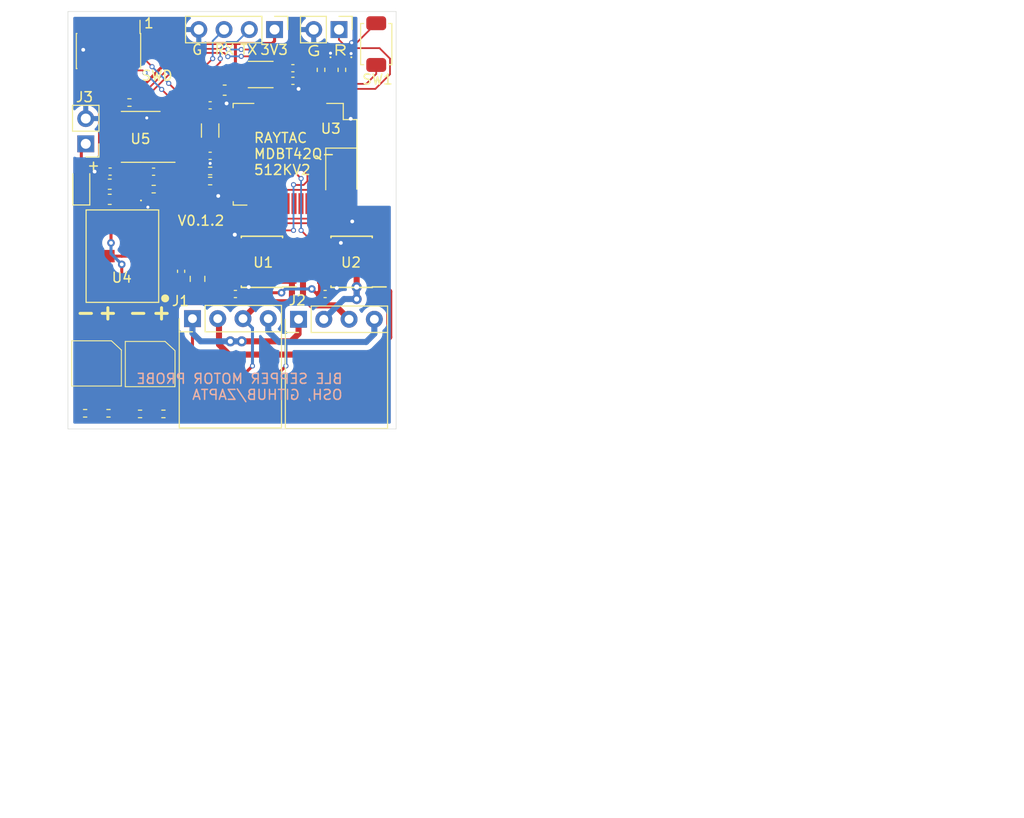
<source format=kicad_pcb>
(kicad_pcb (version 20171130) (host pcbnew "(5.1.10)-1")

  (general
    (thickness 1.6)
    (drawings 20)
    (tracks 411)
    (zones 0)
    (modules 44)
    (nets 61)
  )

  (page A4)
  (layers
    (0 F.Cu signal)
    (31 B.Cu signal)
    (32 B.Adhes user)
    (33 F.Adhes user)
    (34 B.Paste user)
    (35 F.Paste user)
    (36 B.SilkS user)
    (37 F.SilkS user)
    (38 B.Mask user)
    (39 F.Mask user)
    (40 Dwgs.User user)
    (41 Cmts.User user)
    (42 Eco1.User user)
    (43 Eco2.User user)
    (44 Edge.Cuts user)
    (45 Margin user)
    (46 B.CrtYd user)
    (47 F.CrtYd user)
    (48 B.Fab user hide)
    (49 F.Fab user hide)
  )

  (setup
    (last_trace_width 0.1778)
    (user_trace_width 0.3048)
    (user_trace_width 0.6096)
    (trace_clearance 0.1778)
    (zone_clearance 0.508)
    (zone_45_only no)
    (trace_min 0.1778)
    (via_size 0.508)
    (via_drill 0.3048)
    (via_min_size 0.508)
    (via_min_drill 0.3)
    (user_via 0.762 0.381)
    (user_via 1.016 0.508)
    (uvia_size 0.3)
    (uvia_drill 0.1)
    (uvias_allowed no)
    (uvia_min_size 0.1524)
    (uvia_min_drill 0.1)
    (edge_width 0.05)
    (segment_width 0.2)
    (pcb_text_width 0.3)
    (pcb_text_size 1.5 1.5)
    (mod_edge_width 0.12)
    (mod_text_size 1 1)
    (mod_text_width 0.15)
    (pad_size 2 2)
    (pad_drill 1)
    (pad_to_mask_clearance 0)
    (aux_axis_origin 0 0)
    (visible_elements 7FFFFFFF)
    (pcbplotparams
      (layerselection 0x010fc_ffffffff)
      (usegerberextensions false)
      (usegerberattributes true)
      (usegerberadvancedattributes true)
      (creategerberjobfile true)
      (excludeedgelayer true)
      (linewidth 0.100000)
      (plotframeref false)
      (viasonmask false)
      (mode 1)
      (useauxorigin false)
      (hpglpennumber 1)
      (hpglpenspeed 20)
      (hpglpendiameter 15.000000)
      (psnegative false)
      (psa4output false)
      (plotreference true)
      (plotvalue true)
      (plotinvisibletext false)
      (padsonsilk false)
      (subtractmaskfromsilk false)
      (outputformat 1)
      (mirror false)
      (drillshape 0)
      (scaleselection 1)
      (outputdirectory ""))
  )

  (net 0 "")
  (net 1 "Net-(C3-Pad1)")
  (net 2 "Net-(C5-Pad1)")
  (net 3 "Net-(D1-Pad2)")
  (net 4 "Net-(D2-Pad2)")
  (net 5 "Net-(D3-Pad2)")
  (net 6 "Net-(D4-Pad4)")
  (net 7 "Net-(D4-Pad3)")
  (net 8 "Net-(D5-Pad4)")
  (net 9 "Net-(D5-Pad3)")
  (net 10 "Net-(D6-Pad2)")
  (net 11 /STEPPER4)
  (net 12 /STEPPER3)
  (net 13 /STEPPER2)
  (net 14 /STEPPER1)
  (net 15 "Net-(J2-Pad3)")
  (net 16 "Net-(J2-Pad2)")
  (net 17 "Net-(J4-Pad3)")
  (net 18 "Net-(J4-Pad2)")
  (net 19 "Net-(J5-Pad8)")
  (net 20 "Net-(J5-Pad7)")
  (net 21 "Net-(J5-Pad6)")
  (net 22 /LED1)
  (net 23 /LED2)
  (net 24 /TX)
  (net 25 /RX)
  (net 26 /CHA)
  (net 27 /CHB)
  (net 28 "Net-(U1-Pad6)")
  (net 29 "Net-(U2-Pad6)")
  (net 30 "Net-(U3-Pad38)")
  (net 31 "Net-(U3-Pad32)")
  (net 32 "Net-(U3-Pad30)")
  (net 33 "Net-(U3-Pad29)")
  (net 34 "Net-(U3-Pad28)")
  (net 35 "Net-(U3-Pad23)")
  (net 36 "Net-(U3-Pad18)")
  (net 37 "Net-(U3-Pad17)")
  (net 38 "Net-(L2-Pad1)")
  (net 39 "Net-(C1-Pad1)")
  (net 40 "Net-(U3-Pad8)")
  (net 41 "Net-(U3-Pad7)")
  (net 42 "Net-(U3-Pad6)")
  (net 43 "Net-(L2-Pad2)")
  (net 44 GND)
  (net 45 +3V3)
  (net 46 /TEST1)
  (net 47 /TEST2)
  (net 48 "Net-(U3-Pad31)")
  (net 49 "Net-(U3-Pad34)")
  (net 50 "Net-(U3-Pad33)")
  (net 51 /SWDCLK)
  (net 52 /SWDDIO)
  (net 53 "Net-(U3-Pad20)")
  (net 54 /DFU)
  (net 55 "Net-(J5-Pad10)")
  (net 56 /RESET)
  (net 57 "Net-(C7-Pad1)")
  (net 58 /SDA)
  (net 59 /SCL)
  (net 60 "Net-(U3-Pad22)")

  (net_class Default "This is the default net class."
    (clearance 0.1778)
    (trace_width 0.1778)
    (via_dia 0.508)
    (via_drill 0.3048)
    (uvia_dia 0.3)
    (uvia_drill 0.1)
    (add_net +3V3)
    (add_net /CHA)
    (add_net /CHB)
    (add_net /DFU)
    (add_net /LED1)
    (add_net /LED2)
    (add_net /RESET)
    (add_net /RX)
    (add_net /SCL)
    (add_net /SDA)
    (add_net /STEPPER1)
    (add_net /STEPPER2)
    (add_net /STEPPER3)
    (add_net /STEPPER4)
    (add_net /SWDCLK)
    (add_net /SWDDIO)
    (add_net /TEST1)
    (add_net /TEST2)
    (add_net /TX)
    (add_net GND)
    (add_net "Net-(C1-Pad1)")
    (add_net "Net-(C3-Pad1)")
    (add_net "Net-(C5-Pad1)")
    (add_net "Net-(C7-Pad1)")
    (add_net "Net-(D1-Pad2)")
    (add_net "Net-(D2-Pad2)")
    (add_net "Net-(D3-Pad2)")
    (add_net "Net-(D4-Pad3)")
    (add_net "Net-(D4-Pad4)")
    (add_net "Net-(D5-Pad3)")
    (add_net "Net-(D5-Pad4)")
    (add_net "Net-(D6-Pad2)")
    (add_net "Net-(J2-Pad2)")
    (add_net "Net-(J2-Pad3)")
    (add_net "Net-(J4-Pad2)")
    (add_net "Net-(J4-Pad3)")
    (add_net "Net-(J5-Pad10)")
    (add_net "Net-(J5-Pad6)")
    (add_net "Net-(J5-Pad7)")
    (add_net "Net-(J5-Pad8)")
    (add_net "Net-(L2-Pad1)")
    (add_net "Net-(L2-Pad2)")
    (add_net "Net-(U1-Pad6)")
    (add_net "Net-(U2-Pad6)")
    (add_net "Net-(U3-Pad17)")
    (add_net "Net-(U3-Pad18)")
    (add_net "Net-(U3-Pad20)")
    (add_net "Net-(U3-Pad22)")
    (add_net "Net-(U3-Pad23)")
    (add_net "Net-(U3-Pad28)")
    (add_net "Net-(U3-Pad29)")
    (add_net "Net-(U3-Pad30)")
    (add_net "Net-(U3-Pad31)")
    (add_net "Net-(U3-Pad32)")
    (add_net "Net-(U3-Pad33)")
    (add_net "Net-(U3-Pad34)")
    (add_net "Net-(U3-Pad38)")
    (add_net "Net-(U3-Pad6)")
    (add_net "Net-(U3-Pad7)")
    (add_net "Net-(U3-Pad8)")
  )

  (module Package_SO:SOIC-8_3.9x4.9mm_P1.27mm (layer F.Cu) (tedit 5D9F72B1) (tstamp 62D4866D)
    (at 107.315 70.612 180)
    (descr "SOIC, 8 Pin (JEDEC MS-012AA, https://www.analog.com/media/en/package-pcb-resources/package/pkg_pdf/soic_narrow-r/r_8.pdf), generated with kicad-footprint-generator ipc_gullwing_generator.py")
    (tags "SOIC SO")
    (path /62D5C61F)
    (attr smd)
    (fp_text reference U5 (at 0.0254 -0.2032) (layer F.SilkS)
      (effects (font (size 1 1) (thickness 0.15)))
    )
    (fp_text value M24C02-FMN (at 0 3.4) (layer F.Fab)
      (effects (font (size 1 1) (thickness 0.15)))
    )
    (fp_line (start 0 2.56) (end 1.95 2.56) (layer F.SilkS) (width 0.12))
    (fp_line (start 0 2.56) (end -1.95 2.56) (layer F.SilkS) (width 0.12))
    (fp_line (start 0 -2.56) (end 1.95 -2.56) (layer F.SilkS) (width 0.12))
    (fp_line (start 0 -2.56) (end -3.45 -2.56) (layer F.SilkS) (width 0.12))
    (fp_line (start -0.975 -2.45) (end 1.95 -2.45) (layer F.Fab) (width 0.1))
    (fp_line (start 1.95 -2.45) (end 1.95 2.45) (layer F.Fab) (width 0.1))
    (fp_line (start 1.95 2.45) (end -1.95 2.45) (layer F.Fab) (width 0.1))
    (fp_line (start -1.95 2.45) (end -1.95 -1.475) (layer F.Fab) (width 0.1))
    (fp_line (start -1.95 -1.475) (end -0.975 -2.45) (layer F.Fab) (width 0.1))
    (fp_line (start -3.7 -2.7) (end -3.7 2.7) (layer F.CrtYd) (width 0.05))
    (fp_line (start -3.7 2.7) (end 3.7 2.7) (layer F.CrtYd) (width 0.05))
    (fp_line (start 3.7 2.7) (end 3.7 -2.7) (layer F.CrtYd) (width 0.05))
    (fp_line (start 3.7 -2.7) (end -3.7 -2.7) (layer F.CrtYd) (width 0.05))
    (fp_text user %R (at 0 0) (layer F.Fab)
      (effects (font (size 0.98 0.98) (thickness 0.15)))
    )
    (pad 8 smd roundrect (at 2.475 -1.905 180) (size 1.95 0.6) (layers F.Cu F.Paste F.Mask) (roundrect_rratio 0.25)
      (net 45 +3V3))
    (pad 7 smd roundrect (at 2.475 -0.635 180) (size 1.95 0.6) (layers F.Cu F.Paste F.Mask) (roundrect_rratio 0.25)
      (net 44 GND))
    (pad 6 smd roundrect (at 2.475 0.635 180) (size 1.95 0.6) (layers F.Cu F.Paste F.Mask) (roundrect_rratio 0.25)
      (net 59 /SCL))
    (pad 5 smd roundrect (at 2.475 1.905 180) (size 1.95 0.6) (layers F.Cu F.Paste F.Mask) (roundrect_rratio 0.25)
      (net 58 /SDA))
    (pad 4 smd roundrect (at -2.475 1.905 180) (size 1.95 0.6) (layers F.Cu F.Paste F.Mask) (roundrect_rratio 0.25)
      (net 44 GND))
    (pad 3 smd roundrect (at -2.475 0.635 180) (size 1.95 0.6) (layers F.Cu F.Paste F.Mask) (roundrect_rratio 0.25)
      (net 44 GND))
    (pad 2 smd roundrect (at -2.475 -0.635 180) (size 1.95 0.6) (layers F.Cu F.Paste F.Mask) (roundrect_rratio 0.25)
      (net 44 GND))
    (pad 1 smd roundrect (at -2.475 -1.905 180) (size 1.95 0.6) (layers F.Cu F.Paste F.Mask) (roundrect_rratio 0.25)
      (net 44 GND))
    (model ${KISYS3DMOD}/Package_SO.3dshapes/SOIC-8_3.9x4.9mm_P1.27mm.wrl
      (at (xyz 0 0 0))
      (scale (xyz 1 1 1))
      (rotate (xyz 0 0 0))
    )
  )

  (module stepper_probe:R_0402_1005Metric_Pad0.72x0.64mm_HandSolder (layer F.Cu) (tedit 5F6BB9E0) (tstamp 62D484B7)
    (at 106.1841 67.1576 180)
    (descr "Resistor SMD 0402 (1005 Metric), square (rectangular) end terminal, IPC_7351 nominal with elongated pad for handsoldering. (Body size source: IPC-SM-782 page 72, https://www.pcb-3d.com/wordpress/wp-content/uploads/ipc-sm-782a_amendment_1_and_2.pdf), generated with kicad-footprint-generator")
    (tags "resistor handsolder")
    (path /62E796A4)
    (attr smd)
    (fp_text reference R10 (at 0 -1.17) (layer F.SilkS) hide
      (effects (font (size 1 1) (thickness 0.15)))
    )
    (fp_text value 10K (at 0 1.17) (layer F.Fab)
      (effects (font (size 1 1) (thickness 0.15)))
    )
    (fp_line (start 1.1 0.47) (end -1.1 0.47) (layer F.CrtYd) (width 0.05))
    (fp_line (start 1.1 -0.47) (end 1.1 0.47) (layer F.CrtYd) (width 0.05))
    (fp_line (start -1.1 -0.47) (end 1.1 -0.47) (layer F.CrtYd) (width 0.05))
    (fp_line (start -1.1 0.47) (end -1.1 -0.47) (layer F.CrtYd) (width 0.05))
    (fp_line (start -0.167621 0.38) (end 0.167621 0.38) (layer F.SilkS) (width 0.12))
    (fp_line (start -0.167621 -0.38) (end 0.167621 -0.38) (layer F.SilkS) (width 0.12))
    (fp_line (start 0.525 0.27) (end -0.525 0.27) (layer F.Fab) (width 0.1))
    (fp_line (start 0.525 -0.27) (end 0.525 0.27) (layer F.Fab) (width 0.1))
    (fp_line (start -0.525 -0.27) (end 0.525 -0.27) (layer F.Fab) (width 0.1))
    (fp_line (start -0.525 0.27) (end -0.525 -0.27) (layer F.Fab) (width 0.1))
    (fp_text user %R (at 0 0) (layer F.Fab)
      (effects (font (size 0.26 0.26) (thickness 0.04)))
    )
    (pad 2 smd roundrect (at 0.5975 0 180) (size 0.715 0.64) (layers F.Cu F.Paste F.Mask) (roundrect_rratio 0.25)
      (net 45 +3V3))
    (pad 1 smd roundrect (at -0.5975 0 180) (size 0.715 0.64) (layers F.Cu F.Paste F.Mask) (roundrect_rratio 0.25)
      (net 58 /SDA))
    (model ${KISYS3DMOD}/Resistor_SMD.3dshapes/R_0402_1005Metric.wrl
      (at (xyz 0 0 0))
      (scale (xyz 1 1 1))
      (rotate (xyz 0 0 0))
    )
  )

  (module stepper_probe:C_0402_1005Metric_Pad0.74x0.62mm_HandSolder (layer F.Cu) (tedit 5F6BB22C) (tstamp 62D48102)
    (at 108.6104 74.1172 180)
    (descr "Capacitor SMD 0402 (1005 Metric), square (rectangular) end terminal, IPC_7351 nominal with elongated pad for handsoldering. (Body size source: IPC-SM-782 page 76, https://www.pcb-3d.com/wordpress/wp-content/uploads/ipc-sm-782a_amendment_1_and_2.pdf), generated with kicad-footprint-generator")
    (tags "capacitor handsolder")
    (path /62E1111B)
    (attr smd)
    (fp_text reference C12 (at 0 -1.16) (layer F.SilkS) hide
      (effects (font (size 1 1) (thickness 0.15)))
    )
    (fp_text value 100n (at 0 1.16) (layer F.Fab)
      (effects (font (size 1 1) (thickness 0.15)))
    )
    (fp_line (start 1.08 0.46) (end -1.08 0.46) (layer F.CrtYd) (width 0.05))
    (fp_line (start 1.08 -0.46) (end 1.08 0.46) (layer F.CrtYd) (width 0.05))
    (fp_line (start -1.08 -0.46) (end 1.08 -0.46) (layer F.CrtYd) (width 0.05))
    (fp_line (start -1.08 0.46) (end -1.08 -0.46) (layer F.CrtYd) (width 0.05))
    (fp_line (start -0.115835 0.36) (end 0.115835 0.36) (layer F.SilkS) (width 0.12))
    (fp_line (start -0.115835 -0.36) (end 0.115835 -0.36) (layer F.SilkS) (width 0.12))
    (fp_line (start 0.5 0.25) (end -0.5 0.25) (layer F.Fab) (width 0.1))
    (fp_line (start 0.5 -0.25) (end 0.5 0.25) (layer F.Fab) (width 0.1))
    (fp_line (start -0.5 -0.25) (end 0.5 -0.25) (layer F.Fab) (width 0.1))
    (fp_line (start -0.5 0.25) (end -0.5 -0.25) (layer F.Fab) (width 0.1))
    (fp_text user %R (at 0 0) (layer F.Fab)
      (effects (font (size 0.25 0.25) (thickness 0.04)))
    )
    (pad 2 smd roundrect (at 0.5675 0 180) (size 0.735 0.62) (layers F.Cu F.Paste F.Mask) (roundrect_rratio 0.25)
      (net 45 +3V3))
    (pad 1 smd roundrect (at -0.5675 0 180) (size 0.735 0.62) (layers F.Cu F.Paste F.Mask) (roundrect_rratio 0.25)
      (net 44 GND))
    (model ${KISYS3DMOD}/Capacitor_SMD.3dshapes/C_0402_1005Metric.wrl
      (at (xyz 0 0 0))
      (scale (xyz 1 1 1))
      (rotate (xyz 0 0 0))
    )
  )

  (module stepper_probe:PinHeader_1x02_P2.54mm_Vertical (layer F.Cu) (tedit 6292D9DF) (tstamp 62956C47)
    (at 127.254 59.817 270)
    (descr "Through hole straight pin header, 1x02, 2.54mm pitch, single row")
    (tags "Through hole pin header THT 1x02 2.54mm single row")
    (path /6295F498)
    (fp_text reference J6 (at 0 -2.33 90) (layer F.SilkS) hide
      (effects (font (size 1 1) (thickness 0.15)))
    )
    (fp_text value BAT (at 0 4.87 90) (layer F.Fab)
      (effects (font (size 1 1) (thickness 0.15)))
    )
    (fp_line (start 1.8 -1.8) (end -1.8 -1.8) (layer F.CrtYd) (width 0.05))
    (fp_line (start 1.8 4.35) (end 1.8 -1.8) (layer F.CrtYd) (width 0.05))
    (fp_line (start -1.8 4.35) (end 1.8 4.35) (layer F.CrtYd) (width 0.05))
    (fp_line (start -1.8 -1.8) (end -1.8 4.35) (layer F.CrtYd) (width 0.05))
    (fp_line (start -1.33 -1.33) (end 0 -1.33) (layer F.SilkS) (width 0.12))
    (fp_line (start -1.33 0) (end -1.33 -1.33) (layer F.SilkS) (width 0.12))
    (fp_line (start -1.33 1.27) (end 1.33 1.27) (layer F.SilkS) (width 0.12))
    (fp_line (start 1.33 1.27) (end 1.33 3.87) (layer F.SilkS) (width 0.12))
    (fp_line (start -1.33 1.27) (end -1.33 3.87) (layer F.SilkS) (width 0.12))
    (fp_line (start -1.33 3.87) (end 1.33 3.87) (layer F.SilkS) (width 0.12))
    (fp_line (start -1.27 -0.635) (end -0.635 -1.27) (layer F.Fab) (width 0.1))
    (fp_line (start -1.27 3.81) (end -1.27 -0.635) (layer F.Fab) (width 0.1))
    (fp_line (start 1.27 3.81) (end -1.27 3.81) (layer F.Fab) (width 0.1))
    (fp_line (start 1.27 -1.27) (end 1.27 3.81) (layer F.Fab) (width 0.1))
    (fp_line (start -0.635 -1.27) (end 1.27 -1.27) (layer F.Fab) (width 0.1))
    (fp_text user %R (at 0 1.27) (layer F.Fab)
      (effects (font (size 1 1) (thickness 0.15)))
    )
    (pad 2 thru_hole oval (at 0 2.54 270) (size 1.7 1.7) (drill 1) (layers *.Cu *.Mask)
      (net 44 GND))
    (pad 1 thru_hole rect (at 0 0 270) (size 1.7 1.7) (drill 1) (layers *.Cu *.Mask)
      (net 56 /RESET))
    (model ${KISYS3DMOD}/Connector_PinHeader_2.54mm.3dshapes/PinHeader_1x02_P2.54mm_Vertical.wrl_disable
      (at (xyz 0 0 0))
      (scale (xyz 1 1 1))
      (rotate (xyz 0 0 0))
    )
  )

  (module stepper_probe:C_0402_1005Metric_Pad0.74x0.62mm_HandSolder (layer F.Cu) (tedit 5F6BB22C) (tstamp 62945342)
    (at 114.3 67.437)
    (descr "Capacitor SMD 0402 (1005 Metric), square (rectangular) end terminal, IPC_7351 nominal with elongated pad for handsoldering. (Body size source: IPC-SM-782 page 76, https://www.pcb-3d.com/wordpress/wp-content/uploads/ipc-sm-782a_amendment_1_and_2.pdf), generated with kicad-footprint-generator")
    (tags "capacitor handsolder")
    (path /629B66ED)
    (attr smd)
    (fp_text reference C3 (at 0.25 1.6002 270) (layer F.SilkS) hide
      (effects (font (size 1 1) (thickness 0.15)))
    )
    (fp_text value 12pf (at 0 1.16) (layer F.Fab)
      (effects (font (size 1 1) (thickness 0.15)))
    )
    (fp_line (start -0.5 0.25) (end -0.5 -0.25) (layer F.Fab) (width 0.1))
    (fp_line (start -0.5 -0.25) (end 0.5 -0.25) (layer F.Fab) (width 0.1))
    (fp_line (start 0.5 -0.25) (end 0.5 0.25) (layer F.Fab) (width 0.1))
    (fp_line (start 0.5 0.25) (end -0.5 0.25) (layer F.Fab) (width 0.1))
    (fp_line (start -0.115835 -0.36) (end 0.115835 -0.36) (layer F.SilkS) (width 0.12))
    (fp_line (start -0.115835 0.36) (end 0.115835 0.36) (layer F.SilkS) (width 0.12))
    (fp_line (start -1.08 0.46) (end -1.08 -0.46) (layer F.CrtYd) (width 0.05))
    (fp_line (start -1.08 -0.46) (end 1.08 -0.46) (layer F.CrtYd) (width 0.05))
    (fp_line (start 1.08 -0.46) (end 1.08 0.46) (layer F.CrtYd) (width 0.05))
    (fp_line (start 1.08 0.46) (end -1.08 0.46) (layer F.CrtYd) (width 0.05))
    (fp_text user %R (at 0 0) (layer F.Fab)
      (effects (font (size 0.25 0.25) (thickness 0.04)))
    )
    (pad 2 smd roundrect (at 0.5675 0) (size 0.735 0.62) (layers F.Cu F.Paste F.Mask) (roundrect_rratio 0.25)
      (net 44 GND))
    (pad 1 smd roundrect (at -0.5675 0) (size 0.735 0.62) (layers F.Cu F.Paste F.Mask) (roundrect_rratio 0.25)
      (net 1 "Net-(C3-Pad1)"))
    (model ${KISYS3DMOD}/Capacitor_SMD.3dshapes/C_0402_1005Metric.wrl
      (at (xyz 0 0 0))
      (scale (xyz 1 1 1))
      (rotate (xyz 0 0 0))
    )
  )

  (module stepper_probe:C_0805_2012Metric_Pad1.18x1.45mm_HandSolder (layer F.Cu) (tedit 5F68FEEF) (tstamp 627ED016)
    (at 113.03 84.8995 90)
    (descr "Capacitor SMD 0805 (2012 Metric), square (rectangular) end terminal, IPC_7351 nominal with elongated pad for handsoldering. (Body size source: IPC-SM-782 page 76, https://www.pcb-3d.com/wordpress/wp-content/uploads/ipc-sm-782a_amendment_1_and_2.pdf, https://docs.google.com/spreadsheets/d/1BsfQQcO9C6DZCsRaXUlFlo91Tg2WpOkGARC1WS5S8t0/edit?usp=sharing), generated with kicad-footprint-generator")
    (tags "capacitor handsolder")
    (path /62788E2E)
    (attr smd)
    (fp_text reference C7 (at -0.3302 1.778 180) (layer F.SilkS) hide
      (effects (font (size 1 1) (thickness 0.15)))
    )
    (fp_text value "10u 50v" (at 0 1.68 90) (layer F.Fab)
      (effects (font (size 1 1) (thickness 0.15)))
    )
    (fp_line (start -1 0.625) (end -1 -0.625) (layer F.Fab) (width 0.1))
    (fp_line (start -1 -0.625) (end 1 -0.625) (layer F.Fab) (width 0.1))
    (fp_line (start 1 -0.625) (end 1 0.625) (layer F.Fab) (width 0.1))
    (fp_line (start 1 0.625) (end -1 0.625) (layer F.Fab) (width 0.1))
    (fp_line (start -0.261252 -0.735) (end 0.261252 -0.735) (layer F.SilkS) (width 0.12))
    (fp_line (start -0.261252 0.735) (end 0.261252 0.735) (layer F.SilkS) (width 0.12))
    (fp_line (start -1.88 0.98) (end -1.88 -0.98) (layer F.CrtYd) (width 0.05))
    (fp_line (start -1.88 -0.98) (end 1.88 -0.98) (layer F.CrtYd) (width 0.05))
    (fp_line (start 1.88 -0.98) (end 1.88 0.98) (layer F.CrtYd) (width 0.05))
    (fp_line (start 1.88 0.98) (end -1.88 0.98) (layer F.CrtYd) (width 0.05))
    (fp_text user %R (at 0 0 90) (layer F.Fab)
      (effects (font (size 0.5 0.5) (thickness 0.08)))
    )
    (pad 2 smd roundrect (at 1.0375 0 90) (size 1.175 1.45) (layers F.Cu F.Paste F.Mask) (roundrect_rratio 0.212766)
      (net 44 GND))
    (pad 1 smd roundrect (at -1.0375 0 90) (size 1.175 1.45) (layers F.Cu F.Paste F.Mask) (roundrect_rratio 0.212766)
      (net 57 "Net-(C7-Pad1)"))
    (model ${KISYS3DMOD}/Capacitor_SMD.3dshapes/C_0805_2012Metric.wrl
      (at (xyz 0 0 0))
      (scale (xyz 1 1 1))
      (rotate (xyz 0 0 0))
    )
  )

  (module stepper_probe:connector_4pins_horizontal (layer F.Cu) (tedit 62928B27) (tstamp 627ED0E6)
    (at 112.522 88.9 90)
    (descr "Through hole straight pin header, 1x04, 2.54mm pitch, single row")
    (tags "Through hole pin header THT 1x04 2.54mm single row")
    (path /6279B2E2)
    (fp_text reference J1 (at 1.778 -1.2065 180) (layer F.SilkS)
      (effects (font (size 1 1) (thickness 0.15)))
    )
    (fp_text value Conn_01x04_Male (at 0.4191 11.19632 90) (layer F.Fab)
      (effects (font (size 1 1) (thickness 0.15)))
    )
    (fp_line (start -11 8.95) (end -1.33 8.95) (layer F.SilkS) (width 0.12))
    (fp_line (start -11 -1.27) (end -11 8.89) (layer F.SilkS) (width 0.12))
    (fp_line (start -1.33 -1.33) (end -11 -1.33) (layer F.SilkS) (width 0.12))
    (fp_line (start -1.33 -1.33) (end 0 -1.33) (layer F.SilkS) (width 0.12))
    (fp_line (start -1.33 0) (end -1.33 -1.33) (layer F.SilkS) (width 0.12))
    (fp_line (start -1.33 1.27) (end 1.33 1.27) (layer F.SilkS) (width 0.12))
    (fp_line (start 1.33 1.27) (end 1.33 8.95) (layer F.SilkS) (width 0.12))
    (fp_line (start -1.33 1.27) (end -1.33 8.95) (layer F.SilkS) (width 0.12))
    (fp_line (start -1.33 8.95) (end 1.33 8.95) (layer F.SilkS) (width 0.12))
    (fp_text user %R (at 2.99974 3.22326) (layer F.Fab)
      (effects (font (size 1 1) (thickness 0.15)))
    )
    (pad 4 thru_hole oval (at 0 7.62 90) (size 1.7 1.7) (drill 0.889) (layers *.Cu *.Mask)
      (net 11 /STEPPER4))
    (pad 3 thru_hole oval (at 0 5.08 90) (size 1.7 1.7) (drill 0.889) (layers *.Cu *.Mask)
      (net 12 /STEPPER3))
    (pad 2 thru_hole oval (at 0 2.54 90) (size 1.7 1.7) (drill 0.889) (layers *.Cu *.Mask)
      (net 13 /STEPPER2))
    (pad 1 thru_hole rect (at 0 0 90) (size 1.7 1.7) (drill 0.889) (layers *.Cu *.Mask)
      (net 14 /STEPPER1))
    (model ${KIPRJMOD}/models/kf2510_4p_right_angle.step
      (offset (xyz 0.2 -3.8 0))
      (scale (xyz 1 1 1))
      (rotate (xyz 0 90 0))
    )
  )

  (module stepper_probe:connector_4pins_horizontal (layer F.Cu) (tedit 62928B27) (tstamp 62925A84)
    (at 123.19 88.9635 90)
    (descr "Through hole straight pin header, 1x04, 2.54mm pitch, single row")
    (tags "Through hole pin header THT 1x04 2.54mm single row")
    (path /627A7186)
    (fp_text reference J2 (at 1.905 -0.127 180) (layer F.SilkS)
      (effects (font (size 1 1) (thickness 0.15)))
    )
    (fp_text value Conn_01x04_Male (at 0.4191 11.19632 90) (layer F.Fab)
      (effects (font (size 1 1) (thickness 0.15)))
    )
    (fp_line (start -11 8.95) (end -1.33 8.95) (layer F.SilkS) (width 0.12))
    (fp_line (start -11 -1.27) (end -11 8.89) (layer F.SilkS) (width 0.12))
    (fp_line (start -1.33 -1.33) (end -11 -1.33) (layer F.SilkS) (width 0.12))
    (fp_line (start -1.33 -1.33) (end 0 -1.33) (layer F.SilkS) (width 0.12))
    (fp_line (start -1.33 0) (end -1.33 -1.33) (layer F.SilkS) (width 0.12))
    (fp_line (start -1.33 1.27) (end 1.33 1.27) (layer F.SilkS) (width 0.12))
    (fp_line (start 1.33 1.27) (end 1.33 8.95) (layer F.SilkS) (width 0.12))
    (fp_line (start -1.33 1.27) (end -1.33 8.95) (layer F.SilkS) (width 0.12))
    (fp_line (start -1.33 8.95) (end 1.33 8.95) (layer F.SilkS) (width 0.12))
    (fp_text user %R (at 2.99974 3.22326) (layer F.Fab)
      (effects (font (size 1 1) (thickness 0.15)))
    )
    (pad 4 thru_hole oval (at 0 7.62 90) (size 1.7 1.7) (drill 0.889) (layers *.Cu *.Mask)
      (net 11 /STEPPER4))
    (pad 3 thru_hole oval (at 0 5.08 90) (size 1.7 1.7) (drill 0.889) (layers *.Cu *.Mask)
      (net 15 "Net-(J2-Pad3)"))
    (pad 2 thru_hole oval (at 0 2.54 90) (size 1.7 1.7) (drill 0.889) (layers *.Cu *.Mask)
      (net 16 "Net-(J2-Pad2)"))
    (pad 1 thru_hole rect (at 0 0 90) (size 1.7 1.7) (drill 0.889) (layers *.Cu *.Mask)
      (net 14 /STEPPER1))
    (model ${KIPRJMOD}/models/kf2510_4p_right_angle.step
      (offset (xyz 0.2 -3.8 0))
      (scale (xyz 1 1 1))
      (rotate (xyz 0 90 0))
    )
  )

  (module stepper_probe:DIODE_BRIDGE (layer F.Cu) (tedit 6292A927) (tstamp 62929E1E)
    (at 108.2675 93.472 270)
    (descr "SOIC, 6 Pin (https://toshiba.semicon-storage.com/info/docget.jsp?did=11791&prodName=TLP185), generated with kicad-footprint-generator ipc_gullwing_generator.py")
    (tags "SOIC SO")
    (path /62AD0FCA)
    (attr smd)
    (fp_text reference D4 (at -0.0635 -0.127 180) (layer F.SilkS) hide
      (effects (font (size 1 1) (thickness 0.15)))
    )
    (fp_text value MB1S (at 0.5 3.8 90) (layer F.Fab)
      (effects (font (size 1 1) (thickness 0.15)))
    )
    (fp_line (start 4.3 -2.1) (end -4.3 -2.1) (layer F.CrtYd) (width 0.05))
    (fp_line (start 4.3 2.1) (end 4.3 -2.1) (layer F.CrtYd) (width 0.05))
    (fp_line (start -4.3 2.1) (end 4.3 2.1) (layer F.CrtYd) (width 0.05))
    (fp_line (start -4.3 -2.1) (end -4.3 2.1) (layer F.CrtYd) (width 0.05))
    (fp_line (start -2.275 -1.5) (end -1.35 -2.5) (layer F.SilkS) (width 0.1))
    (fp_line (start -2.275 2.5) (end -2.275 -1.5) (layer F.SilkS) (width 0.1))
    (fp_line (start 2.275 2.5) (end -2.275 2.5) (layer F.SilkS) (width 0.1))
    (fp_line (start 2.275 -2.5) (end 2.275 2.5) (layer F.SilkS) (width 0.1))
    (fp_line (start -1.35 -2.5) (end 2.275 -2.5) (layer F.SilkS) (width 0.1))
    (fp_text user %R (at 0 0 90) (layer F.Fab)
      (effects (font (size 1 1) (thickness 0.15)))
    )
    (pad 4 smd roundrect (at 3.25 -1.15 270) (size 2 0.8) (layers F.Cu F.Paste F.Mask) (roundrect_rratio 0.25)
      (net 6 "Net-(D4-Pad4)"))
    (pad 3 smd roundrect (at 3.25 1.15 270) (size 2 0.8) (layers F.Cu F.Paste F.Mask) (roundrect_rratio 0.25)
      (net 7 "Net-(D4-Pad3)"))
    (pad 2 smd roundrect (at -3.25 1.15 270) (size 2 0.8) (layers F.Cu F.Paste F.Mask) (roundrect_rratio 0.25)
      (net 44 GND))
    (pad 1 smd roundrect (at -3.25 -1.15 270) (size 2 0.8) (layers F.Cu F.Paste F.Mask) (roundrect_rratio 0.25)
      (net 57 "Net-(C7-Pad1)"))
    (model ${KIPRJMOD}/models/diode_bridge.step
      (at (xyz 0 0 0))
      (scale (xyz 1 1 1))
      (rotate (xyz 0 0 90))
    )
  )

  (module stepper_probe:DIODE_BRIDGE (layer F.Cu) (tedit 6292A927) (tstamp 62929DEB)
    (at 102.87 93.4085 270)
    (descr "SOIC, 6 Pin (https://toshiba.semicon-storage.com/info/docget.jsp?did=11791&prodName=TLP185), generated with kicad-footprint-generator ipc_gullwing_generator.py")
    (tags "SOIC SO")
    (path /62AD2B4F)
    (attr smd)
    (fp_text reference D5 (at 0.0635 0 180) (layer F.SilkS) hide
      (effects (font (size 1 1) (thickness 0.15)))
    )
    (fp_text value MB1S (at 0.5 3.8 90) (layer F.Fab)
      (effects (font (size 1 1) (thickness 0.15)))
    )
    (fp_line (start 4.3 -2.1) (end -4.3 -2.1) (layer F.CrtYd) (width 0.05))
    (fp_line (start 4.3 2.1) (end 4.3 -2.1) (layer F.CrtYd) (width 0.05))
    (fp_line (start -4.3 2.1) (end 4.3 2.1) (layer F.CrtYd) (width 0.05))
    (fp_line (start -4.3 -2.1) (end -4.3 2.1) (layer F.CrtYd) (width 0.05))
    (fp_line (start -2.275 -1.5) (end -1.35 -2.5) (layer F.SilkS) (width 0.1))
    (fp_line (start -2.275 2.5) (end -2.275 -1.5) (layer F.SilkS) (width 0.1))
    (fp_line (start 2.275 2.5) (end -2.275 2.5) (layer F.SilkS) (width 0.1))
    (fp_line (start 2.275 -2.5) (end 2.275 2.5) (layer F.SilkS) (width 0.1))
    (fp_line (start -1.35 -2.5) (end 2.275 -2.5) (layer F.SilkS) (width 0.1))
    (fp_text user %R (at 0 0 90) (layer F.Fab)
      (effects (font (size 1 1) (thickness 0.15)))
    )
    (pad 4 smd roundrect (at 3.25 -1.15 270) (size 2 0.8) (layers F.Cu F.Paste F.Mask) (roundrect_rratio 0.25)
      (net 8 "Net-(D5-Pad4)"))
    (pad 3 smd roundrect (at 3.25 1.15 270) (size 2 0.8) (layers F.Cu F.Paste F.Mask) (roundrect_rratio 0.25)
      (net 9 "Net-(D5-Pad3)"))
    (pad 2 smd roundrect (at -3.25 1.15 270) (size 2 0.8) (layers F.Cu F.Paste F.Mask) (roundrect_rratio 0.25)
      (net 44 GND))
    (pad 1 smd roundrect (at -3.25 -1.15 270) (size 2 0.8) (layers F.Cu F.Paste F.Mask) (roundrect_rratio 0.25)
      (net 57 "Net-(C7-Pad1)"))
    (model ${KIPRJMOD}/models/diode_bridge.step
      (at (xyz 0 0 0))
      (scale (xyz 1 1 1))
      (rotate (xyz 0 0 90))
    )
  )

  (module stepper_probe:R_0402_1005Metric_Pad0.72x0.64mm_HandSolder (layer F.Cu) (tedit 5F6BB9E0) (tstamp 62929DBA)
    (at 109.601 98.4885)
    (descr "Resistor SMD 0402 (1005 Metric), square (rectangular) end terminal, IPC_7351 nominal with elongated pad for handsoldering. (Body size source: IPC-SM-782 page 72, https://www.pcb-3d.com/wordpress/wp-content/uploads/ipc-sm-782a_amendment_1_and_2.pdf), generated with kicad-footprint-generator")
    (tags "resistor handsolder")
    (path /62785608)
    (attr smd)
    (fp_text reference R4 (at 0 -1.27) (layer F.SilkS) hide
      (effects (font (size 1 1) (thickness 0.15)))
    )
    (fp_text value 10R (at 0 1.17) (layer F.Fab)
      (effects (font (size 1 1) (thickness 0.15)))
    )
    (fp_line (start -0.525 0.27) (end -0.525 -0.27) (layer F.Fab) (width 0.1))
    (fp_line (start -0.525 -0.27) (end 0.525 -0.27) (layer F.Fab) (width 0.1))
    (fp_line (start 0.525 -0.27) (end 0.525 0.27) (layer F.Fab) (width 0.1))
    (fp_line (start 0.525 0.27) (end -0.525 0.27) (layer F.Fab) (width 0.1))
    (fp_line (start -0.167621 -0.38) (end 0.167621 -0.38) (layer F.SilkS) (width 0.12))
    (fp_line (start -0.167621 0.38) (end 0.167621 0.38) (layer F.SilkS) (width 0.12))
    (fp_line (start -1.1 0.47) (end -1.1 -0.47) (layer F.CrtYd) (width 0.05))
    (fp_line (start -1.1 -0.47) (end 1.1 -0.47) (layer F.CrtYd) (width 0.05))
    (fp_line (start 1.1 -0.47) (end 1.1 0.47) (layer F.CrtYd) (width 0.05))
    (fp_line (start 1.1 0.47) (end -1.1 0.47) (layer F.CrtYd) (width 0.05))
    (fp_text user %R (at 0 0) (layer F.Fab)
      (effects (font (size 0.26 0.26) (thickness 0.04)))
    )
    (pad 2 smd roundrect (at 0.5975 0) (size 0.715 0.64) (layers F.Cu F.Paste F.Mask) (roundrect_rratio 0.25)
      (net 11 /STEPPER4))
    (pad 1 smd roundrect (at -0.5975 0) (size 0.715 0.64) (layers F.Cu F.Paste F.Mask) (roundrect_rratio 0.25)
      (net 6 "Net-(D4-Pad4)"))
    (model ${KISYS3DMOD}/Resistor_SMD.3dshapes/R_0402_1005Metric.wrl
      (at (xyz 0 0 0))
      (scale (xyz 1 1 1))
      (rotate (xyz 0 0 0))
    )
  )

  (module stepper_probe:R_0402_1005Metric_Pad0.72x0.64mm_HandSolder (layer F.Cu) (tedit 5F6BB9E0) (tstamp 62929D8A)
    (at 107.2515 98.4885)
    (descr "Resistor SMD 0402 (1005 Metric), square (rectangular) end terminal, IPC_7351 nominal with elongated pad for handsoldering. (Body size source: IPC-SM-782 page 72, https://www.pcb-3d.com/wordpress/wp-content/uploads/ipc-sm-782a_amendment_1_and_2.pdf), generated with kicad-footprint-generator")
    (tags "resistor handsolder")
    (path /62AD8CC5)
    (attr smd)
    (fp_text reference R3 (at 0 -1.27) (layer F.SilkS) hide
      (effects (font (size 1 1) (thickness 0.15)))
    )
    (fp_text value 10R (at 0 1.17) (layer F.Fab)
      (effects (font (size 1 1) (thickness 0.15)))
    )
    (fp_line (start -0.525 0.27) (end -0.525 -0.27) (layer F.Fab) (width 0.1))
    (fp_line (start -0.525 -0.27) (end 0.525 -0.27) (layer F.Fab) (width 0.1))
    (fp_line (start 0.525 -0.27) (end 0.525 0.27) (layer F.Fab) (width 0.1))
    (fp_line (start 0.525 0.27) (end -0.525 0.27) (layer F.Fab) (width 0.1))
    (fp_line (start -0.167621 -0.38) (end 0.167621 -0.38) (layer F.SilkS) (width 0.12))
    (fp_line (start -0.167621 0.38) (end 0.167621 0.38) (layer F.SilkS) (width 0.12))
    (fp_line (start -1.1 0.47) (end -1.1 -0.47) (layer F.CrtYd) (width 0.05))
    (fp_line (start -1.1 -0.47) (end 1.1 -0.47) (layer F.CrtYd) (width 0.05))
    (fp_line (start 1.1 -0.47) (end 1.1 0.47) (layer F.CrtYd) (width 0.05))
    (fp_line (start 1.1 0.47) (end -1.1 0.47) (layer F.CrtYd) (width 0.05))
    (fp_text user %R (at 0 0) (layer F.Fab)
      (effects (font (size 0.26 0.26) (thickness 0.04)))
    )
    (pad 2 smd roundrect (at 0.5975 0) (size 0.715 0.64) (layers F.Cu F.Paste F.Mask) (roundrect_rratio 0.25)
      (net 12 /STEPPER3))
    (pad 1 smd roundrect (at -0.5975 0) (size 0.715 0.64) (layers F.Cu F.Paste F.Mask) (roundrect_rratio 0.25)
      (net 7 "Net-(D4-Pad3)"))
    (model ${KISYS3DMOD}/Resistor_SMD.3dshapes/R_0402_1005Metric.wrl
      (at (xyz 0 0 0))
      (scale (xyz 1 1 1))
      (rotate (xyz 0 0 0))
    )
  )

  (module stepper_probe:R_0402_1005Metric_Pad0.72x0.64mm_HandSolder (layer F.Cu) (tedit 5F6BB9E0) (tstamp 62929D5A)
    (at 101.727 98.425)
    (descr "Resistor SMD 0402 (1005 Metric), square (rectangular) end terminal, IPC_7351 nominal with elongated pad for handsoldering. (Body size source: IPC-SM-782 page 72, https://www.pcb-3d.com/wordpress/wp-content/uploads/ipc-sm-782a_amendment_1_and_2.pdf), generated with kicad-footprint-generator")
    (tags "resistor handsolder")
    (path /62AD9571)
    (attr smd)
    (fp_text reference R2 (at 0 -1.27) (layer F.SilkS) hide
      (effects (font (size 1 1) (thickness 0.15)))
    )
    (fp_text value 10R (at 0 1.17) (layer F.Fab)
      (effects (font (size 1 1) (thickness 0.15)))
    )
    (fp_line (start -0.525 0.27) (end -0.525 -0.27) (layer F.Fab) (width 0.1))
    (fp_line (start -0.525 -0.27) (end 0.525 -0.27) (layer F.Fab) (width 0.1))
    (fp_line (start 0.525 -0.27) (end 0.525 0.27) (layer F.Fab) (width 0.1))
    (fp_line (start 0.525 0.27) (end -0.525 0.27) (layer F.Fab) (width 0.1))
    (fp_line (start -0.167621 -0.38) (end 0.167621 -0.38) (layer F.SilkS) (width 0.12))
    (fp_line (start -0.167621 0.38) (end 0.167621 0.38) (layer F.SilkS) (width 0.12))
    (fp_line (start -1.1 0.47) (end -1.1 -0.47) (layer F.CrtYd) (width 0.05))
    (fp_line (start -1.1 -0.47) (end 1.1 -0.47) (layer F.CrtYd) (width 0.05))
    (fp_line (start 1.1 -0.47) (end 1.1 0.47) (layer F.CrtYd) (width 0.05))
    (fp_line (start 1.1 0.47) (end -1.1 0.47) (layer F.CrtYd) (width 0.05))
    (fp_text user %R (at 0 0) (layer F.Fab)
      (effects (font (size 0.26 0.26) (thickness 0.04)))
    )
    (pad 2 smd roundrect (at 0.5975 0) (size 0.715 0.64) (layers F.Cu F.Paste F.Mask) (roundrect_rratio 0.25)
      (net 14 /STEPPER1))
    (pad 1 smd roundrect (at -0.5975 0) (size 0.715 0.64) (layers F.Cu F.Paste F.Mask) (roundrect_rratio 0.25)
      (net 9 "Net-(D5-Pad3)"))
    (model ${KISYS3DMOD}/Resistor_SMD.3dshapes/R_0402_1005Metric.wrl
      (at (xyz 0 0 0))
      (scale (xyz 1 1 1))
      (rotate (xyz 0 0 0))
    )
  )

  (module stepper_probe:R_0402_1005Metric_Pad0.72x0.64mm_HandSolder (layer F.Cu) (tedit 5F6BB9E0) (tstamp 62929D2A)
    (at 104.0765 98.425)
    (descr "Resistor SMD 0402 (1005 Metric), square (rectangular) end terminal, IPC_7351 nominal with elongated pad for handsoldering. (Body size source: IPC-SM-782 page 72, https://www.pcb-3d.com/wordpress/wp-content/uploads/ipc-sm-782a_amendment_1_and_2.pdf), generated with kicad-footprint-generator")
    (tags "resistor handsolder")
    (path /62AD91EA)
    (attr smd)
    (fp_text reference R1 (at 0 -1.27) (layer F.SilkS) hide
      (effects (font (size 1 1) (thickness 0.15)))
    )
    (fp_text value 10R (at 0 1.17) (layer F.Fab)
      (effects (font (size 1 1) (thickness 0.15)))
    )
    (fp_line (start -0.525 0.27) (end -0.525 -0.27) (layer F.Fab) (width 0.1))
    (fp_line (start -0.525 -0.27) (end 0.525 -0.27) (layer F.Fab) (width 0.1))
    (fp_line (start 0.525 -0.27) (end 0.525 0.27) (layer F.Fab) (width 0.1))
    (fp_line (start 0.525 0.27) (end -0.525 0.27) (layer F.Fab) (width 0.1))
    (fp_line (start -0.167621 -0.38) (end 0.167621 -0.38) (layer F.SilkS) (width 0.12))
    (fp_line (start -0.167621 0.38) (end 0.167621 0.38) (layer F.SilkS) (width 0.12))
    (fp_line (start -1.1 0.47) (end -1.1 -0.47) (layer F.CrtYd) (width 0.05))
    (fp_line (start -1.1 -0.47) (end 1.1 -0.47) (layer F.CrtYd) (width 0.05))
    (fp_line (start 1.1 -0.47) (end 1.1 0.47) (layer F.CrtYd) (width 0.05))
    (fp_line (start 1.1 0.47) (end -1.1 0.47) (layer F.CrtYd) (width 0.05))
    (fp_text user %R (at 0 0) (layer F.Fab)
      (effects (font (size 0.26 0.26) (thickness 0.04)))
    )
    (pad 2 smd roundrect (at 0.5975 0) (size 0.715 0.64) (layers F.Cu F.Paste F.Mask) (roundrect_rratio 0.25)
      (net 13 /STEPPER2))
    (pad 1 smd roundrect (at -0.5975 0) (size 0.715 0.64) (layers F.Cu F.Paste F.Mask) (roundrect_rratio 0.25)
      (net 8 "Net-(D5-Pad4)"))
    (model ${KISYS3DMOD}/Resistor_SMD.3dshapes/R_0402_1005Metric.wrl
      (at (xyz 0 0 0))
      (scale (xyz 1 1 1))
      (rotate (xyz 0 0 0))
    )
  )

  (module stepper_probe:SW_Push_SPST_NO_Alps_SKRK (layer F.Cu) (tedit 6292D33D) (tstamp 62925260)
    (at 131.0005 61.2775 90)
    (descr http://www.alps.com/prod/info/E/HTML/Tact/SurfaceMount/SKRK/SKRKAHE020.html)
    (tags "SMD SMT button")
    (path /629716D2)
    (attr smd)
    (fp_text reference SW1 (at -3.556 0.127 180) (layer F.SilkS)
      (effects (font (size 1 1) (thickness 0.15)))
    )
    (fp_text value SW_Push (at 0 2.5 90) (layer F.Fab)
      (effects (font (size 1 1) (thickness 0.15)))
    )
    (fp_line (start -2.07 -1.57) (end 2.07 -1.57) (layer F.SilkS) (width 0.12))
    (fp_line (start 2.07 1.27) (end 2.07 1.57) (layer F.SilkS) (width 0.12))
    (fp_line (start 2.07 1.57) (end -2.07 1.57) (layer F.SilkS) (width 0.12))
    (fp_line (start -2.07 -1.27) (end -2.07 -1.57) (layer F.SilkS) (width 0.12))
    (fp_circle (center 0 0) (end 1 0) (layer F.Fab) (width 0.1))
    (fp_line (start 1.95 1.45) (end -1.95 1.45) (layer F.Fab) (width 0.1))
    (fp_line (start -1.95 1.45) (end -1.95 -1.45) (layer F.Fab) (width 0.1))
    (fp_line (start -1.95 -1.45) (end 1.95 -1.45) (layer F.Fab) (width 0.1))
    (fp_line (start 1.95 -1.45) (end 1.95 1.45) (layer F.Fab) (width 0.1))
    (fp_line (start -2.07 1.57) (end -2.07 1.27) (layer F.SilkS) (width 0.12))
    (fp_line (start 2.07 -1.57) (end 2.07 -1.27) (layer F.SilkS) (width 0.12))
    (fp_text user %R (at 0 0 90) (layer F.Fab)
      (effects (font (size 1 1) (thickness 0.15)))
    )
    (pad 1 smd roundrect (at -2.1 0 90) (size 1.4 2) (layers F.Cu F.Paste F.Mask) (roundrect_rratio 0.25)
      (net 54 /DFU))
    (pad 2 smd roundrect (at 2.1 0 90) (size 1.4 2) (layers F.Cu F.Paste F.Mask) (roundrect_rratio 0.25)
      (net 44 GND))
    (model ${KIPRJMOD}/models/tactile_switch.step
      (at (xyz 0 0 0))
      (scale (xyz 1 1 1))
      (rotate (xyz 0 0 0))
    )
  )

  (module stepper_probe:PinHeader_2x05_P1.27mm_Vertical_SMD (layer F.Cu) (tedit 59FED6E3) (tstamp 62800DED)
    (at 104.0765 61.976 270)
    (descr "surface-mounted straight pin header, 2x05, 1.27mm pitch, double rows")
    (tags "Surface mounted pin header SMD 2x05 1.27mm double row")
    (path /62893276)
    (attr smd)
    (fp_text reference J5 (at -1.397 -4.2545) (layer F.SilkS) hide
      (effects (font (size 1 1) (thickness 0.15)))
    )
    (fp_text value SWD (at 0 4.235 90) (layer F.Fab)
      (effects (font (size 1 1) (thickness 0.15)))
    )
    (fp_line (start 1.705 3.175) (end -1.705 3.175) (layer F.Fab) (width 0.1))
    (fp_line (start -1.27 -3.175) (end 1.705 -3.175) (layer F.Fab) (width 0.1))
    (fp_line (start -1.705 3.175) (end -1.705 -2.74) (layer F.Fab) (width 0.1))
    (fp_line (start -1.705 -2.74) (end -1.27 -3.175) (layer F.Fab) (width 0.1))
    (fp_line (start 1.705 -3.175) (end 1.705 3.175) (layer F.Fab) (width 0.1))
    (fp_line (start -1.705 -2.74) (end -2.75 -2.74) (layer F.Fab) (width 0.1))
    (fp_line (start -2.75 -2.74) (end -2.75 -2.34) (layer F.Fab) (width 0.1))
    (fp_line (start -2.75 -2.34) (end -1.705 -2.34) (layer F.Fab) (width 0.1))
    (fp_line (start 1.705 -2.74) (end 2.75 -2.74) (layer F.Fab) (width 0.1))
    (fp_line (start 2.75 -2.74) (end 2.75 -2.34) (layer F.Fab) (width 0.1))
    (fp_line (start 2.75 -2.34) (end 1.705 -2.34) (layer F.Fab) (width 0.1))
    (fp_line (start -1.705 -1.47) (end -2.75 -1.47) (layer F.Fab) (width 0.1))
    (fp_line (start -2.75 -1.47) (end -2.75 -1.07) (layer F.Fab) (width 0.1))
    (fp_line (start -2.75 -1.07) (end -1.705 -1.07) (layer F.Fab) (width 0.1))
    (fp_line (start 1.705 -1.47) (end 2.75 -1.47) (layer F.Fab) (width 0.1))
    (fp_line (start 2.75 -1.47) (end 2.75 -1.07) (layer F.Fab) (width 0.1))
    (fp_line (start 2.75 -1.07) (end 1.705 -1.07) (layer F.Fab) (width 0.1))
    (fp_line (start -1.705 -0.2) (end -2.75 -0.2) (layer F.Fab) (width 0.1))
    (fp_line (start -2.75 -0.2) (end -2.75 0.2) (layer F.Fab) (width 0.1))
    (fp_line (start -2.75 0.2) (end -1.705 0.2) (layer F.Fab) (width 0.1))
    (fp_line (start 1.705 -0.2) (end 2.75 -0.2) (layer F.Fab) (width 0.1))
    (fp_line (start 2.75 -0.2) (end 2.75 0.2) (layer F.Fab) (width 0.1))
    (fp_line (start 2.75 0.2) (end 1.705 0.2) (layer F.Fab) (width 0.1))
    (fp_line (start -1.705 1.07) (end -2.75 1.07) (layer F.Fab) (width 0.1))
    (fp_line (start -2.75 1.07) (end -2.75 1.47) (layer F.Fab) (width 0.1))
    (fp_line (start -2.75 1.47) (end -1.705 1.47) (layer F.Fab) (width 0.1))
    (fp_line (start 1.705 1.07) (end 2.75 1.07) (layer F.Fab) (width 0.1))
    (fp_line (start 2.75 1.07) (end 2.75 1.47) (layer F.Fab) (width 0.1))
    (fp_line (start 2.75 1.47) (end 1.705 1.47) (layer F.Fab) (width 0.1))
    (fp_line (start -1.705 2.34) (end -2.75 2.34) (layer F.Fab) (width 0.1))
    (fp_line (start -2.75 2.34) (end -2.75 2.74) (layer F.Fab) (width 0.1))
    (fp_line (start -2.75 2.74) (end -1.705 2.74) (layer F.Fab) (width 0.1))
    (fp_line (start 1.705 2.34) (end 2.75 2.34) (layer F.Fab) (width 0.1))
    (fp_line (start 2.75 2.34) (end 2.75 2.74) (layer F.Fab) (width 0.1))
    (fp_line (start 2.75 2.74) (end 1.705 2.74) (layer F.Fab) (width 0.1))
    (fp_line (start -1.765 -3.235) (end 1.765 -3.235) (layer F.SilkS) (width 0.12))
    (fp_line (start -1.765 3.235) (end 1.765 3.235) (layer F.SilkS) (width 0.12))
    (fp_line (start -3.09 -3.17) (end -1.765 -3.17) (layer F.SilkS) (width 0.12))
    (fp_line (start -1.765 -3.235) (end -1.765 -3.17) (layer F.SilkS) (width 0.12))
    (fp_line (start 1.765 -3.235) (end 1.765 -3.17) (layer F.SilkS) (width 0.12))
    (fp_line (start -1.765 3.17) (end -1.765 3.235) (layer F.SilkS) (width 0.12))
    (fp_line (start 1.765 3.17) (end 1.765 3.235) (layer F.SilkS) (width 0.12))
    (fp_line (start -4.3 -3.7) (end -4.3 3.7) (layer F.CrtYd) (width 0.05))
    (fp_line (start -4.3 3.7) (end 4.3 3.7) (layer F.CrtYd) (width 0.05))
    (fp_line (start 4.3 3.7) (end 4.3 -3.7) (layer F.CrtYd) (width 0.05))
    (fp_line (start 4.3 -3.7) (end -4.3 -3.7) (layer F.CrtYd) (width 0.05))
    (fp_text user %R (at 0 0) (layer F.Fab)
      (effects (font (size 1 1) (thickness 0.15)))
    )
    (pad 10 smd rect (at 1.95 2.54 270) (size 2.4 0.74) (layers F.Cu F.Paste F.Mask)
      (net 55 "Net-(J5-Pad10)"))
    (pad 9 smd rect (at -1.95 2.54 270) (size 2.4 0.74) (layers F.Cu F.Paste F.Mask)
      (net 44 GND))
    (pad 8 smd rect (at 1.95 1.27 270) (size 2.4 0.74) (layers F.Cu F.Paste F.Mask)
      (net 19 "Net-(J5-Pad8)"))
    (pad 7 smd rect (at -1.95 1.27 270) (size 2.4 0.74) (layers F.Cu F.Paste F.Mask)
      (net 20 "Net-(J5-Pad7)"))
    (pad 6 smd rect (at 1.95 0 270) (size 2.4 0.74) (layers F.Cu F.Paste F.Mask)
      (net 21 "Net-(J5-Pad6)"))
    (pad 5 smd rect (at -1.95 0 270) (size 2.4 0.74) (layers F.Cu F.Paste F.Mask)
      (net 44 GND))
    (pad 4 smd rect (at 1.95 -1.27 270) (size 2.4 0.74) (layers F.Cu F.Paste F.Mask)
      (net 51 /SWDCLK))
    (pad 3 smd rect (at -1.95 -1.27 270) (size 2.4 0.74) (layers F.Cu F.Paste F.Mask)
      (net 44 GND))
    (pad 2 smd rect (at 1.95 -2.54 270) (size 2.4 0.74) (layers F.Cu F.Paste F.Mask)
      (net 52 /SWDDIO))
    (pad 1 smd rect (at -1.95 -2.54 270) (size 2.4 0.74) (layers F.Cu F.Paste F.Mask)
      (net 45 +3V3))
    (model ${KISYS3DMOD}/Connector_PinHeader_1.27mm.3dshapes/PinHeader_2x05_P1.27mm_Vertical_SMD.wrl
      (at (xyz 0 0 0))
      (scale (xyz 1 1 1))
      (rotate (xyz 0 0 0))
    )
  )

  (module stepper_probe:C_0402_1005Metric_Pad0.74x0.62mm_HandSolder (layer F.Cu) (tedit 5F6BB22C) (tstamp 62945312)
    (at 122.6185 63.7032)
    (descr "Capacitor SMD 0402 (1005 Metric), square (rectangular) end terminal, IPC_7351 nominal with elongated pad for handsoldering. (Body size source: IPC-SM-782 page 76, https://www.pcb-3d.com/wordpress/wp-content/uploads/ipc-sm-782a_amendment_1_and_2.pdf), generated with kicad-footprint-generator")
    (tags "capacitor handsolder")
    (path /62A4A382)
    (attr smd)
    (fp_text reference L3 (at -0.127 -1.0414) (layer F.SilkS) hide
      (effects (font (size 1 1) (thickness 0.15)))
    )
    (fp_text value 15nh (at 0 1.16) (layer F.Fab)
      (effects (font (size 1 1) (thickness 0.15)))
    )
    (fp_line (start -0.5 0.25) (end -0.5 -0.25) (layer F.Fab) (width 0.1))
    (fp_line (start -0.5 -0.25) (end 0.5 -0.25) (layer F.Fab) (width 0.1))
    (fp_line (start 0.5 -0.25) (end 0.5 0.25) (layer F.Fab) (width 0.1))
    (fp_line (start 0.5 0.25) (end -0.5 0.25) (layer F.Fab) (width 0.1))
    (fp_line (start -0.115835 -0.36) (end 0.115835 -0.36) (layer F.SilkS) (width 0.12))
    (fp_line (start -0.115835 0.36) (end 0.115835 0.36) (layer F.SilkS) (width 0.12))
    (fp_line (start -1.08 0.46) (end -1.08 -0.46) (layer F.CrtYd) (width 0.05))
    (fp_line (start -1.08 -0.46) (end 1.08 -0.46) (layer F.CrtYd) (width 0.05))
    (fp_line (start 1.08 -0.46) (end 1.08 0.46) (layer F.CrtYd) (width 0.05))
    (fp_line (start 1.08 0.46) (end -1.08 0.46) (layer F.CrtYd) (width 0.05))
    (fp_text user %R (at 0 0) (layer F.Fab)
      (effects (font (size 0.25 0.25) (thickness 0.04)))
    )
    (pad 2 smd roundrect (at 0.5675 0) (size 0.735 0.62) (layers F.Cu F.Paste F.Mask) (roundrect_rratio 0.25)
      (net 39 "Net-(C1-Pad1)"))
    (pad 1 smd roundrect (at -0.5675 0) (size 0.735 0.62) (layers F.Cu F.Paste F.Mask) (roundrect_rratio 0.25)
      (net 43 "Net-(L2-Pad2)"))
    (model ${KISYS3DMOD}/Capacitor_SMD.3dshapes/C_0402_1005Metric.wrl
      (at (xyz 0 0 0))
      (scale (xyz 1 1 1))
      (rotate (xyz 0 0 0))
    )
  )

  (module stepper_probe:Empty (layer F.Cu) (tedit 627E72DB) (tstamp 627F82EF)
    (at 159.512 138.811)
    (path /6284B7A9)
    (fp_text reference M1 (at 35.4584 -36.7284) (layer F.SilkS) hide
      (effects (font (size 1 1) (thickness 0.15)))
    )
    (fp_text value Motor (at 0 -0.5) (layer F.Fab)
      (effects (font (size 1 1) (thickness 0.15)))
    )
  )

  (module stepper_probe:Converter_DCDC (layer F.Cu) (tedit 629292DD) (tstamp 627F97EA)
    (at 105.4735 82.6135 180)
    (descr "DCDC-Converter, Artesyn, ATA Series, 3W Single and Dual Output, 1500VDC Isolation, 24.0x13.7x8.0mm https://www.artesyn.com/power/assets/ata_series_ds_01apr2015_79c25814fd.pdf https://www.artesyn.com/power/assets/trn_dc-dc_ata_3w_series_releas1430412818_techref.pdf")
    (tags "DCDC SMD")
    (path /62B3ECA9)
    (attr smd)
    (fp_text reference U4 (at 0.0635 -2.159) (layer F.SilkS)
      (effects (font (size 1 1) (thickness 0.15)))
    )
    (fp_text value K7803MT-500R4 (at 0.635 7.112) (layer F.Fab)
      (effects (font (size 1 1) (thickness 0.15)))
    )
    (fp_circle (center -4.3 -4.25) (end -4.1 -4.25) (layer F.SilkS) (width 0.4))
    (fp_line (start 3.65 4.65) (end -3.65 4.65) (layer F.SilkS) (width 0.12))
    (fp_line (start 3.65 -4.65) (end -3.65 -4.65) (layer F.SilkS) (width 0.12))
    (fp_line (start -3.65 -4.65) (end -3.65 4.65) (layer F.SilkS) (width 0.12))
    (fp_line (start 3.65 -4.65) (end 3.65 4.65) (layer F.SilkS) (width 0.12))
    (fp_text user %R (at 0 0) (layer F.Fab)
      (effects (font (size 1 1) (thickness 0.15)))
    )
    (pad 4 smd rect (at 3.49 2.54 180) (size 2.82 1.05) (layers F.Cu F.Paste F.Mask))
    (pad 6 smd rect (at 3.49 -2.54 180) (size 2.82 1.05) (layers F.Cu F.Paste F.Mask))
    (pad 5 smd rect (at 2.84 0 180) (size 4.12 1.25) (layers F.Cu F.Paste F.Mask)
      (net 44 GND))
    (pad 3 smd rect (at -2.84 2.54 180) (size 4.12 1.25) (layers F.Cu F.Paste F.Mask)
      (net 45 +3V3))
    (pad 2 smd rect (at -2.84 0 180) (size 4.12 1.25) (layers F.Cu F.Paste F.Mask)
      (net 44 GND))
    (pad 1 smd rect (at -2.84 -2.54 180) (size 4.12 1.25) (layers F.Cu F.Paste F.Mask)
      (net 57 "Net-(C7-Pad1)"))
    (model ${KIPRJMOD}/models/dc_dc_model.step
      (at (xyz 0 0 0))
      (scale (xyz 1 1 1))
      (rotate (xyz 0 0 90))
    )
  )

  (module stepper_probe:C_0603_1608Metric_Pad1.08x0.95mm_HandSolder (layer F.Cu) (tedit 5F68FEEF) (tstamp 62945372)
    (at 115.7605 65.913 180)
    (descr "Capacitor SMD 0603 (1608 Metric), square (rectangular) end terminal, IPC_7351 nominal with elongated pad for handsoldering. (Body size source: IPC-SM-782 page 76, https://www.pcb-3d.com/wordpress/wp-content/uploads/ipc-sm-782a_amendment_1_and_2.pdf), generated with kicad-footprint-generator")
    (tags "capacitor handsolder")
    (path /629B708E)
    (attr smd)
    (fp_text reference C2 (at -2.0447 0.8382) (layer F.SilkS) hide
      (effects (font (size 1 1) (thickness 0.15)))
    )
    (fp_text value 10u (at 0 1.43) (layer F.Fab)
      (effects (font (size 1 1) (thickness 0.15)))
    )
    (fp_line (start -0.8 0.4) (end -0.8 -0.4) (layer F.Fab) (width 0.1))
    (fp_line (start -0.8 -0.4) (end 0.8 -0.4) (layer F.Fab) (width 0.1))
    (fp_line (start 0.8 -0.4) (end 0.8 0.4) (layer F.Fab) (width 0.1))
    (fp_line (start 0.8 0.4) (end -0.8 0.4) (layer F.Fab) (width 0.1))
    (fp_line (start -0.146267 -0.51) (end 0.146267 -0.51) (layer F.SilkS) (width 0.12))
    (fp_line (start -0.146267 0.51) (end 0.146267 0.51) (layer F.SilkS) (width 0.12))
    (fp_line (start -1.65 0.73) (end -1.65 -0.73) (layer F.CrtYd) (width 0.05))
    (fp_line (start -1.65 -0.73) (end 1.65 -0.73) (layer F.CrtYd) (width 0.05))
    (fp_line (start 1.65 -0.73) (end 1.65 0.73) (layer F.CrtYd) (width 0.05))
    (fp_line (start 1.65 0.73) (end -1.65 0.73) (layer F.CrtYd) (width 0.05))
    (fp_text user %R (at 0 0) (layer F.Fab)
      (effects (font (size 0.4 0.4) (thickness 0.06)))
    )
    (pad 2 smd roundrect (at 0.8625 0 180) (size 1.075 0.95) (layers F.Cu F.Paste F.Mask) (roundrect_rratio 0.25)
      (net 44 GND))
    (pad 1 smd roundrect (at -0.8625 0 180) (size 1.075 0.95) (layers F.Cu F.Paste F.Mask) (roundrect_rratio 0.25)
      (net 45 +3V3))
    (model ${KISYS3DMOD}/Capacitor_SMD.3dshapes/C_0603_1608Metric.wrl
      (at (xyz 0 0 0))
      (scale (xyz 1 1 1))
      (rotate (xyz 0 0 0))
    )
  )

  (module stepper_probe:C_0402_1005Metric_Pad0.74x0.62mm_HandSolder (layer F.Cu) (tedit 5F6BB22C) (tstamp 629452E2)
    (at 122.6225 64.9732)
    (descr "Capacitor SMD 0402 (1005 Metric), square (rectangular) end terminal, IPC_7351 nominal with elongated pad for handsoldering. (Body size source: IPC-SM-782 page 76, https://www.pcb-3d.com/wordpress/wp-content/uploads/ipc-sm-782a_amendment_1_and_2.pdf), generated with kicad-footprint-generator")
    (tags "capacitor handsolder")
    (path /62A71AC5)
    (attr smd)
    (fp_text reference C1 (at 0.127 0.9398) (layer F.SilkS) hide
      (effects (font (size 1 1) (thickness 0.15)))
    )
    (fp_text value 1u (at 0 1.16) (layer F.Fab)
      (effects (font (size 1 1) (thickness 0.15)))
    )
    (fp_line (start -0.5 0.25) (end -0.5 -0.25) (layer F.Fab) (width 0.1))
    (fp_line (start -0.5 -0.25) (end 0.5 -0.25) (layer F.Fab) (width 0.1))
    (fp_line (start 0.5 -0.25) (end 0.5 0.25) (layer F.Fab) (width 0.1))
    (fp_line (start 0.5 0.25) (end -0.5 0.25) (layer F.Fab) (width 0.1))
    (fp_line (start -0.115835 -0.36) (end 0.115835 -0.36) (layer F.SilkS) (width 0.12))
    (fp_line (start -0.115835 0.36) (end 0.115835 0.36) (layer F.SilkS) (width 0.12))
    (fp_line (start -1.08 0.46) (end -1.08 -0.46) (layer F.CrtYd) (width 0.05))
    (fp_line (start -1.08 -0.46) (end 1.08 -0.46) (layer F.CrtYd) (width 0.05))
    (fp_line (start 1.08 -0.46) (end 1.08 0.46) (layer F.CrtYd) (width 0.05))
    (fp_line (start 1.08 0.46) (end -1.08 0.46) (layer F.CrtYd) (width 0.05))
    (fp_text user %R (at 0 0) (layer F.Fab)
      (effects (font (size 0.25 0.25) (thickness 0.04)))
    )
    (pad 2 smd roundrect (at 0.5675 0) (size 0.735 0.62) (layers F.Cu F.Paste F.Mask) (roundrect_rratio 0.25)
      (net 44 GND))
    (pad 1 smd roundrect (at -0.5675 0) (size 0.735 0.62) (layers F.Cu F.Paste F.Mask) (roundrect_rratio 0.25)
      (net 39 "Net-(C1-Pad1)"))
    (model ${KISYS3DMOD}/Capacitor_SMD.3dshapes/C_0402_1005Metric.wrl
      (at (xyz 0 0 0))
      (scale (xyz 1 1 1))
      (rotate (xyz 0 0 0))
    )
  )

  (module stepper_probe:Crystal_SMD_3215-2Pin_3.2x1.5mm (layer F.Cu) (tedit 5A0FD1B2) (tstamp 62945402)
    (at 114.3 69.977 90)
    (descr "SMD Crystal FC-135 https://support.epson.biz/td/api/doc_check.php?dl=brief_FC-135R_en.pdf")
    (tags "SMD SMT Crystal")
    (path /6288EBBE)
    (attr smd)
    (fp_text reference Y1 (at -0.0073 1.1176) (layer F.SilkS) hide
      (effects (font (size 1 1) (thickness 0.15)))
    )
    (fp_text value 32.768Khz (at 0 2 90) (layer F.Fab)
      (effects (font (size 1 1) (thickness 0.15)))
    )
    (fp_line (start -2 -1.15) (end 2 -1.15) (layer F.CrtYd) (width 0.05))
    (fp_line (start -1.6 -0.75) (end -1.6 0.75) (layer F.Fab) (width 0.1))
    (fp_line (start -0.675 0.875) (end 0.675 0.875) (layer F.SilkS) (width 0.12))
    (fp_line (start -0.675 -0.875) (end 0.675 -0.875) (layer F.SilkS) (width 0.12))
    (fp_line (start 1.6 -0.75) (end 1.6 0.75) (layer F.Fab) (width 0.1))
    (fp_line (start -1.6 -0.75) (end 1.6 -0.75) (layer F.Fab) (width 0.1))
    (fp_line (start -1.6 0.75) (end 1.6 0.75) (layer F.Fab) (width 0.1))
    (fp_line (start -2 1.15) (end 2 1.15) (layer F.CrtYd) (width 0.05))
    (fp_line (start -2 -1.15) (end -2 1.15) (layer F.CrtYd) (width 0.05))
    (fp_line (start 2 -1.15) (end 2 1.15) (layer F.CrtYd) (width 0.05))
    (fp_text user %R (at 0 -2 90) (layer F.Fab)
      (effects (font (size 1 1) (thickness 0.15)))
    )
    (pad 2 smd rect (at -1.25 0 90) (size 1 1.8) (layers F.Cu F.Paste F.Mask)
      (net 2 "Net-(C5-Pad1)"))
    (pad 1 smd rect (at 1.25 0 90) (size 1 1.8) (layers F.Cu F.Paste F.Mask)
      (net 1 "Net-(C3-Pad1)"))
    (model ${KISYS3DMOD}/Crystal.3dshapes/Crystal_SMD_3215-2Pin_3.2x1.5mm.wrl
      (at (xyz 0 0 0))
      (scale (xyz 1 1 1))
      (rotate (xyz 0 0 0))
    )
  )

  (module stepper_probe:coil_10uh (layer F.Cu) (tedit 627E6676) (tstamp 629453A2)
    (at 119.38 64.3636)
    (path /62A4503B)
    (attr smd)
    (fp_text reference L2 (at 0.0435 -2.0828) (layer F.SilkS) hide
      (effects (font (size 1 1) (thickness 0.15)))
    )
    (fp_text value 10uh (at 0 3) (layer F.Fab)
      (effects (font (size 1 1) (thickness 0.15)))
    )
    (fp_line (start -1.25 -1.25) (end -1.25 1.25) (layer F.Fab) (width 0.1))
    (fp_line (start -1.25 1.25) (end 1.25 1.25) (layer F.Fab) (width 0.1))
    (fp_line (start 1.25 1.25) (end 1.25 -1.25) (layer F.Fab) (width 0.1))
    (fp_line (start 1.25 -1.25) (end -1.25 -1.25) (layer F.Fab) (width 0.1))
    (fp_line (start -1.25 -1.35) (end 1.25 -1.35) (layer F.SilkS) (width 0.12))
    (fp_line (start -1.25 1.3) (end 1.25 1.3) (layer F.SilkS) (width 0.12))
    (fp_line (start -1.8 -1.5) (end -1.8 1.4) (layer F.CrtYd) (width 0.05))
    (fp_line (start -1.8 1.4) (end 1.8 1.4) (layer F.CrtYd) (width 0.05))
    (fp_line (start 1.8 1.4) (end 1.8 -1.5) (layer F.CrtYd) (width 0.05))
    (fp_line (start 1.8 -1.5) (end -1.8 -1.5) (layer F.CrtYd) (width 0.05))
    (fp_text user %R (at 0 0) (layer F.Fab)
      (effects (font (size 0.7 0.7) (thickness 0.105)))
    )
    (pad 2 smd rect (at 1.25 0) (size 1 1.5) (layers F.Cu F.Paste F.Mask)
      (net 43 "Net-(L2-Pad2)"))
    (pad 1 smd rect (at -1.25 0) (size 1 1.5) (layers F.Cu F.Paste F.Mask)
      (net 38 "Net-(L2-Pad1)"))
    (model ${KISYS3DMOD}/Inductor_SMD.3dshapes/L_Taiyo-Yuden_MD-3030.wrl
      (at (xyz 0 0 0))
      (scale (xyz 1 1 1))
      (rotate (xyz 0 0 0))
    )
  )

  (module stepper_probe:PinHeader_1x02_P2.54mm_Vertical (layer F.Cu) (tedit 6292D9DF) (tstamp 62925D38)
    (at 101.7905 71.3105 180)
    (descr "Through hole straight pin header, 1x02, 2.54mm pitch, single row")
    (tags "Through hole pin header THT 1x02 2.54mm single row")
    (path /628AD243)
    (fp_text reference J3 (at 0.127 4.699) (layer F.SilkS)
      (effects (font (size 1 1) (thickness 0.15)))
    )
    (fp_text value BAT (at 0 4.87) (layer F.Fab)
      (effects (font (size 1 1) (thickness 0.15)))
    )
    (fp_line (start 1.8 -1.8) (end -1.8 -1.8) (layer F.CrtYd) (width 0.05))
    (fp_line (start 1.8 4.35) (end 1.8 -1.8) (layer F.CrtYd) (width 0.05))
    (fp_line (start -1.8 4.35) (end 1.8 4.35) (layer F.CrtYd) (width 0.05))
    (fp_line (start -1.8 -1.8) (end -1.8 4.35) (layer F.CrtYd) (width 0.05))
    (fp_line (start -1.33 -1.33) (end 0 -1.33) (layer F.SilkS) (width 0.12))
    (fp_line (start -1.33 0) (end -1.33 -1.33) (layer F.SilkS) (width 0.12))
    (fp_line (start -1.33 1.27) (end 1.33 1.27) (layer F.SilkS) (width 0.12))
    (fp_line (start 1.33 1.27) (end 1.33 3.87) (layer F.SilkS) (width 0.12))
    (fp_line (start -1.33 1.27) (end -1.33 3.87) (layer F.SilkS) (width 0.12))
    (fp_line (start -1.33 3.87) (end 1.33 3.87) (layer F.SilkS) (width 0.12))
    (fp_line (start -1.27 -0.635) (end -0.635 -1.27) (layer F.Fab) (width 0.1))
    (fp_line (start -1.27 3.81) (end -1.27 -0.635) (layer F.Fab) (width 0.1))
    (fp_line (start 1.27 3.81) (end -1.27 3.81) (layer F.Fab) (width 0.1))
    (fp_line (start 1.27 -1.27) (end 1.27 3.81) (layer F.Fab) (width 0.1))
    (fp_line (start -0.635 -1.27) (end 1.27 -1.27) (layer F.Fab) (width 0.1))
    (fp_text user %R (at 0 1.27 90) (layer F.Fab)
      (effects (font (size 1 1) (thickness 0.15)))
    )
    (pad 2 thru_hole oval (at 0 2.54 180) (size 1.7 1.7) (drill 1) (layers *.Cu *.Mask)
      (net 44 GND))
    (pad 1 thru_hole rect (at 0 0 180) (size 1.7 1.7) (drill 1) (layers *.Cu *.Mask)
      (net 10 "Net-(D6-Pad2)"))
    (model ${KISYS3DMOD}/Connector_PinHeader_2.54mm.3dshapes/PinHeader_1x02_P2.54mm_Vertical.wrl_disable
      (at (xyz 0 0 0))
      (scale (xyz 1 1 1))
      (rotate (xyz 0 0 0))
    )
  )

  (module stepper_probe:RAYTAC_MDBT42Q (layer F.Cu) (tedit 62929168) (tstamp 629454D4)
    (at 123.6218 72.3773 270)
    (descr "Raytac’s MDBT42Q & MDBT42Q-P is a BT 4.0 BT 4.1 and BT 4.2 stack (Bluetooth low energy or BLE) module designed based on Nordic nRF52832 SoC solution which incorporates GPIO SPI UART I2C I2S PWM and ADC interfaces for connecting peripherals and sensors")
    (tags "MDBT40  MDBT40-P")
    (path /62C25ED4)
    (attr smd)
    (fp_text reference U3 (at -2.5908 -2.8067 180) (layer F.SilkS)
      (effects (font (size 1 1) (thickness 0.15)))
    )
    (fp_text value MDBT42Q-512KV2 (at -0.02 8.55 90) (layer F.Fab)
      (effects (font (size 1 1) (thickness 0.15)))
    )
    (fp_line (start -4.9856 -9.1948) (end 5.0144 -9.1928) (layer F.Fab) (width 0.1))
    (fp_line (start 2.6924 -2.4384) (end 3.7592 -3.5052) (layer Dwgs.User) (width 0.1))
    (fp_line (start 2.1844 -2.4384) (end 3.7592 -4.0132) (layer Dwgs.User) (width 0.1))
    (fp_line (start 1.6764 -2.4384) (end 3.7592 -4.572) (layer Dwgs.User) (width 0.1))
    (fp_line (start 1.1684 -2.4384) (end 3.7592 -5.1308) (layer Dwgs.User) (width 0.1))
    (fp_line (start 0.6604 -2.3876) (end 3.5052 -5.3848) (layer Dwgs.User) (width 0.1))
    (fp_line (start 0.1524 -2.4384) (end 2.9972 -5.3848) (layer Dwgs.User) (width 0.1))
    (fp_line (start -0.4572 -2.3876) (end 2.4892 -5.3848) (layer Dwgs.User) (width 0.1))
    (fp_line (start -0.4572 -2.8956) (end 1.9812 -5.3848) (layer Dwgs.User) (width 0.1))
    (fp_line (start -0.4572 -3.4036) (end 1.4732 -5.3848) (layer Dwgs.User) (width 0.1))
    (fp_line (start -0.4572 -3.9116) (end 0.9652 -5.3848) (layer Dwgs.User) (width 0.1))
    (fp_line (start -0.4572 -4.4196) (end 0.4064 -5.334) (layer Dwgs.User) (width 0.1))
    (fp_line (start -0.1016 -5.334) (end -0.4572 -4.9276) (layer Dwgs.User) (width 0.1))
    (fp_line (start 3.15 -2.38) (end 3.78 -3.05) (layer Dwgs.User) (width 0.1))
    (fp_line (start 3.79 -2.38) (end -0.51 -2.38) (layer Dwgs.User) (width 0.1))
    (fp_line (start 3.79 -5.38) (end 3.79 -2.38) (layer Dwgs.User) (width 0.1))
    (fp_line (start 3.79 -5.38) (end -0.51 -5.38) (layer Dwgs.User) (width 0.1))
    (fp_line (start 5.6 7.6) (end -5.6 7.6) (layer F.CrtYd) (width 0.05))
    (fp_line (start -5.6 7.6) (end -5.6 -9.4) (layer F.CrtYd) (width 0.05))
    (fp_line (start 5.6 -9.4) (end -5.6 -9.4) (layer F.CrtYd) (width 0.05))
    (fp_line (start 5.6 -9.4) (end 5.6 7.6) (layer F.CrtYd) (width 0.05))
    (fp_line (start -5.4 -9.1948) (end 5.4 -9.1948) (layer Dwgs.User) (width 0.1))
    (fp_line (start 5.4 -5.4448) (end 5.4 -9.1948) (layer Dwgs.User) (width 0.1))
    (fp_line (start -5.4 -5.4448) (end 5.4 -5.4448) (layer Dwgs.User) (width 0.1))
    (fp_line (start -5.4 -5.4448) (end -5.4 -9.1948) (layer Dwgs.User) (width 0.1))
    (fp_line (start -5.1308 -4.064) (end -5.1308 -2.4) (layer F.SilkS) (width 0.12))
    (fp_line (start -5.1308 -4.064) (end -3.5052 -4.064) (layer F.SilkS) (width 0.12))
    (fp_line (start -3.5052 -4.064) (end -3.5052 -5.4356) (layer F.SilkS) (width 0.12))
    (fp_line (start -3.5052 -5.4356) (end 3.5 -5.4356) (layer F.SilkS) (width 0.12))
    (fp_line (start -4.7 7.0104) (end -5.1308 7.0104) (layer F.SilkS) (width 0.12))
    (fp_line (start -5.1308 7.0104) (end -5.1308 4.9276) (layer F.SilkS) (width 0.12))
    (fp_line (start 4.75 7) (end 5.1 7) (layer F.SilkS) (width 0.12))
    (fp_line (start 5.1 7) (end 5.1 5.625) (layer F.SilkS) (width 0.12))
    (fp_line (start -4.9856 -9.1948) (end -4.9856 6.8052) (layer F.Fab) (width 0.1))
    (fp_line (start -4.9856 6.8052) (end 5.0144 6.8072) (layer F.Fab) (width 0.1))
    (fp_line (start 5.0144 -9.1928) (end 5.0144 6.8072) (layer F.Fab) (width 0.1))
    (fp_line (start -5.3848 -8.128) (end -4.572 -9.18972) (layer Dwgs.User) (width 0.1))
    (fp_line (start -5.37972 -7.62) (end -4.05892 -9.19988) (layer Dwgs.User) (width 0.1))
    (fp_line (start -5.40004 -7.112) (end -3.556 -9.19988) (layer Dwgs.User) (width 0.1))
    (fp_line (start -5.39496 -6.604) (end -3.048 -9.19988) (layer Dwgs.User) (width 0.1))
    (fp_line (start -5.39496 -6.096) (end -2.54 -9.1948) (layer Dwgs.User) (width 0.1))
    (fp_line (start -5.40004 -5.588) (end -2.032 -9.18972) (layer Dwgs.User) (width 0.1))
    (fp_line (start -5.08 -5.45084) (end -1.524 -9.18972) (layer Dwgs.User) (width 0.1))
    (fp_line (start -4.572 -5.44576) (end -1.016 -9.1948) (layer Dwgs.User) (width 0.1))
    (fp_line (start -4.064 -5.44576) (end -0.51308 -9.18972) (layer Dwgs.User) (width 0.1))
    (fp_line (start -3.56108 -5.43052) (end 0 -9.18972) (layer Dwgs.User) (width 0.1))
    (fp_line (start -3.048 -5.44068) (end 0.508 -9.18972) (layer Dwgs.User) (width 0.1))
    (fp_line (start -2.54 -5.45592) (end 1.016 -9.18972) (layer Dwgs.User) (width 0.1))
    (fp_line (start -2.032 -5.4356) (end 1.524 -9.18972) (layer Dwgs.User) (width 0.1))
    (fp_line (start -1.524 -5.45592) (end 2.032 -9.18972) (layer Dwgs.User) (width 0.1))
    (fp_line (start -1.016 -5.44068) (end 2.54 -9.1948) (layer Dwgs.User) (width 0.1))
    (fp_line (start -0.508 -5.44068) (end 3.048 -9.18972) (layer Dwgs.User) (width 0.1))
    (fp_line (start -0.00508 -5.45084) (end 3.556 -9.18464) (layer Dwgs.User) (width 0.1))
    (fp_line (start 0.51308 -5.43052) (end 4.064 -9.18972) (layer Dwgs.User) (width 0.1))
    (fp_line (start 1.016 -5.44068) (end 4.572 -9.18972) (layer Dwgs.User) (width 0.1))
    (fp_line (start 1.524 -5.44576) (end 5.01396 -9.17448) (layer Dwgs.User) (width 0.1))
    (fp_line (start 2.032 -5.44576) (end 5.39496 -9.0424) (layer Dwgs.User) (width 0.1))
    (fp_line (start 2.54 -5.44576) (end 5.40004 -8.48868) (layer Dwgs.User) (width 0.1))
    (fp_line (start 3.048 -5.44068) (end 5.39496 -7.9756) (layer Dwgs.User) (width 0.1))
    (fp_line (start 3.556 -5.4356) (end 5.37972 -7.4676) (layer Dwgs.User) (width 0.1))
    (fp_line (start 4.064 -5.44576) (end 5.38988 -6.9596) (layer Dwgs.User) (width 0.1))
    (fp_line (start 4.572 -5.44576) (end 5.38988 -6.4516) (layer Dwgs.User) (width 0.1))
    (fp_line (start 5.06984 -5.4356) (end 5.38988 -5.7404) (layer Dwgs.User) (width 0.1))
    (fp_line (start -5.40004 -8.636) (end -4.953 -9.1948) (layer Dwgs.User) (width 0.1))
    (fp_line (start -0.635 -2.3114) (end -0.635 -5.4356) (layer F.SilkS) (width 0.12))
    (fp_line (start -0.51 -2.38) (end -0.51 -5.36704) (layer Dwgs.User) (width 0.1))
    (fp_line (start -0.635 -2.30124) (end 3.56108 -2.30124) (layer F.SilkS) (width 0.12))
    (fp_text user %R (at 0 0 90) (layer F.Fab)
      (effects (font (size 1 1) (thickness 0.15)))
    )
    (fp_text user "No Ground Pad" (at -0.22 -8.7 90) (layer Cmts.User)
      (effects (font (size 0.5 0.3) (thickness 0.025)))
    )
    (fp_text user "Top layer ground pad" (at 1.63 -4.89 90) (layer Cmts.User)
      (effects (font (size 0.25 0.25) (thickness 0.0625)))
    )
    (fp_text user "KEEP-OUT ZONE" (at 0.08 -7.91 90) (layer Cmts.User)
      (effects (font (size 0.5 0.6) (thickness 0.05)))
    )
    (fp_text user "No metal,traces " (at 0.32 -7.12 90) (layer Cmts.User)
      (effects (font (size 0.5 0.5) (thickness 0.125)))
    )
    (fp_text user "or components on any PCB layer" (at 0.18 -6.29 90) (layer Cmts.User)
      (effects (font (size 0.5 0.4) (thickness 0.1)))
    )
    (fp_text user "KEEP-OUT ZONE" (at 1.59 -3.72 90) (layer Cmts.User)
      (effects (font (size 0.3 0.3) (thickness 0.075)))
    )
    (pad 41 smd rect (at 2.93 -2.96204 270) (size 1.2 0.5) (layers F.Cu F.Paste F.Mask))
    (pad 40 smd rect (at 2.93 -4.36204 270) (size 1.2 0.5) (layers F.Cu F.Paste F.Mask))
    (pad 1 smd rect (at -5.1488 -4.81204 270) (size 2.1 0.9) (layers F.Cu F.Paste F.Mask)
      (net 44 GND))
    (pad 2 smd rect (at -4.9488 -1.81204 270) (size 2.1 0.5) (layers F.Cu F.Paste F.Mask)
      (net 22 /LED1))
    (pad 3 smd rect (at -4.9488 -1.11204 270) (size 2.1 0.5) (layers F.Cu F.Paste F.Mask)
      (net 58 /SDA))
    (pad 4 smd rect (at -4.9488 -0.41204 270) (size 2.1 0.5) (layers F.Cu F.Paste F.Mask)
      (net 59 /SCL))
    (pad 5 smd rect (at -4.9488 0.28796 270) (size 2.1 0.5) (layers F.Cu F.Paste F.Mask)
      (net 23 /LED2))
    (pad 6 smd rect (at -4.9488 0.98796 270) (size 2.1 0.5) (layers F.Cu F.Paste F.Mask)
      (net 42 "Net-(U3-Pad6)"))
    (pad 7 smd rect (at -4.9488 1.68796 270) (size 2.1 0.5) (layers F.Cu F.Paste F.Mask)
      (net 41 "Net-(U3-Pad7)"))
    (pad 8 smd rect (at -4.9488 2.38796 270) (size 2.1 0.5) (layers F.Cu F.Paste F.Mask)
      (net 40 "Net-(U3-Pad8)"))
    (pad 9 smd rect (at -4.9488 3.08796 270) (size 2.1 0.5) (layers F.Cu F.Paste F.Mask)
      (net 39 "Net-(C1-Pad1)"))
    (pad 10 smd rect (at -4.9488 3.78796 270) (size 2.1 0.5) (layers F.Cu F.Paste F.Mask)
      (net 38 "Net-(L2-Pad1)"))
    (pad 11 smd rect (at -4.9488 4.48796 270) (size 2.1 0.5) (layers F.Cu F.Paste F.Mask)
      (net 45 +3V3))
    (pad 12 smd rect (at -4.1988 6.83796) (size 2.1 0.5) (layers F.Cu F.Paste F.Mask)
      (net 44 GND))
    (pad 13 smd rect (at -3.4988 6.83796) (size 2.1 0.5) (layers F.Cu F.Paste F.Mask)
      (net 1 "Net-(C3-Pad1)"))
    (pad 14 smd rect (at -2.7988 6.83796) (size 2.1 0.5) (layers F.Cu F.Paste F.Mask)
      (net 2 "Net-(C5-Pad1)"))
    (pad 15 smd rect (at -2.0988 6.83796) (size 2.1 0.5) (layers F.Cu F.Paste F.Mask)
      (net 26 /CHA))
    (pad 16 smd rect (at -1.3988 6.83796) (size 2.1 0.5) (layers F.Cu F.Paste F.Mask)
      (net 27 /CHB))
    (pad 17 smd rect (at -0.6988 6.83796) (size 2.1 0.5) (layers F.Cu F.Paste F.Mask)
      (net 37 "Net-(U3-Pad17)"))
    (pad 18 smd rect (at 0.0012 6.83796) (size 2.1 0.5) (layers F.Cu F.Paste F.Mask)
      (net 36 "Net-(U3-Pad18)"))
    (pad 19 smd rect (at 0.7012 6.83796) (size 2.1 0.5) (layers F.Cu F.Paste F.Mask)
      (net 24 /TX))
    (pad 20 smd rect (at 1.4012 6.83796) (size 2.1 0.5) (layers F.Cu F.Paste F.Mask)
      (net 53 "Net-(U3-Pad20)"))
    (pad 21 smd rect (at 2.1012 6.83796) (size 2.1 0.5) (layers F.Cu F.Paste F.Mask)
      (net 25 /RX))
    (pad 22 smd rect (at 2.8012 6.83796) (size 2.1 0.5) (layers F.Cu F.Paste F.Mask)
      (net 60 "Net-(U3-Pad22)"))
    (pad 23 smd rect (at 3.5012 6.83796) (size 2.1 0.5) (layers F.Cu F.Paste F.Mask)
      (net 35 "Net-(U3-Pad23)"))
    (pad 24 smd rect (at 4.2012 6.83796) (size 2.1 0.5) (layers F.Cu F.Paste F.Mask)
      (net 44 GND))
    (pad 25 smd rect (at 4.95 5.08796 270) (size 2.1 0.5) (layers F.Cu F.Paste F.Mask)
      (net 46 /TEST1))
    (pad 26 smd rect (at 4.95 4.38796 270) (size 2.1 0.5) (layers F.Cu F.Paste F.Mask)
      (net 47 /TEST2))
    (pad 27 smd rect (at 4.95 3.68796 270) (size 2.1 0.5) (layers F.Cu F.Paste F.Mask)
      (net 54 /DFU))
    (pad 28 smd rect (at 4.95 2.98796 270) (size 2.1 0.5) (layers F.Cu F.Paste F.Mask)
      (net 34 "Net-(U3-Pad28)"))
    (pad 29 smd rect (at 4.95 2.28796 270) (size 2.1 0.5) (layers F.Cu F.Paste F.Mask)
      (net 33 "Net-(U3-Pad29)"))
    (pad 30 smd rect (at 4.95 1.58796 270) (size 2.1 0.5) (layers F.Cu F.Paste F.Mask)
      (net 32 "Net-(U3-Pad30)"))
    (pad 31 smd rect (at 4.95 0.88796 270) (size 2.1 0.5) (layers F.Cu F.Paste F.Mask)
      (net 48 "Net-(U3-Pad31)"))
    (pad 32 smd rect (at 4.95 0.18796 270) (size 2.1 0.5) (layers F.Cu F.Paste F.Mask)
      (net 31 "Net-(U3-Pad32)"))
    (pad 33 smd rect (at 4.95 -0.51204 270) (size 2.1 0.5) (layers F.Cu F.Paste F.Mask)
      (net 50 "Net-(U3-Pad33)"))
    (pad 34 smd rect (at 4.95 -1.21204 270) (size 2.1 0.5) (layers F.Cu F.Paste F.Mask)
      (net 49 "Net-(U3-Pad34)"))
    (pad 35 smd rect (at 4.95 -1.91204 270) (size 2.1 0.5) (layers F.Cu F.Paste F.Mask)
      (net 56 /RESET))
    (pad 36 smd rect (at 4.95 -2.61204 270) (size 2.1 0.5) (layers F.Cu F.Paste F.Mask)
      (net 51 /SWDCLK))
    (pad 37 smd rect (at 4.95 -3.31204 270) (size 2.1 0.5) (layers F.Cu F.Paste F.Mask)
      (net 52 /SWDDIO))
    (pad 38 smd rect (at 4.95 -4.01204 270) (size 2.1 0.5) (layers F.Cu F.Paste F.Mask)
      (net 30 "Net-(U3-Pad38)"))
    (pad 39 smd rect (at 4.95 -4.91204 270) (size 2.1 0.9) (layers F.Cu F.Paste F.Mask)
      (net 44 GND))
    (model ${KIPRJMOD}/models/raytack_MDBT42Q.step
      (offset (xyz 0 -6.6 0))
      (scale (xyz 1 1 1))
      (rotate (xyz 0 0 0))
    )
  )

  (module stepper_probe:SOIC-8-N7_3.9x4.9mm_P1.27mm (layer F.Cu) (tedit 627DF44C) (tstamp 62925B16)
    (at 128.524 83.185 180)
    (descr "8-Lead Plastic Small Outline (SN) - Narrow, 3.90 mm Body [SOIC], pin 7 removed (Microchip Packaging Specification 00000049BS.pdf, http://www.onsemi.com/pub/Collateral/NCP1207B.PDF)")
    (tags "SOIC 1.27")
    (path /627AA0D1)
    (attr smd)
    (fp_text reference U2 (at 0.0635 -0.0635) (layer F.SilkS)
      (effects (font (size 1 1) (thickness 0.15)))
    )
    (fp_text value TMCS1108A4BQDT (at 0 3.5) (layer F.Fab)
      (effects (font (size 1 1) (thickness 0.15)))
    )
    (fp_line (start -2.075 -2.525) (end -3.475 -2.525) (layer F.SilkS) (width 0.15))
    (fp_line (start -2.075 2.575) (end 2.075 2.575) (layer F.SilkS) (width 0.15))
    (fp_line (start -2.075 -2.575) (end 2.075 -2.575) (layer F.SilkS) (width 0.15))
    (fp_line (start -2.075 2.575) (end -2.075 2.43) (layer F.SilkS) (width 0.15))
    (fp_line (start 2.075 2.575) (end 2.075 2.43) (layer F.SilkS) (width 0.15))
    (fp_line (start 2.075 -2.575) (end 2.075 -2.43) (layer F.SilkS) (width 0.15))
    (fp_line (start -2.075 -2.575) (end -2.075 -2.525) (layer F.SilkS) (width 0.15))
    (fp_line (start -3.73 2.7) (end 3.73 2.7) (layer F.CrtYd) (width 0.05))
    (fp_line (start -3.73 -2.7) (end 3.73 -2.7) (layer F.CrtYd) (width 0.05))
    (fp_line (start 3.73 -2.7) (end 3.73 2.7) (layer F.CrtYd) (width 0.05))
    (fp_line (start -3.73 -2.7) (end -3.73 2.7) (layer F.CrtYd) (width 0.05))
    (fp_line (start -1.95 -1.45) (end -0.95 -2.45) (layer F.Fab) (width 0.1))
    (fp_line (start -1.95 2.45) (end -1.95 -1.45) (layer F.Fab) (width 0.1))
    (fp_line (start 1.95 2.45) (end -1.95 2.45) (layer F.Fab) (width 0.1))
    (fp_line (start 1.95 -2.45) (end 1.95 2.45) (layer F.Fab) (width 0.1))
    (fp_line (start -0.95 -2.45) (end 1.95 -2.45) (layer F.Fab) (width 0.1))
    (fp_text user %R (at 0 0) (layer F.Fab)
      (effects (font (size 1 1) (thickness 0.15)))
    )
    (pad 7 smd rect (at 2.7 -0.635 180) (size 1.55 0.6) (layers F.Cu F.Paste F.Mask)
      (net 27 /CHB))
    (pad 8 smd rect (at 2.7 -1.905 180) (size 1.55 0.6) (layers F.Cu F.Paste F.Mask)
      (net 45 +3V3))
    (pad 6 smd rect (at 2.7 0.635 180) (size 1.55 0.6) (layers F.Cu F.Paste F.Mask)
      (net 29 "Net-(U2-Pad6)"))
    (pad 5 smd rect (at 2.7 1.905 180) (size 1.55 0.6) (layers F.Cu F.Paste F.Mask)
      (net 44 GND))
    (pad 4 smd rect (at -2.7 1.905 180) (size 1.55 0.6) (layers F.Cu F.Paste F.Mask)
      (net 16 "Net-(J2-Pad2)"))
    (pad 3 smd rect (at -2.7 0.635 180) (size 1.55 0.6) (layers F.Cu F.Paste F.Mask)
      (net 16 "Net-(J2-Pad2)"))
    (pad 2 smd rect (at -2.7 -0.635 180) (size 1.55 0.6) (layers F.Cu F.Paste F.Mask)
      (net 13 /STEPPER2))
    (pad 1 smd rect (at -2.7 -1.905 180) (size 1.55 0.6) (layers F.Cu F.Paste F.Mask)
      (net 13 /STEPPER2))
    (model ${KISYS3DMOD}/Package_SO.3dshapes/SOIC-8-N7_3.9x4.9mm_P1.27mm.wrl
      (at (xyz 0 0 0))
      (scale (xyz 1 1 1))
      (rotate (xyz 0 0 0))
    )
  )

  (module stepper_probe:SOIC-8-N7_3.9x4.9mm_P1.27mm (layer F.Cu) (tedit 627DF44C) (tstamp 6294091A)
    (at 119.507 83.185 180)
    (descr "8-Lead Plastic Small Outline (SN) - Narrow, 3.90 mm Body [SOIC], pin 7 removed (Microchip Packaging Specification 00000049BS.pdf, http://www.onsemi.com/pub/Collateral/NCP1207B.PDF)")
    (tags "SOIC 1.27")
    (path /627A85BB)
    (attr smd)
    (fp_text reference U1 (at -0.127 -0.0635) (layer F.SilkS)
      (effects (font (size 1 1) (thickness 0.15)))
    )
    (fp_text value TMCS1108A4BQDT (at 0 3.5) (layer F.Fab)
      (effects (font (size 1 1) (thickness 0.15)))
    )
    (fp_line (start -2.075 -2.525) (end -3.475 -2.525) (layer F.SilkS) (width 0.15))
    (fp_line (start -2.075 2.575) (end 2.075 2.575) (layer F.SilkS) (width 0.15))
    (fp_line (start -2.075 -2.575) (end 2.075 -2.575) (layer F.SilkS) (width 0.15))
    (fp_line (start -2.075 2.575) (end -2.075 2.43) (layer F.SilkS) (width 0.15))
    (fp_line (start 2.075 2.575) (end 2.075 2.43) (layer F.SilkS) (width 0.15))
    (fp_line (start 2.075 -2.575) (end 2.075 -2.43) (layer F.SilkS) (width 0.15))
    (fp_line (start -2.075 -2.575) (end -2.075 -2.525) (layer F.SilkS) (width 0.15))
    (fp_line (start -3.73 2.7) (end 3.73 2.7) (layer F.CrtYd) (width 0.05))
    (fp_line (start -3.73 -2.7) (end 3.73 -2.7) (layer F.CrtYd) (width 0.05))
    (fp_line (start 3.73 -2.7) (end 3.73 2.7) (layer F.CrtYd) (width 0.05))
    (fp_line (start -3.73 -2.7) (end -3.73 2.7) (layer F.CrtYd) (width 0.05))
    (fp_line (start -1.95 -1.45) (end -0.95 -2.45) (layer F.Fab) (width 0.1))
    (fp_line (start -1.95 2.45) (end -1.95 -1.45) (layer F.Fab) (width 0.1))
    (fp_line (start 1.95 2.45) (end -1.95 2.45) (layer F.Fab) (width 0.1))
    (fp_line (start 1.95 -2.45) (end 1.95 2.45) (layer F.Fab) (width 0.1))
    (fp_line (start -0.95 -2.45) (end 1.95 -2.45) (layer F.Fab) (width 0.1))
    (fp_text user %R (at 0 0 90) (layer F.Fab)
      (effects (font (size 1 1) (thickness 0.15)))
    )
    (pad 7 smd rect (at 2.7 -0.635 180) (size 1.55 0.6) (layers F.Cu F.Paste F.Mask)
      (net 26 /CHA))
    (pad 8 smd rect (at 2.7 -1.905 180) (size 1.55 0.6) (layers F.Cu F.Paste F.Mask)
      (net 45 +3V3))
    (pad 6 smd rect (at 2.7 0.635 180) (size 1.55 0.6) (layers F.Cu F.Paste F.Mask)
      (net 28 "Net-(U1-Pad6)"))
    (pad 5 smd rect (at 2.7 1.905 180) (size 1.55 0.6) (layers F.Cu F.Paste F.Mask)
      (net 44 GND))
    (pad 4 smd rect (at -2.7 1.905 180) (size 1.55 0.6) (layers F.Cu F.Paste F.Mask)
      (net 15 "Net-(J2-Pad3)"))
    (pad 3 smd rect (at -2.7 0.635 180) (size 1.55 0.6) (layers F.Cu F.Paste F.Mask)
      (net 15 "Net-(J2-Pad3)"))
    (pad 2 smd rect (at -2.7 -0.635 180) (size 1.55 0.6) (layers F.Cu F.Paste F.Mask)
      (net 12 /STEPPER3))
    (pad 1 smd rect (at -2.7 -1.905 180) (size 1.55 0.6) (layers F.Cu F.Paste F.Mask)
      (net 12 /STEPPER3))
    (model ${KISYS3DMOD}/Package_SO.3dshapes/SOIC-8-N7_3.9x4.9mm_P1.27mm.wrl
      (at (xyz 0 0 0))
      (scale (xyz 1 1 1))
      (rotate (xyz 0 0 0))
    )
  )

  (module stepper_probe:R_0402_1005Metric_Pad0.72x0.64mm_HandSolder (layer F.Cu) (tedit 5F6BB9E0) (tstamp 629453D2)
    (at 114.3 75.057)
    (descr "Resistor SMD 0402 (1005 Metric), square (rectangular) end terminal, IPC_7351 nominal with elongated pad for handsoldering. (Body size source: IPC-SM-782 page 72, https://www.pcb-3d.com/wordpress/wp-content/uploads/ipc-sm-782a_amendment_1_and_2.pdf), generated with kicad-footprint-generator")
    (tags "resistor handsolder")
    (path /62BD65EC)
    (attr smd)
    (fp_text reference R9 (at -2.1463 0.0889) (layer F.SilkS) hide
      (effects (font (size 1 1) (thickness 0.15)))
    )
    (fp_text value 1K (at 0 1.17) (layer F.Fab)
      (effects (font (size 1 1) (thickness 0.15)))
    )
    (fp_line (start -0.525 0.27) (end -0.525 -0.27) (layer F.Fab) (width 0.1))
    (fp_line (start -0.525 -0.27) (end 0.525 -0.27) (layer F.Fab) (width 0.1))
    (fp_line (start 0.525 -0.27) (end 0.525 0.27) (layer F.Fab) (width 0.1))
    (fp_line (start 0.525 0.27) (end -0.525 0.27) (layer F.Fab) (width 0.1))
    (fp_line (start -0.167621 -0.38) (end 0.167621 -0.38) (layer F.SilkS) (width 0.12))
    (fp_line (start -0.167621 0.38) (end 0.167621 0.38) (layer F.SilkS) (width 0.12))
    (fp_line (start -1.1 0.47) (end -1.1 -0.47) (layer F.CrtYd) (width 0.05))
    (fp_line (start -1.1 -0.47) (end 1.1 -0.47) (layer F.CrtYd) (width 0.05))
    (fp_line (start 1.1 -0.47) (end 1.1 0.47) (layer F.CrtYd) (width 0.05))
    (fp_line (start 1.1 0.47) (end -1.1 0.47) (layer F.CrtYd) (width 0.05))
    (fp_text user %R (at 0 0) (layer F.Fab)
      (effects (font (size 0.26 0.26) (thickness 0.04)))
    )
    (pad 2 smd roundrect (at 0.5975 0) (size 0.715 0.64) (layers F.Cu F.Paste F.Mask) (roundrect_rratio 0.25)
      (net 25 /RX))
    (pad 1 smd roundrect (at -0.5975 0) (size 0.715 0.64) (layers F.Cu F.Paste F.Mask) (roundrect_rratio 0.25)
      (net 17 "Net-(J4-Pad3)"))
    (model ${KISYS3DMOD}/Resistor_SMD.3dshapes/R_0402_1005Metric.wrl
      (at (xyz 0 0 0))
      (scale (xyz 1 1 1))
      (rotate (xyz 0 0 0))
    )
  )

  (module stepper_probe:R_0402_1005Metric_Pad0.72x0.64mm_HandSolder (layer F.Cu) (tedit 5F6BB9E0) (tstamp 629455D0)
    (at 114.3 74.041)
    (descr "Resistor SMD 0402 (1005 Metric), square (rectangular) end terminal, IPC_7351 nominal with elongated pad for handsoldering. (Body size source: IPC-SM-782 page 72, https://www.pcb-3d.com/wordpress/wp-content/uploads/ipc-sm-782a_amendment_1_and_2.pdf), generated with kicad-footprint-generator")
    (tags "resistor handsolder")
    (path /62BD5E6B)
    (attr smd)
    (fp_text reference R8 (at -2.1838 0.0127) (layer F.SilkS) hide
      (effects (font (size 1 1) (thickness 0.15)))
    )
    (fp_text value 1K (at 0 1.17) (layer F.Fab)
      (effects (font (size 1 1) (thickness 0.15)))
    )
    (fp_line (start -0.525 0.27) (end -0.525 -0.27) (layer F.Fab) (width 0.1))
    (fp_line (start -0.525 -0.27) (end 0.525 -0.27) (layer F.Fab) (width 0.1))
    (fp_line (start 0.525 -0.27) (end 0.525 0.27) (layer F.Fab) (width 0.1))
    (fp_line (start 0.525 0.27) (end -0.525 0.27) (layer F.Fab) (width 0.1))
    (fp_line (start -0.167621 -0.38) (end 0.167621 -0.38) (layer F.SilkS) (width 0.12))
    (fp_line (start -0.167621 0.38) (end 0.167621 0.38) (layer F.SilkS) (width 0.12))
    (fp_line (start -1.1 0.47) (end -1.1 -0.47) (layer F.CrtYd) (width 0.05))
    (fp_line (start -1.1 -0.47) (end 1.1 -0.47) (layer F.CrtYd) (width 0.05))
    (fp_line (start 1.1 -0.47) (end 1.1 0.47) (layer F.CrtYd) (width 0.05))
    (fp_line (start 1.1 0.47) (end -1.1 0.47) (layer F.CrtYd) (width 0.05))
    (fp_text user %R (at 0 0) (layer F.Fab)
      (effects (font (size 0.26 0.26) (thickness 0.04)))
    )
    (pad 2 smd roundrect (at 0.5975 0) (size 0.715 0.64) (layers F.Cu F.Paste F.Mask) (roundrect_rratio 0.25)
      (net 24 /TX))
    (pad 1 smd roundrect (at -0.5975 0) (size 0.715 0.64) (layers F.Cu F.Paste F.Mask) (roundrect_rratio 0.25)
      (net 18 "Net-(J4-Pad2)"))
    (model ${KISYS3DMOD}/Resistor_SMD.3dshapes/R_0402_1005Metric.wrl
      (at (xyz 0 0 0))
      (scale (xyz 1 1 1))
      (rotate (xyz 0 0 0))
    )
  )

  (module stepper_probe:R_0402_1005Metric_Pad0.72x0.64mm_HandSolder (layer F.Cu) (tedit 5F6BB9E0) (tstamp 62945600)
    (at 127.5461 63.8683 270)
    (descr "Resistor SMD 0402 (1005 Metric), square (rectangular) end terminal, IPC_7351 nominal with elongated pad for handsoldering. (Body size source: IPC-SM-782 page 72, https://www.pcb-3d.com/wordpress/wp-content/uploads/ipc-sm-782a_amendment_1_and_2.pdf), generated with kicad-footprint-generator")
    (tags "resistor handsolder")
    (path /62C19C2B)
    (attr smd)
    (fp_text reference R7 (at -0.2038 -1.6002) (layer F.SilkS) hide
      (effects (font (size 1 1) (thickness 0.15)))
    )
    (fp_text value 5K1 (at 0 1.17 90) (layer F.Fab)
      (effects (font (size 1 1) (thickness 0.15)))
    )
    (fp_line (start -0.525 0.27) (end -0.525 -0.27) (layer F.Fab) (width 0.1))
    (fp_line (start -0.525 -0.27) (end 0.525 -0.27) (layer F.Fab) (width 0.1))
    (fp_line (start 0.525 -0.27) (end 0.525 0.27) (layer F.Fab) (width 0.1))
    (fp_line (start 0.525 0.27) (end -0.525 0.27) (layer F.Fab) (width 0.1))
    (fp_line (start -0.167621 -0.38) (end 0.167621 -0.38) (layer F.SilkS) (width 0.12))
    (fp_line (start -0.167621 0.38) (end 0.167621 0.38) (layer F.SilkS) (width 0.12))
    (fp_line (start -1.1 0.47) (end -1.1 -0.47) (layer F.CrtYd) (width 0.05))
    (fp_line (start -1.1 -0.47) (end 1.1 -0.47) (layer F.CrtYd) (width 0.05))
    (fp_line (start 1.1 -0.47) (end 1.1 0.47) (layer F.CrtYd) (width 0.05))
    (fp_line (start 1.1 0.47) (end -1.1 0.47) (layer F.CrtYd) (width 0.05))
    (fp_text user %R (at 0 0 90) (layer F.Fab)
      (effects (font (size 0.26 0.26) (thickness 0.04)))
    )
    (pad 2 smd roundrect (at 0.5975 0 270) (size 0.715 0.64) (layers F.Cu F.Paste F.Mask) (roundrect_rratio 0.25)
      (net 23 /LED2))
    (pad 1 smd roundrect (at -0.5975 0 270) (size 0.715 0.64) (layers F.Cu F.Paste F.Mask) (roundrect_rratio 0.25)
      (net 4 "Net-(D2-Pad2)"))
    (model ${KISYS3DMOD}/Resistor_SMD.3dshapes/R_0402_1005Metric.wrl
      (at (xyz 0 0 0))
      (scale (xyz 1 1 1))
      (rotate (xyz 0 0 0))
    )
  )

  (module stepper_probe:R_0402_1005Metric_Pad0.72x0.64mm_HandSolder (layer F.Cu) (tedit 5F6BB9E0) (tstamp 62945663)
    (at 125.4506 63.8683 270)
    (descr "Resistor SMD 0402 (1005 Metric), square (rectangular) end terminal, IPC_7351 nominal with elongated pad for handsoldering. (Body size source: IPC-SM-782 page 72, https://www.pcb-3d.com/wordpress/wp-content/uploads/ipc-sm-782a_amendment_1_and_2.pdf), generated with kicad-footprint-generator")
    (tags "resistor handsolder")
    (path /62C197D2)
    (attr smd)
    (fp_text reference R6 (at -1.3214 0.889 180) (layer F.SilkS) hide
      (effects (font (size 1 1) (thickness 0.15)))
    )
    (fp_text value 5K1 (at 0 1.17 90) (layer F.Fab)
      (effects (font (size 1 1) (thickness 0.15)))
    )
    (fp_line (start -0.525 0.27) (end -0.525 -0.27) (layer F.Fab) (width 0.1))
    (fp_line (start -0.525 -0.27) (end 0.525 -0.27) (layer F.Fab) (width 0.1))
    (fp_line (start 0.525 -0.27) (end 0.525 0.27) (layer F.Fab) (width 0.1))
    (fp_line (start 0.525 0.27) (end -0.525 0.27) (layer F.Fab) (width 0.1))
    (fp_line (start -0.167621 -0.38) (end 0.167621 -0.38) (layer F.SilkS) (width 0.12))
    (fp_line (start -0.167621 0.38) (end 0.167621 0.38) (layer F.SilkS) (width 0.12))
    (fp_line (start -1.1 0.47) (end -1.1 -0.47) (layer F.CrtYd) (width 0.05))
    (fp_line (start -1.1 -0.47) (end 1.1 -0.47) (layer F.CrtYd) (width 0.05))
    (fp_line (start 1.1 -0.47) (end 1.1 0.47) (layer F.CrtYd) (width 0.05))
    (fp_line (start 1.1 0.47) (end -1.1 0.47) (layer F.CrtYd) (width 0.05))
    (fp_text user %R (at 0 0 90) (layer F.Fab)
      (effects (font (size 0.26 0.26) (thickness 0.04)))
    )
    (pad 2 smd roundrect (at 0.5975 0 270) (size 0.715 0.64) (layers F.Cu F.Paste F.Mask) (roundrect_rratio 0.25)
      (net 22 /LED1))
    (pad 1 smd roundrect (at -0.5975 0 270) (size 0.715 0.64) (layers F.Cu F.Paste F.Mask) (roundrect_rratio 0.25)
      (net 3 "Net-(D1-Pad2)"))
    (model ${KISYS3DMOD}/Resistor_SMD.3dshapes/R_0402_1005Metric.wrl
      (at (xyz 0 0 0))
      (scale (xyz 1 1 1))
      (rotate (xyz 0 0 0))
    )
  )

  (module stepper_probe:R_0402_1005Metric_Pad0.72x0.64mm_HandSolder (layer F.Cu) (tedit 5F6BB9E0) (tstamp 6294A2F5)
    (at 108.6225 75.8698 180)
    (descr "Resistor SMD 0402 (1005 Metric), square (rectangular) end terminal, IPC_7351 nominal with elongated pad for handsoldering. (Body size source: IPC-SM-782 page 72, https://www.pcb-3d.com/wordpress/wp-content/uploads/ipc-sm-782a_amendment_1_and_2.pdf), generated with kicad-footprint-generator")
    (tags "resistor handsolder")
    (path /6287420D)
    (attr smd)
    (fp_text reference R5 (at 0.4578 1.4605 270) (layer F.SilkS) hide
      (effects (font (size 1 1) (thickness 0.15)))
    )
    (fp_text value 5K1 (at 0 1.17) (layer F.Fab)
      (effects (font (size 1 1) (thickness 0.15)))
    )
    (fp_line (start -0.525 0.27) (end -0.525 -0.27) (layer F.Fab) (width 0.1))
    (fp_line (start -0.525 -0.27) (end 0.525 -0.27) (layer F.Fab) (width 0.1))
    (fp_line (start 0.525 -0.27) (end 0.525 0.27) (layer F.Fab) (width 0.1))
    (fp_line (start 0.525 0.27) (end -0.525 0.27) (layer F.Fab) (width 0.1))
    (fp_line (start -0.167621 -0.38) (end 0.167621 -0.38) (layer F.SilkS) (width 0.12))
    (fp_line (start -0.167621 0.38) (end 0.167621 0.38) (layer F.SilkS) (width 0.12))
    (fp_line (start -1.1 0.47) (end -1.1 -0.47) (layer F.CrtYd) (width 0.05))
    (fp_line (start -1.1 -0.47) (end 1.1 -0.47) (layer F.CrtYd) (width 0.05))
    (fp_line (start 1.1 -0.47) (end 1.1 0.47) (layer F.CrtYd) (width 0.05))
    (fp_line (start 1.1 0.47) (end -1.1 0.47) (layer F.CrtYd) (width 0.05))
    (fp_text user %R (at 0 0) (layer F.Fab)
      (effects (font (size 0.26 0.26) (thickness 0.04)))
    )
    (pad 2 smd roundrect (at 0.5975 0 180) (size 0.715 0.64) (layers F.Cu F.Paste F.Mask) (roundrect_rratio 0.25)
      (net 45 +3V3))
    (pad 1 smd roundrect (at -0.5975 0 180) (size 0.715 0.64) (layers F.Cu F.Paste F.Mask) (roundrect_rratio 0.25)
      (net 5 "Net-(D3-Pad2)"))
    (model ${KISYS3DMOD}/Resistor_SMD.3dshapes/R_0402_1005Metric.wrl
      (at (xyz 0 0 0))
      (scale (xyz 1 1 1))
      (rotate (xyz 0 0 0))
    )
  )

  (module stepper_probe:PinHeader_1x04_P2.54mm_Vertical (layer F.Cu) (tedit 6292D997) (tstamp 62D5314C)
    (at 120.777 59.817 270)
    (descr "Through hole straight pin header, 1x04, 2.54mm pitch, single row")
    (tags "Through hole pin header THT 1x04 2.54mm single row")
    (path /628A791E)
    (fp_text reference J4 (at 1.397 10.287 180) (layer F.SilkS) hide
      (effects (font (size 1 1) (thickness 0.15)))
    )
    (fp_text value "Serial Port" (at 0 9.95 90) (layer F.Fab)
      (effects (font (size 1 1) (thickness 0.15)))
    )
    (fp_line (start 1.8 -1.8) (end -1.8 -1.8) (layer F.CrtYd) (width 0.05))
    (fp_line (start 1.8 9.4) (end 1.8 -1.8) (layer F.CrtYd) (width 0.05))
    (fp_line (start -1.8 9.4) (end 1.8 9.4) (layer F.CrtYd) (width 0.05))
    (fp_line (start -1.8 -1.8) (end -1.8 9.4) (layer F.CrtYd) (width 0.05))
    (fp_line (start -1.33 -1.33) (end 0 -1.33) (layer F.SilkS) (width 0.12))
    (fp_line (start -1.33 0) (end -1.33 -1.33) (layer F.SilkS) (width 0.12))
    (fp_line (start -1.33 1.27) (end 1.33 1.27) (layer F.SilkS) (width 0.12))
    (fp_line (start 1.33 1.27) (end 1.33 8.95) (layer F.SilkS) (width 0.12))
    (fp_line (start -1.33 1.27) (end -1.33 8.95) (layer F.SilkS) (width 0.12))
    (fp_line (start -1.33 8.95) (end 1.33 8.95) (layer F.SilkS) (width 0.12))
    (fp_line (start -1.27 -0.635) (end -0.635 -1.27) (layer F.Fab) (width 0.1))
    (fp_line (start -1.27 8.89) (end -1.27 -0.635) (layer F.Fab) (width 0.1))
    (fp_line (start 1.27 8.89) (end -1.27 8.89) (layer F.Fab) (width 0.1))
    (fp_line (start 1.27 -1.27) (end 1.27 8.89) (layer F.Fab) (width 0.1))
    (fp_line (start -0.635 -1.27) (end 1.27 -1.27) (layer F.Fab) (width 0.1))
    (fp_text user %R (at -0.8685 4.57) (layer F.Fab)
      (effects (font (size 1 1) (thickness 0.15)))
    )
    (pad 4 thru_hole oval (at 0 7.62 270) (size 1.7 1.7) (drill 1) (layers *.Cu *.Mask)
      (net 44 GND))
    (pad 3 thru_hole oval (at 0 5.08 270) (size 1.7 1.7) (drill 1) (layers *.Cu *.Mask)
      (net 17 "Net-(J4-Pad3)"))
    (pad 2 thru_hole oval (at 0 2.54 270) (size 1.7 1.7) (drill 1) (layers *.Cu *.Mask)
      (net 18 "Net-(J4-Pad2)"))
    (pad 1 thru_hole rect (at 0 0 270) (size 1.7 1.7) (drill 1) (layers *.Cu *.Mask)
      (net 45 +3V3))
    (model ${KISYS3DMOD}/Connector_PinHeader_2.54mm.3dshapes/PinHeader_1x04_P2.54mm_Vertical.wrl_disable
      (at (xyz 0 0 0))
      (scale (xyz 1 1 1))
      (rotate (xyz 0 0 0))
    )
  )

  (module stepper_probe:D_SOD-323_HandSoldering (layer F.Cu) (tedit 58641869) (tstamp 62921BD1)
    (at 101.346 75.565 90)
    (descr SOD-323)
    (tags SOD-323)
    (path /62A3144F)
    (attr smd)
    (fp_text reference D6 (at 0 -1.85 180) (layer F.SilkS) hide
      (effects (font (size 1 1) (thickness 0.15)))
    )
    (fp_text value 1N5819WS (at 0.1 1.9 90) (layer F.Fab)
      (effects (font (size 1 1) (thickness 0.15)))
    )
    (fp_line (start -1.9 -0.85) (end -1.9 0.85) (layer F.SilkS) (width 0.12))
    (fp_line (start 0.2 0) (end 0.45 0) (layer F.Fab) (width 0.1))
    (fp_line (start 0.2 0.35) (end -0.3 0) (layer F.Fab) (width 0.1))
    (fp_line (start 0.2 -0.35) (end 0.2 0.35) (layer F.Fab) (width 0.1))
    (fp_line (start -0.3 0) (end 0.2 -0.35) (layer F.Fab) (width 0.1))
    (fp_line (start -0.3 0) (end -0.5 0) (layer F.Fab) (width 0.1))
    (fp_line (start -0.3 -0.35) (end -0.3 0.35) (layer F.Fab) (width 0.1))
    (fp_line (start -0.9 0.7) (end -0.9 -0.7) (layer F.Fab) (width 0.1))
    (fp_line (start 0.9 0.7) (end -0.9 0.7) (layer F.Fab) (width 0.1))
    (fp_line (start 0.9 -0.7) (end 0.9 0.7) (layer F.Fab) (width 0.1))
    (fp_line (start -0.9 -0.7) (end 0.9 -0.7) (layer F.Fab) (width 0.1))
    (fp_line (start -2 -0.95) (end 2 -0.95) (layer F.CrtYd) (width 0.05))
    (fp_line (start 2 -0.95) (end 2 0.95) (layer F.CrtYd) (width 0.05))
    (fp_line (start -2 0.95) (end 2 0.95) (layer F.CrtYd) (width 0.05))
    (fp_line (start -2 -0.95) (end -2 0.95) (layer F.CrtYd) (width 0.05))
    (fp_line (start -1.9 0.85) (end 1.25 0.85) (layer F.SilkS) (width 0.12))
    (fp_line (start -1.9 -0.85) (end 1.25 -0.85) (layer F.SilkS) (width 0.12))
    (fp_text user %R (at 0 -1.85 90) (layer F.Fab)
      (effects (font (size 1 1) (thickness 0.15)))
    )
    (pad 2 smd rect (at 1.25 0 90) (size 1 1) (layers F.Cu F.Paste F.Mask)
      (net 10 "Net-(D6-Pad2)"))
    (pad 1 smd rect (at -1.25 0 90) (size 1 1) (layers F.Cu F.Paste F.Mask)
      (net 57 "Net-(C7-Pad1)"))
    (model ${KISYS3DMOD}/Diode_SMD.3dshapes/D_SOD-323.wrl
      (at (xyz 0 0 0))
      (scale (xyz 1 1 1))
      (rotate (xyz 0 0 0))
    )
  )

  (module stepper_probe:LED_0402_1005Metric_Pad0.77x0.64mm_HandSolder (layer F.Cu) (tedit 5F6BBF83) (tstamp 6294A462)
    (at 108.6104 77.0128)
    (descr "LED SMD 0402 (1005 Metric), square (rectangular) end terminal, IPC_7351 nominal, (Body size source: http://www.tortai-tech.com/upload/download/2011102023233369053.pdf), generated with kicad-footprint-generator")
    (tags "LED handsolder")
    (path /62873129)
    (attr smd)
    (fp_text reference D3 (at 2.1844 0.0508) (layer F.SilkS) hide
      (effects (font (size 1 1) (thickness 0.15)))
    )
    (fp_text value LED (at 0 1.17) (layer F.Fab)
      (effects (font (size 1 1) (thickness 0.15)))
    )
    (fp_circle (center -1.265 0) (end -1.215 0) (layer F.SilkS) (width 0.1))
    (fp_line (start -0.5 0.25) (end -0.5 -0.25) (layer F.Fab) (width 0.1))
    (fp_line (start -0.5 -0.25) (end 0.5 -0.25) (layer F.Fab) (width 0.1))
    (fp_line (start 0.5 -0.25) (end 0.5 0.25) (layer F.Fab) (width 0.1))
    (fp_line (start 0.5 0.25) (end -0.5 0.25) (layer F.Fab) (width 0.1))
    (fp_line (start -0.4 0.25) (end -0.4 -0.25) (layer F.Fab) (width 0.1))
    (fp_line (start -0.3 0.25) (end -0.3 -0.25) (layer F.Fab) (width 0.1))
    (fp_line (start -1.1 0.47) (end -1.1 -0.47) (layer F.CrtYd) (width 0.05))
    (fp_line (start -1.1 -0.47) (end 1.1 -0.47) (layer F.CrtYd) (width 0.05))
    (fp_line (start 1.1 -0.47) (end 1.1 0.47) (layer F.CrtYd) (width 0.05))
    (fp_line (start 1.1 0.47) (end -1.1 0.47) (layer F.CrtYd) (width 0.05))
    (fp_text user %R (at 0 0) (layer F.Fab)
      (effects (font (size 0.25 0.25) (thickness 0.04)))
    )
    (pad 2 smd roundrect (at 0.5725 0) (size 0.765 0.64) (layers F.Cu F.Paste F.Mask) (roundrect_rratio 0.25)
      (net 5 "Net-(D3-Pad2)"))
    (pad 1 smd roundrect (at -0.5725 0) (size 0.765 0.64) (layers F.Cu F.Paste F.Mask) (roundrect_rratio 0.25)
      (net 44 GND))
    (model ${KISYS3DMOD}/LED_SMD.3dshapes/LED_0402_1005Metric.wrl
      (at (xyz 0 0 0))
      (scale (xyz 1 1 1))
      (rotate (xyz 0 0 0))
    )
  )

  (module stepper_probe:LED_0402_1005Metric_Pad0.77x0.64mm_HandSolder (layer F.Cu) (tedit 5F6BBF83) (tstamp 62945631)
    (at 128.4986 63.8673 270)
    (descr "LED SMD 0402 (1005 Metric), square (rectangular) end terminal, IPC_7351 nominal, (Body size source: http://www.tortai-tech.com/upload/download/2011102023233369053.pdf), generated with kicad-footprint-generator")
    (tags "LED handsolder")
    (path /629B7E29)
    (attr smd)
    (fp_text reference D2 (at -1.777 -0.127 180) (layer F.SilkS) hide
      (effects (font (size 1 1) (thickness 0.15)))
    )
    (fp_text value LED (at 0 1.17 90) (layer F.Fab)
      (effects (font (size 1 1) (thickness 0.15)))
    )
    (fp_circle (center -1.265 0) (end -1.215 0) (layer F.SilkS) (width 0.1))
    (fp_line (start -0.5 0.25) (end -0.5 -0.25) (layer F.Fab) (width 0.1))
    (fp_line (start -0.5 -0.25) (end 0.5 -0.25) (layer F.Fab) (width 0.1))
    (fp_line (start 0.5 -0.25) (end 0.5 0.25) (layer F.Fab) (width 0.1))
    (fp_line (start 0.5 0.25) (end -0.5 0.25) (layer F.Fab) (width 0.1))
    (fp_line (start -0.4 0.25) (end -0.4 -0.25) (layer F.Fab) (width 0.1))
    (fp_line (start -0.3 0.25) (end -0.3 -0.25) (layer F.Fab) (width 0.1))
    (fp_line (start -1.1 0.47) (end -1.1 -0.47) (layer F.CrtYd) (width 0.05))
    (fp_line (start -1.1 -0.47) (end 1.1 -0.47) (layer F.CrtYd) (width 0.05))
    (fp_line (start 1.1 -0.47) (end 1.1 0.47) (layer F.CrtYd) (width 0.05))
    (fp_line (start 1.1 0.47) (end -1.1 0.47) (layer F.CrtYd) (width 0.05))
    (fp_text user %R (at 0 0 90) (layer F.Fab)
      (effects (font (size 0.25 0.25) (thickness 0.04)))
    )
    (pad 2 smd roundrect (at 0.5725 0 270) (size 0.765 0.64) (layers F.Cu F.Paste F.Mask) (roundrect_rratio 0.25)
      (net 4 "Net-(D2-Pad2)"))
    (pad 1 smd roundrect (at -0.5725 0 270) (size 0.765 0.64) (layers F.Cu F.Paste F.Mask) (roundrect_rratio 0.25)
      (net 44 GND))
    (model ${KISYS3DMOD}/LED_SMD.3dshapes/LED_0402_1005Metric.wrl
      (at (xyz 0 0 0))
      (scale (xyz 1 1 1))
      (rotate (xyz 0 0 0))
    )
  )

  (module stepper_probe:LED_0402_1005Metric_Pad0.77x0.64mm_HandSolder (layer F.Cu) (tedit 5F6BBF83) (tstamp 62945694)
    (at 126.4031 63.8673 270)
    (descr "LED SMD 0402 (1005 Metric), square (rectangular) end terminal, IPC_7351 nominal, (Body size source: http://www.tortai-tech.com/upload/download/2011102023233369053.pdf), generated with kicad-footprint-generator")
    (tags "LED handsolder")
    (path /629B8927)
    (attr smd)
    (fp_text reference D1 (at -1.904 -0.0635) (layer F.SilkS) hide
      (effects (font (size 1 1) (thickness 0.15)))
    )
    (fp_text value LED (at 0 1.17 90) (layer F.Fab)
      (effects (font (size 1 1) (thickness 0.15)))
    )
    (fp_circle (center -1.265 0) (end -1.215 0) (layer F.SilkS) (width 0.1))
    (fp_line (start -0.5 0.25) (end -0.5 -0.25) (layer F.Fab) (width 0.1))
    (fp_line (start -0.5 -0.25) (end 0.5 -0.25) (layer F.Fab) (width 0.1))
    (fp_line (start 0.5 -0.25) (end 0.5 0.25) (layer F.Fab) (width 0.1))
    (fp_line (start 0.5 0.25) (end -0.5 0.25) (layer F.Fab) (width 0.1))
    (fp_line (start -0.4 0.25) (end -0.4 -0.25) (layer F.Fab) (width 0.1))
    (fp_line (start -0.3 0.25) (end -0.3 -0.25) (layer F.Fab) (width 0.1))
    (fp_line (start -1.1 0.47) (end -1.1 -0.47) (layer F.CrtYd) (width 0.05))
    (fp_line (start -1.1 -0.47) (end 1.1 -0.47) (layer F.CrtYd) (width 0.05))
    (fp_line (start 1.1 -0.47) (end 1.1 0.47) (layer F.CrtYd) (width 0.05))
    (fp_line (start 1.1 0.47) (end -1.1 0.47) (layer F.CrtYd) (width 0.05))
    (fp_text user %R (at 0 0 90) (layer F.Fab)
      (effects (font (size 0.25 0.25) (thickness 0.04)))
    )
    (pad 2 smd roundrect (at 0.5725 0 270) (size 0.765 0.64) (layers F.Cu F.Paste F.Mask) (roundrect_rratio 0.25)
      (net 3 "Net-(D1-Pad2)"))
    (pad 1 smd roundrect (at -0.5725 0 270) (size 0.765 0.64) (layers F.Cu F.Paste F.Mask) (roundrect_rratio 0.25)
      (net 44 GND))
    (model ${KISYS3DMOD}/LED_SMD.3dshapes/LED_0402_1005Metric.wrl
      (at (xyz 0 0 0))
      (scale (xyz 1 1 1))
      (rotate (xyz 0 0 0))
    )
  )

  (module stepper_probe:C_0603_1608Metric_Pad1.08x0.95mm_HandSolder (layer F.Cu) (tedit 5F68FEEF) (tstamp 62807612)
    (at 104.2035 76.8985 180)
    (descr "Capacitor SMD 0603 (1608 Metric), square (rectangular) end terminal, IPC_7351 nominal with elongated pad for handsoldering. (Body size source: IPC-SM-782 page 76, https://www.pcb-3d.com/wordpress/wp-content/uploads/ipc-sm-782a_amendment_1_and_2.pdf), generated with kicad-footprint-generator")
    (tags "capacitor handsolder")
    (path /62B00F1B)
    (attr smd)
    (fp_text reference C11 (at 0 -1.43) (layer F.SilkS) hide
      (effects (font (size 1 1) (thickness 0.15)))
    )
    (fp_text value "10u 25V" (at 0 1.43) (layer F.Fab)
      (effects (font (size 1 1) (thickness 0.15)))
    )
    (fp_line (start -0.8 0.4) (end -0.8 -0.4) (layer F.Fab) (width 0.1))
    (fp_line (start -0.8 -0.4) (end 0.8 -0.4) (layer F.Fab) (width 0.1))
    (fp_line (start 0.8 -0.4) (end 0.8 0.4) (layer F.Fab) (width 0.1))
    (fp_line (start 0.8 0.4) (end -0.8 0.4) (layer F.Fab) (width 0.1))
    (fp_line (start -0.146267 -0.51) (end 0.146267 -0.51) (layer F.SilkS) (width 0.12))
    (fp_line (start -0.146267 0.51) (end 0.146267 0.51) (layer F.SilkS) (width 0.12))
    (fp_line (start -1.65 0.73) (end -1.65 -0.73) (layer F.CrtYd) (width 0.05))
    (fp_line (start -1.65 -0.73) (end 1.65 -0.73) (layer F.CrtYd) (width 0.05))
    (fp_line (start 1.65 -0.73) (end 1.65 0.73) (layer F.CrtYd) (width 0.05))
    (fp_line (start 1.65 0.73) (end -1.65 0.73) (layer F.CrtYd) (width 0.05))
    (fp_text user %R (at 0 0) (layer F.Fab)
      (effects (font (size 0.4 0.4) (thickness 0.06)))
    )
    (pad 2 smd roundrect (at 0.8625 0 180) (size 1.075 0.95) (layers F.Cu F.Paste F.Mask) (roundrect_rratio 0.25)
      (net 44 GND))
    (pad 1 smd roundrect (at -0.8625 0 180) (size 1.075 0.95) (layers F.Cu F.Paste F.Mask) (roundrect_rratio 0.25)
      (net 45 +3V3))
    (model ${KISYS3DMOD}/Capacitor_SMD.3dshapes/C_0603_1608Metric.wrl
      (at (xyz 0 0 0))
      (scale (xyz 1 1 1))
      (rotate (xyz 0 0 0))
    )
  )

  (module stepper_probe:C_0603_1608Metric_Pad1.08x0.95mm_HandSolder (layer F.Cu) (tedit 5F68FEEF) (tstamp 62925DFF)
    (at 104.2035 75.3745 180)
    (descr "Capacitor SMD 0603 (1608 Metric), square (rectangular) end terminal, IPC_7351 nominal with elongated pad for handsoldering. (Body size source: IPC-SM-782 page 76, https://www.pcb-3d.com/wordpress/wp-content/uploads/ipc-sm-782a_amendment_1_and_2.pdf), generated with kicad-footprint-generator")
    (tags "capacitor handsolder")
    (path /62799F4E)
    (attr smd)
    (fp_text reference C10 (at -1.9547 0.0254 90) (layer F.SilkS) hide
      (effects (font (size 1 1) (thickness 0.15)))
    )
    (fp_text value "10u 25V" (at 0 1.43) (layer F.Fab)
      (effects (font (size 1 1) (thickness 0.15)))
    )
    (fp_line (start -0.8 0.4) (end -0.8 -0.4) (layer F.Fab) (width 0.1))
    (fp_line (start -0.8 -0.4) (end 0.8 -0.4) (layer F.Fab) (width 0.1))
    (fp_line (start 0.8 -0.4) (end 0.8 0.4) (layer F.Fab) (width 0.1))
    (fp_line (start 0.8 0.4) (end -0.8 0.4) (layer F.Fab) (width 0.1))
    (fp_line (start -0.146267 -0.51) (end 0.146267 -0.51) (layer F.SilkS) (width 0.12))
    (fp_line (start -0.146267 0.51) (end 0.146267 0.51) (layer F.SilkS) (width 0.12))
    (fp_line (start -1.65 0.73) (end -1.65 -0.73) (layer F.CrtYd) (width 0.05))
    (fp_line (start -1.65 -0.73) (end 1.65 -0.73) (layer F.CrtYd) (width 0.05))
    (fp_line (start 1.65 -0.73) (end 1.65 0.73) (layer F.CrtYd) (width 0.05))
    (fp_line (start 1.65 0.73) (end -1.65 0.73) (layer F.CrtYd) (width 0.05))
    (fp_text user %R (at 0 0) (layer F.Fab)
      (effects (font (size 0.4 0.4) (thickness 0.06)))
    )
    (pad 2 smd roundrect (at 0.8625 0 180) (size 1.075 0.95) (layers F.Cu F.Paste F.Mask) (roundrect_rratio 0.25)
      (net 44 GND))
    (pad 1 smd roundrect (at -0.8625 0 180) (size 1.075 0.95) (layers F.Cu F.Paste F.Mask) (roundrect_rratio 0.25)
      (net 45 +3V3))
    (model ${KISYS3DMOD}/Capacitor_SMD.3dshapes/C_0603_1608Metric.wrl
      (at (xyz 0 0 0))
      (scale (xyz 1 1 1))
      (rotate (xyz 0 0 0))
    )
  )

  (module stepper_probe:C_0402_1005Metric_Pad0.74x0.62mm_HandSolder (layer F.Cu) (tedit 5F6BB22C) (tstamp 62921AF5)
    (at 104.2416 74.1045 180)
    (descr "Capacitor SMD 0402 (1005 Metric), square (rectangular) end terminal, IPC_7351 nominal with elongated pad for handsoldering. (Body size source: IPC-SM-782 page 76, https://www.pcb-3d.com/wordpress/wp-content/uploads/ipc-sm-782a_amendment_1_and_2.pdf), generated with kicad-footprint-generator")
    (tags "capacitor handsolder")
    (path /62AF1C75)
    (attr smd)
    (fp_text reference C9 (at 1.8121 -0.0508) (layer F.SilkS) hide
      (effects (font (size 1 1) (thickness 0.15)))
    )
    (fp_text value "100n 50V" (at 0 1.16) (layer F.Fab)
      (effects (font (size 1 1) (thickness 0.15)))
    )
    (fp_line (start -0.5 0.25) (end -0.5 -0.25) (layer F.Fab) (width 0.1))
    (fp_line (start -0.5 -0.25) (end 0.5 -0.25) (layer F.Fab) (width 0.1))
    (fp_line (start 0.5 -0.25) (end 0.5 0.25) (layer F.Fab) (width 0.1))
    (fp_line (start 0.5 0.25) (end -0.5 0.25) (layer F.Fab) (width 0.1))
    (fp_line (start -0.115835 -0.36) (end 0.115835 -0.36) (layer F.SilkS) (width 0.12))
    (fp_line (start -0.115835 0.36) (end 0.115835 0.36) (layer F.SilkS) (width 0.12))
    (fp_line (start -1.08 0.46) (end -1.08 -0.46) (layer F.CrtYd) (width 0.05))
    (fp_line (start -1.08 -0.46) (end 1.08 -0.46) (layer F.CrtYd) (width 0.05))
    (fp_line (start 1.08 -0.46) (end 1.08 0.46) (layer F.CrtYd) (width 0.05))
    (fp_line (start 1.08 0.46) (end -1.08 0.46) (layer F.CrtYd) (width 0.05))
    (fp_text user %R (at 0 0) (layer F.Fab)
      (effects (font (size 0.25 0.25) (thickness 0.04)))
    )
    (pad 2 smd roundrect (at 0.5675 0 180) (size 0.735 0.62) (layers F.Cu F.Paste F.Mask) (roundrect_rratio 0.25)
      (net 44 GND))
    (pad 1 smd roundrect (at -0.5675 0 180) (size 0.735 0.62) (layers F.Cu F.Paste F.Mask) (roundrect_rratio 0.25)
      (net 45 +3V3))
    (model ${KISYS3DMOD}/Capacitor_SMD.3dshapes/C_0402_1005Metric.wrl
      (at (xyz 0 0 0))
      (scale (xyz 1 1 1))
      (rotate (xyz 0 0 0))
    )
  )

  (module stepper_probe:C_0402_1005Metric_Pad0.74x0.62mm_HandSolder (layer F.Cu) (tedit 5F6BB22C) (tstamp 627ED027)
    (at 111.379 84.1375 90)
    (descr "Capacitor SMD 0402 (1005 Metric), square (rectangular) end terminal, IPC_7351 nominal with elongated pad for handsoldering. (Body size source: IPC-SM-782 page 76, https://www.pcb-3d.com/wordpress/wp-content/uploads/ipc-sm-782a_amendment_1_and_2.pdf), generated with kicad-footprint-generator")
    (tags "capacitor handsolder")
    (path /62AE4F00)
    (attr smd)
    (fp_text reference C8 (at 1.778 0 180) (layer F.SilkS) hide
      (effects (font (size 1 1) (thickness 0.15)))
    )
    (fp_text value "100n 50V" (at 0 1.16 90) (layer F.Fab)
      (effects (font (size 1 1) (thickness 0.15)))
    )
    (fp_line (start -0.5 0.25) (end -0.5 -0.25) (layer F.Fab) (width 0.1))
    (fp_line (start -0.5 -0.25) (end 0.5 -0.25) (layer F.Fab) (width 0.1))
    (fp_line (start 0.5 -0.25) (end 0.5 0.25) (layer F.Fab) (width 0.1))
    (fp_line (start 0.5 0.25) (end -0.5 0.25) (layer F.Fab) (width 0.1))
    (fp_line (start -0.115835 -0.36) (end 0.115835 -0.36) (layer F.SilkS) (width 0.12))
    (fp_line (start -0.115835 0.36) (end 0.115835 0.36) (layer F.SilkS) (width 0.12))
    (fp_line (start -1.08 0.46) (end -1.08 -0.46) (layer F.CrtYd) (width 0.05))
    (fp_line (start -1.08 -0.46) (end 1.08 -0.46) (layer F.CrtYd) (width 0.05))
    (fp_line (start 1.08 -0.46) (end 1.08 0.46) (layer F.CrtYd) (width 0.05))
    (fp_line (start 1.08 0.46) (end -1.08 0.46) (layer F.CrtYd) (width 0.05))
    (fp_text user %R (at 0 0 90) (layer F.Fab)
      (effects (font (size 0.25 0.25) (thickness 0.04)))
    )
    (pad 2 smd roundrect (at 0.5675 0 90) (size 0.735 0.62) (layers F.Cu F.Paste F.Mask) (roundrect_rratio 0.25)
      (net 44 GND))
    (pad 1 smd roundrect (at -0.5675 0 90) (size 0.735 0.62) (layers F.Cu F.Paste F.Mask) (roundrect_rratio 0.25)
      (net 57 "Net-(C7-Pad1)"))
    (model ${KISYS3DMOD}/Capacitor_SMD.3dshapes/C_0402_1005Metric.wrl
      (at (xyz 0 0 0))
      (scale (xyz 1 1 1))
      (rotate (xyz 0 0 0))
    )
  )

  (module stepper_probe:C_0402_1005Metric_Pad0.74x0.62mm_HandSolder (layer F.Cu) (tedit 5F6BB22C) (tstamp 62925A53)
    (at 116.84 86.4235 180)
    (descr "Capacitor SMD 0402 (1005 Metric), square (rectangular) end terminal, IPC_7351 nominal with elongated pad for handsoldering. (Body size source: IPC-SM-782 page 76, https://www.pcb-3d.com/wordpress/wp-content/uploads/ipc-sm-782a_amendment_1_and_2.pdf), generated with kicad-footprint-generator")
    (tags "capacitor handsolder")
    (path /62AF34AF)
    (attr smd)
    (fp_text reference C6 (at -1.3716 1.3716 270) (layer F.SilkS) hide
      (effects (font (size 1 1) (thickness 0.15)))
    )
    (fp_text value 100n (at 0 1.16) (layer F.Fab)
      (effects (font (size 1 1) (thickness 0.15)))
    )
    (fp_line (start -0.5 0.25) (end -0.5 -0.25) (layer F.Fab) (width 0.1))
    (fp_line (start -0.5 -0.25) (end 0.5 -0.25) (layer F.Fab) (width 0.1))
    (fp_line (start 0.5 -0.25) (end 0.5 0.25) (layer F.Fab) (width 0.1))
    (fp_line (start 0.5 0.25) (end -0.5 0.25) (layer F.Fab) (width 0.1))
    (fp_line (start -0.115835 -0.36) (end 0.115835 -0.36) (layer F.SilkS) (width 0.12))
    (fp_line (start -0.115835 0.36) (end 0.115835 0.36) (layer F.SilkS) (width 0.12))
    (fp_line (start -1.08 0.46) (end -1.08 -0.46) (layer F.CrtYd) (width 0.05))
    (fp_line (start -1.08 -0.46) (end 1.08 -0.46) (layer F.CrtYd) (width 0.05))
    (fp_line (start 1.08 -0.46) (end 1.08 0.46) (layer F.CrtYd) (width 0.05))
    (fp_line (start 1.08 0.46) (end -1.08 0.46) (layer F.CrtYd) (width 0.05))
    (fp_text user %R (at 0 0) (layer F.Fab)
      (effects (font (size 0.25 0.25) (thickness 0.04)))
    )
    (pad 2 smd roundrect (at 0.5675 0 180) (size 0.735 0.62) (layers F.Cu F.Paste F.Mask) (roundrect_rratio 0.25)
      (net 45 +3V3))
    (pad 1 smd roundrect (at -0.5675 0 180) (size 0.735 0.62) (layers F.Cu F.Paste F.Mask) (roundrect_rratio 0.25)
      (net 44 GND))
    (model ${KISYS3DMOD}/Capacitor_SMD.3dshapes/C_0402_1005Metric.wrl
      (at (xyz 0 0 0))
      (scale (xyz 1 1 1))
      (rotate (xyz 0 0 0))
    )
  )

  (module stepper_probe:C_0402_1005Metric_Pad0.74x0.62mm_HandSolder (layer F.Cu) (tedit 5F6BB22C) (tstamp 629456C6)
    (at 114.3 72.517 180)
    (descr "Capacitor SMD 0402 (1005 Metric), square (rectangular) end terminal, IPC_7351 nominal with elongated pad for handsoldering. (Body size source: IPC-SM-782 page 76, https://www.pcb-3d.com/wordpress/wp-content/uploads/ipc-sm-782a_amendment_1_and_2.pdf), generated with kicad-footprint-generator")
    (tags "capacitor handsolder")
    (path /62AF4EEE)
    (attr smd)
    (fp_text reference C5 (at -0.4993 -1.6002 270) (layer F.SilkS) hide
      (effects (font (size 1 1) (thickness 0.15)))
    )
    (fp_text value 12pf (at 0 1.16) (layer F.Fab)
      (effects (font (size 1 1) (thickness 0.15)))
    )
    (fp_line (start -0.5 0.25) (end -0.5 -0.25) (layer F.Fab) (width 0.1))
    (fp_line (start -0.5 -0.25) (end 0.5 -0.25) (layer F.Fab) (width 0.1))
    (fp_line (start 0.5 -0.25) (end 0.5 0.25) (layer F.Fab) (width 0.1))
    (fp_line (start 0.5 0.25) (end -0.5 0.25) (layer F.Fab) (width 0.1))
    (fp_line (start -0.115835 -0.36) (end 0.115835 -0.36) (layer F.SilkS) (width 0.12))
    (fp_line (start -0.115835 0.36) (end 0.115835 0.36) (layer F.SilkS) (width 0.12))
    (fp_line (start -1.08 0.46) (end -1.08 -0.46) (layer F.CrtYd) (width 0.05))
    (fp_line (start -1.08 -0.46) (end 1.08 -0.46) (layer F.CrtYd) (width 0.05))
    (fp_line (start 1.08 -0.46) (end 1.08 0.46) (layer F.CrtYd) (width 0.05))
    (fp_line (start 1.08 0.46) (end -1.08 0.46) (layer F.CrtYd) (width 0.05))
    (fp_text user %R (at 0 0) (layer F.Fab)
      (effects (font (size 0.25 0.25) (thickness 0.04)))
    )
    (pad 2 smd roundrect (at 0.5675 0 180) (size 0.735 0.62) (layers F.Cu F.Paste F.Mask) (roundrect_rratio 0.25)
      (net 44 GND))
    (pad 1 smd roundrect (at -0.5675 0 180) (size 0.735 0.62) (layers F.Cu F.Paste F.Mask) (roundrect_rratio 0.25)
      (net 2 "Net-(C5-Pad1)"))
    (model ${KISYS3DMOD}/Capacitor_SMD.3dshapes/C_0402_1005Metric.wrl
      (at (xyz 0 0 0))
      (scale (xyz 1 1 1))
      (rotate (xyz 0 0 0))
    )
  )

  (module stepper_probe:C_0402_1005Metric_Pad0.74x0.62mm_HandSolder (layer F.Cu) (tedit 5F6BB22C) (tstamp 62925A23)
    (at 125.861 86.4235 180)
    (descr "Capacitor SMD 0402 (1005 Metric), square (rectangular) end terminal, IPC_7351 nominal with elongated pad for handsoldering. (Body size source: IPC-SM-782 page 76, https://www.pcb-3d.com/wordpress/wp-content/uploads/ipc-sm-782a_amendment_1_and_2.pdf), generated with kicad-footprint-generator")
    (tags "capacitor handsolder")
    (path /62AF538B)
    (attr smd)
    (fp_text reference C4 (at 0 -1.16) (layer F.SilkS) hide
      (effects (font (size 1 1) (thickness 0.15)))
    )
    (fp_text value 100n (at 0 1.16) (layer F.Fab)
      (effects (font (size 1 1) (thickness 0.15)))
    )
    (fp_line (start -0.5 0.25) (end -0.5 -0.25) (layer F.Fab) (width 0.1))
    (fp_line (start -0.5 -0.25) (end 0.5 -0.25) (layer F.Fab) (width 0.1))
    (fp_line (start 0.5 -0.25) (end 0.5 0.25) (layer F.Fab) (width 0.1))
    (fp_line (start 0.5 0.25) (end -0.5 0.25) (layer F.Fab) (width 0.1))
    (fp_line (start -0.115835 -0.36) (end 0.115835 -0.36) (layer F.SilkS) (width 0.12))
    (fp_line (start -0.115835 0.36) (end 0.115835 0.36) (layer F.SilkS) (width 0.12))
    (fp_line (start -1.08 0.46) (end -1.08 -0.46) (layer F.CrtYd) (width 0.05))
    (fp_line (start -1.08 -0.46) (end 1.08 -0.46) (layer F.CrtYd) (width 0.05))
    (fp_line (start 1.08 -0.46) (end 1.08 0.46) (layer F.CrtYd) (width 0.05))
    (fp_line (start 1.08 0.46) (end -1.08 0.46) (layer F.CrtYd) (width 0.05))
    (fp_text user %R (at 0 0) (layer F.Fab)
      (effects (font (size 0.25 0.25) (thickness 0.04)))
    )
    (pad 2 smd roundrect (at 0.5675 0 180) (size 0.735 0.62) (layers F.Cu F.Paste F.Mask) (roundrect_rratio 0.25)
      (net 45 +3V3))
    (pad 1 smd roundrect (at -0.5675 0 180) (size 0.735 0.62) (layers F.Cu F.Paste F.Mask) (roundrect_rratio 0.25)
      (net 44 GND))
    (model ${KISYS3DMOD}/Capacitor_SMD.3dshapes/C_0402_1005Metric.wrl
      (at (xyz 0 0 0))
      (scale (xyz 1 1 1))
      (rotate (xyz 0 0 0))
    )
  )

  (gr_text RX (at 114.6556 61.849) (layer F.SilkS) (tstamp 62D53006)
    (effects (font (size 1 1) (thickness 0.15)) (justify left))
  )
  (gr_text SWD (at 107.315 64.4525) (layer F.SilkS) (tstamp 62948456)
    (effects (font (size 1 1) (thickness 0.15)) (justify left))
  )
  (gr_text R (at 127.381 61.9125) (layer F.SilkS) (tstamp 6294489E)
    (effects (font (size 1 1.5) (thickness 0.15)))
  )
  (gr_text "BLE SEPPER MOTOR PROBE\nOSH, GITHUB/ZAPTA" (at 127.6985 95.758) (layer B.SilkS)
    (effects (font (size 1 1) (thickness 0.15)) (justify left mirror))
  )
  (gr_text G (at 112.395 61.849) (layer F.SilkS) (tstamp 62940D5B)
    (effects (font (size 1 1) (thickness 0.15)) (justify left))
  )
  (gr_text TX (at 117.221 61.849) (layer F.SilkS) (tstamp 62940D20)
    (effects (font (size 1 1) (thickness 0.15)) (justify left))
  )
  (gr_text 3V3 (at 119.253 61.849) (layer F.SilkS) (tstamp 629495C6)
    (effects (font (size 1 1) (thickness 0.15)) (justify left))
  )
  (gr_text + (at 104.013 88.265) (layer F.SilkS) (tstamp 62933A45)
    (effects (font (size 1.5 1.5) (thickness 0.3)))
  )
  (gr_text + (at 109.4105 88.265) (layer F.SilkS) (tstamp 62929D0C)
    (effects (font (size 1.5 1.5) (thickness 0.3)))
  )
  (gr_text - (at 107.061 88.265) (layer F.SilkS) (tstamp 62929D06)
    (effects (font (size 1.5 1.5) (thickness 0.3)))
  )
  (gr_text - (at 101.7905 88.265) (layer F.SilkS) (tstamp 62929D03)
    (effects (font (size 1.5 1.5) (thickness 0.3)))
  )
  (gr_text 1 (at 107.569 59.182) (layer F.SilkS) (tstamp 627F52EE)
    (effects (font (size 1 1) (thickness 0.15)) (justify left))
  )
  (gr_text + (at 101.854 73.4695) (layer F.SilkS) (tstamp 627EEEB7)
    (effects (font (size 1 1) (thickness 0.15)) (justify left))
  )
  (gr_text V0.1.2 (at 110.9472 79.0448) (layer F.SilkS) (tstamp 62945747)
    (effects (font (size 1 1) (thickness 0.15)) (justify left))
  )
  (gr_text "RAYTAC\nMDBT42Q-\n512KV2" (at 118.618 72.3265) (layer F.SilkS) (tstamp 6294574A)
    (effects (font (size 1 1) (thickness 0.15)) (justify left))
  )
  (gr_text G (at 124.714 61.976) (layer F.SilkS) (tstamp 62927AF4)
    (effects (font (size 1 1.5) (thickness 0.15)))
  )
  (gr_line (start 100 58) (end 100 100) (layer Edge.Cuts) (width 0.05) (tstamp 62810C8C))
  (gr_line (start 100 100) (end 133 100) (layer Edge.Cuts) (width 0.05) (tstamp 62929E41))
  (gr_line (start 133 100) (end 133 58) (layer Edge.Cuts) (width 0.05) (tstamp 6294574D))
  (gr_line (start 133 58) (end 100 58) (layer Edge.Cuts) (width 0.05))

  (segment (start 114.388 68.8785) (end 114.3635 68.854) (width 0.1778) (layer F.Cu) (net 1) (tstamp 62945849))
  (segment (start 113.7325 68.1595) (end 114.3 68.727) (width 0.1778) (layer F.Cu) (net 1))
  (segment (start 113.7325 67.437) (end 113.7325 68.1595) (width 0.1778) (layer F.Cu) (net 1))
  (segment (start 114.4515 68.8785) (end 114.3 68.727) (width 0.1778) (layer F.Cu) (net 1))
  (segment (start 116.78384 68.8785) (end 114.4515 68.8785) (width 0.1778) (layer F.Cu) (net 1))
  (segment (start 114.3635 70.77104) (end 114.3635 71.354) (width 0.1778) (layer F.Cu) (net 2) (tstamp 62945834))
  (segment (start 115.55604 69.5785) (end 114.3635 70.77104) (width 0.1778) (layer F.Cu) (net 2) (tstamp 62945831))
  (segment (start 116.78384 69.5785) (end 115.55604 69.5785) (width 0.1778) (layer F.Cu) (net 2) (tstamp 6294582E))
  (segment (start 114.3635 71.354) (end 113.685 71.354) (width 0.1778) (layer F.Cu) (net 2) (tstamp 6294582B))
  (segment (start 113.685 71.354) (end 113.665 71.374) (width 0.1778) (layer F.Cu) (net 2) (tstamp 62945828))
  (segment (start 114.3 71.9495) (end 114.8675 72.517) (width 0.1778) (layer F.Cu) (net 2))
  (segment (start 114.3 71.227) (end 114.3 71.9495) (width 0.1778) (layer F.Cu) (net 2))
  (segment (start 125.4506 63.4873) (end 126.4031 64.4398) (width 0.1778) (layer F.Cu) (net 3))
  (segment (start 125.4506 63.2708) (end 125.4506 63.4873) (width 0.1778) (layer F.Cu) (net 3))
  (segment (start 127.5461 63.4873) (end 128.4986 64.4398) (width 0.1778) (layer F.Cu) (net 4))
  (segment (start 127.5461 63.2708) (end 127.5461 63.4873) (width 0.1778) (layer F.Cu) (net 4))
  (segment (start 109.22 76.9757) (end 109.1829 77.0128) (width 0.1778) (layer F.Cu) (net 5))
  (segment (start 109.22 75.8698) (end 109.22 76.9757) (width 0.1778) (layer F.Cu) (net 5))
  (segment (start 109.4175 98.0745) (end 109.0035 98.4885) (width 0.3048) (layer F.Cu) (net 6))
  (segment (start 109.4175 96.722) (end 109.4175 98.0745) (width 0.3048) (layer F.Cu) (net 6))
  (segment (start 107.1175 98.025) (end 106.654 98.4885) (width 0.3048) (layer F.Cu) (net 7))
  (segment (start 107.1175 96.722) (end 107.1175 98.025) (width 0.3048) (layer F.Cu) (net 7))
  (segment (start 104.02 97.884) (end 103.479 98.425) (width 0.3048) (layer F.Cu) (net 8))
  (segment (start 104.02 96.6585) (end 104.02 97.884) (width 0.3048) (layer F.Cu) (net 8))
  (segment (start 101.72 97.8345) (end 101.1295 98.425) (width 0.3048) (layer F.Cu) (net 9))
  (segment (start 101.72 96.6585) (end 101.72 97.8345) (width 0.3048) (layer F.Cu) (net 9))
  (segment (start 101.346 74.315) (end 101.346 74.569) (width 0.3048) (layer F.Cu) (net 10))
  (segment (start 101.346 71.755) (end 101.346 74.315) (width 0.3048) (layer F.Cu) (net 10))
  (segment (start 101.7905 71.3105) (end 101.346 71.755) (width 0.3048) (layer F.Cu) (net 10))
  (segment (start 130.81 90.424) (end 130.81 88.9635) (width 0.6096) (layer B.Cu) (net 11))
  (segment (start 129.9845 91.2495) (end 130.81 90.424) (width 0.6096) (layer B.Cu) (net 11))
  (segment (start 120.142 90.17) (end 121.2215 91.2495) (width 0.6096) (layer B.Cu) (net 11))
  (segment (start 120.142 88.9) (end 120.142 90.17) (width 0.6096) (layer B.Cu) (net 11))
  (segment (start 121.92 91.2495) (end 129.9845 91.2495) (width 0.6096) (layer B.Cu) (net 11))
  (segment (start 121.2215 91.2495) (end 121.92 91.2495) (width 0.6096) (layer B.Cu) (net 11))
  (via (at 121.920002 93.6625) (size 0.508) (drill 0.3048) (layers F.Cu B.Cu) (net 11))
  (segment (start 121.92 91.2495) (end 121.92 93.662498) (width 0.3048) (layer B.Cu) (net 11))
  (segment (start 121.92 93.662498) (end 121.920002 93.6625) (width 0.3048) (layer B.Cu) (net 11))
  (segment (start 110.1985 98.4885) (end 117.094002 98.4885) (width 0.3048) (layer F.Cu) (net 11))
  (segment (start 117.094002 98.4885) (end 121.920002 93.6625) (width 0.3048) (layer F.Cu) (net 11))
  (segment (start 122.207 85.09) (end 122.207 83.82) (width 0.6096) (layer F.Cu) (net 12))
  (segment (start 122.5245 86.962) (end 122.5245 85.09) (width 0.6096) (layer F.Cu) (net 12))
  (segment (start 122.2375 87.249) (end 122.5245 86.962) (width 0.6096) (layer F.Cu) (net 12))
  (segment (start 119.253 87.249) (end 122.2375 87.249) (width 0.6096) (layer F.Cu) (net 12))
  (segment (start 117.602 88.9) (end 119.253 87.249) (width 0.6096) (layer F.Cu) (net 12))
  (via (at 118.554495 93.662501) (size 0.508) (drill 0.3048) (layers F.Cu B.Cu) (net 12))
  (segment (start 117.602 88.9) (end 118.554495 89.852495) (width 0.3048) (layer B.Cu) (net 12))
  (segment (start 118.554495 89.852495) (end 118.554495 93.662501) (width 0.3048) (layer B.Cu) (net 12))
  (segment (start 108.839 94.996) (end 117.220996 94.996) (width 0.3048) (layer F.Cu) (net 12))
  (segment (start 108.204 95.631) (end 108.839 94.996) (width 0.3048) (layer F.Cu) (net 12))
  (segment (start 108.204 98.1335) (end 108.204 95.631) (width 0.3048) (layer F.Cu) (net 12))
  (segment (start 117.220996 94.996) (end 118.554495 93.662501) (width 0.3048) (layer F.Cu) (net 12))
  (segment (start 107.849 98.4885) (end 108.204 98.1335) (width 0.3048) (layer F.Cu) (net 12))
  (segment (start 131.224 83.82) (end 131.224 85.09) (width 0.6096) (layer F.Cu) (net 13))
  (segment (start 115.189 88.9635) (end 115.2525 88.9) (width 0.6096) (layer F.Cu) (net 13))
  (segment (start 115.189 91.5035) (end 115.189 88.9635) (width 0.6096) (layer F.Cu) (net 13))
  (segment (start 115.8875 92.202) (end 115.189 91.5035) (width 0.6096) (layer F.Cu) (net 13))
  (segment (start 116.205 92.5195) (end 115.8875 92.202) (width 0.6096) (layer F.Cu) (net 13))
  (segment (start 132.307701 90.767799) (end 130.556 92.5195) (width 0.6096) (layer F.Cu) (net 13))
  (segment (start 130.556 92.5195) (end 116.205 92.5195) (width 0.6096) (layer F.Cu) (net 13))
  (segment (start 132.307701 86.173701) (end 132.307701 90.767799) (width 0.6096) (layer F.Cu) (net 13))
  (segment (start 131.224 85.09) (end 132.307701 86.173701) (width 0.6096) (layer F.Cu) (net 13))
  (segment (start 113.411 94.0435) (end 115.57 91.8845) (width 0.3048) (layer F.Cu) (net 13))
  (segment (start 107.061 94.0435) (end 113.411 94.0435) (width 0.3048) (layer F.Cu) (net 13))
  (segment (start 105.664 95.4405) (end 107.061 94.0435) (width 0.3048) (layer F.Cu) (net 13))
  (segment (start 105.664 97.435) (end 105.664 95.4405) (width 0.3048) (layer F.Cu) (net 13))
  (segment (start 104.674 98.425) (end 105.664 97.435) (width 0.3048) (layer F.Cu) (net 13))
  (via (at 117.475 91.186) (size 1.016) (drill 0.508) (layers F.Cu B.Cu) (net 14) (tstamp 629477CE))
  (segment (start 113.3484 91.186) (end 116.332 91.186) (width 0.6096) (layer B.Cu) (net 14))
  (segment (start 112.522 90.3596) (end 113.3484 91.186) (width 0.6096) (layer B.Cu) (net 14))
  (segment (start 112.522 88.9) (end 112.522 90.3596) (width 0.6096) (layer B.Cu) (net 14))
  (segment (start 122.4271 91.186) (end 116.332 91.186) (width 0.6096) (layer F.Cu) (net 14))
  (segment (start 123.19 88.9635) (end 123.19 90.4231) (width 0.6096) (layer F.Cu) (net 14))
  (segment (start 123.19 90.4231) (end 122.4271 91.186) (width 0.6096) (layer F.Cu) (net 14))
  (via (at 116.332 91.186) (size 1.016) (drill 0.508) (layers F.Cu B.Cu) (net 14))
  (segment (start 116.332 91.186) (end 117.475 91.186) (width 0.6096) (layer B.Cu) (net 14))
  (segment (start 112.522 92.0115) (end 112.522 88.9) (width 0.3048) (layer F.Cu) (net 14))
  (segment (start 105.283 93.2815) (end 111.252 93.2815) (width 0.3048) (layer F.Cu) (net 14))
  (segment (start 102.87 95.6945) (end 105.283 93.2815) (width 0.3048) (layer F.Cu) (net 14))
  (segment (start 102.87 97.7265) (end 102.87 95.6945) (width 0.3048) (layer F.Cu) (net 14))
  (segment (start 102.3245 98.272) (end 102.87 97.7265) (width 0.3048) (layer F.Cu) (net 14))
  (segment (start 111.252 93.2815) (end 112.522 92.0115) (width 0.3048) (layer F.Cu) (net 14))
  (segment (start 102.3245 98.425) (end 102.3245 98.272) (width 0.3048) (layer F.Cu) (net 14))
  (segment (start 122.207 81.28) (end 122.207 82.55) (width 0.6096) (layer F.Cu) (net 15))
  (segment (start 126.873 87.5665) (end 128.27 88.9635) (width 0.6096) (layer F.Cu) (net 15))
  (segment (start 123.6345 86.6775) (end 124.5235 87.5665) (width 0.6096) (layer F.Cu) (net 15))
  (segment (start 123.6345 82.931) (end 123.6345 86.6775) (width 0.6096) (layer F.Cu) (net 15))
  (segment (start 124.5235 87.5665) (end 126.873 87.5665) (width 0.6096) (layer F.Cu) (net 15))
  (segment (start 123.2535 82.55) (end 123.6345 82.931) (width 0.6096) (layer F.Cu) (net 15))
  (segment (start 122.207 82.55) (end 123.2535 82.55) (width 0.6096) (layer F.Cu) (net 15))
  (segment (start 131.224 82.55) (end 131.224 81.28) (width 0.6096) (layer F.Cu) (net 16))
  (via (at 129.032 86.931496) (size 1.016) (drill 0.508) (layers F.Cu B.Cu) (net 16))
  (segment (start 129.8394 82.55) (end 129.032 83.3574) (width 0.6096) (layer F.Cu) (net 16))
  (segment (start 125.73 88.9635) (end 127.762004 86.931496) (width 0.6096) (layer B.Cu) (net 16))
  (segment (start 131.224 82.55) (end 129.8394 82.55) (width 0.6096) (layer F.Cu) (net 16))
  (segment (start 129.032 83.3574) (end 129.032 86.931496) (width 0.6096) (layer F.Cu) (net 16))
  (segment (start 127.762004 86.931496) (end 129.032 86.931496) (width 0.6096) (layer B.Cu) (net 16))
  (via (at 129.032 85.725) (size 1.016) (drill 0.508) (layers F.Cu B.Cu) (net 16) (tstamp 6294796E))
  (segment (start 129.032 85.725) (end 129.032 86.931496) (width 0.6096) (layer B.Cu) (net 16))
  (via (at 114.554 62.738) (size 0.508) (drill 0.3048) (layers F.Cu B.Cu) (net 17))
  (segment (start 114.554 60.96) (end 114.554 62.738) (width 0.1778) (layer B.Cu) (net 17))
  (segment (start 115.697 59.817) (end 114.554 60.96) (width 0.1778) (layer B.Cu) (net 17))
  (segment (start 112.3188 64.9732) (end 114.554 62.738) (width 0.1778) (layer F.Cu) (net 17))
  (segment (start 112.3188 73.6733) (end 112.3188 64.9732) (width 0.1778) (layer F.Cu) (net 17))
  (segment (start 113.7025 75.057) (end 112.3188 73.6733) (width 0.1778) (layer F.Cu) (net 17))
  (segment (start 118.237 59.817) (end 117.475 59.817) (width 0.1778) (layer B.Cu) (net 18))
  (segment (start 112.776 73.1145) (end 112.776 65.63721) (width 0.1778) (layer F.Cu) (net 18))
  (segment (start 116.9924 61.0616) (end 115.9764 61.0616) (width 0.1778) (layer B.Cu) (net 18))
  (via (at 115.316 62.738) (size 0.508) (drill 0.3048) (layers F.Cu B.Cu) (net 18))
  (segment (start 115.316 61.722) (end 115.316 62.738) (width 0.1778) (layer B.Cu) (net 18))
  (segment (start 115.316 63.09721) (end 115.316 62.738) (width 0.1778) (layer F.Cu) (net 18))
  (segment (start 113.7025 74.041) (end 112.776 73.1145) (width 0.1778) (layer F.Cu) (net 18))
  (segment (start 118.237 59.817) (end 116.9924 61.0616) (width 0.1778) (layer B.Cu) (net 18))
  (segment (start 115.9764 61.0616) (end 115.316 61.722) (width 0.1778) (layer B.Cu) (net 18))
  (segment (start 112.776 65.63721) (end 115.316 63.09721) (width 0.1778) (layer F.Cu) (net 18))
  (segment (start 125.59744 64.61264) (end 125.4506 64.4658) (width 0.1778) (layer F.Cu) (net 22) (tstamp 629457FE))
  (segment (start 125.43384 64.48256) (end 125.4506 64.4658) (width 0.1778) (layer F.Cu) (net 22))
  (segment (start 125.43384 67.4285) (end 125.43384 64.48256) (width 0.1778) (layer F.Cu) (net 22))
  (segment (start 127.5461 64.4779) (end 127.5461 64.4658) (width 0.1778) (layer F.Cu) (net 23))
  (segment (start 126.2888 65.7231) (end 127.5461 64.4658) (width 0.1778) (layer F.Cu) (net 23))
  (segment (start 125.8316 68.9864) (end 126.2888 68.5292) (width 0.1778) (layer F.Cu) (net 23))
  (segment (start 123.5456 68.9864) (end 125.8316 68.9864) (width 0.1778) (layer F.Cu) (net 23))
  (segment (start 126.2888 68.5292) (end 126.2888 65.7231) (width 0.1778) (layer F.Cu) (net 23))
  (segment (start 123.33384 68.77464) (end 123.5456 68.9864) (width 0.1778) (layer F.Cu) (net 23))
  (segment (start 123.33384 67.4285) (end 123.33384 68.77464) (width 0.1778) (layer F.Cu) (net 23))
  (segment (start 115.54 73.0785) (end 116.78384 73.0785) (width 0.1778) (layer F.Cu) (net 24))
  (segment (start 114.8975 73.721) (end 115.54 73.0785) (width 0.1778) (layer F.Cu) (net 24))
  (segment (start 114.8975 74.041) (end 114.8975 73.721) (width 0.1778) (layer F.Cu) (net 24))
  (segment (start 115.476 74.4785) (end 116.78384 74.4785) (width 0.1778) (layer F.Cu) (net 25))
  (segment (start 114.8975 75.057) (end 115.476 74.4785) (width 0.1778) (layer F.Cu) (net 25))
  (via (at 122.682012 75.42529) (size 0.508) (drill 0.3048) (layers F.Cu B.Cu) (net 26) (tstamp 629456FC))
  (segment (start 122.707424 75.450702) (end 122.682012 75.42529) (width 0.1778) (layer F.Cu) (net 26) (tstamp 629457C2))
  (segment (start 123.693937 75.450702) (end 122.707424 75.450702) (width 0.1778) (layer F.Cu) (net 26) (tstamp 629457F2))
  (segment (start 124.079 74.422) (end 124.079 75.065639) (width 0.1778) (layer F.Cu) (net 26) (tstamp 62945792))
  (segment (start 119.9355 70.2785) (end 124.079 74.422) (width 0.1778) (layer F.Cu) (net 26) (tstamp 629457E9))
  (segment (start 124.079 75.065639) (end 123.693937 75.450702) (width 0.1778) (layer F.Cu) (net 26) (tstamp 62945807))
  (segment (start 116.78384 70.2785) (end 119.9355 70.2785) (width 0.1778) (layer F.Cu) (net 26) (tstamp 629457BC))
  (segment (start 122.682012 80.022698) (end 122.682 80.02271) (width 0.1778) (layer B.Cu) (net 26))
  (segment (start 117.7598 83.82) (end 121.55709 80.02271) (width 0.1778) (layer F.Cu) (net 26))
  (segment (start 116.807 83.82) (end 117.7598 83.82) (width 0.1778) (layer F.Cu) (net 26))
  (segment (start 121.55709 80.02271) (end 122.682 80.02271) (width 0.1778) (layer F.Cu) (net 26))
  (segment (start 122.682012 75.42529) (end 122.682012 80.022698) (width 0.1778) (layer B.Cu) (net 26))
  (via (at 122.682 80.02271) (size 0.508) (drill 0.3048) (layers F.Cu B.Cu) (net 26))
  (via (at 123.444 74.803) (size 0.508) (drill 0.3048) (layers F.Cu B.Cu) (net 27) (tstamp 629456F3))
  (segment (start 116.88384 70.9785) (end 119.6195 70.9785) (width 0.1778) (layer F.Cu) (net 27) (tstamp 629457F5))
  (segment (start 119.6195 70.9785) (end 123.190001 74.549001) (width 0.1778) (layer F.Cu) (net 27) (tstamp 629457FB))
  (segment (start 123.190001 74.549001) (end 123.444 74.803) (width 0.1778) (layer F.Cu) (net 27) (tstamp 6294578C))
  (segment (start 124.46 83.4088) (end 124.46 81.03871) (width 0.1778) (layer F.Cu) (net 27))
  (segment (start 123.444 74.803) (end 123.444 80.02271) (width 0.1778) (layer B.Cu) (net 27))
  (via (at 123.444 80.02271) (size 0.508) (drill 0.3048) (layers F.Cu B.Cu) (net 27))
  (segment (start 124.46 81.03871) (end 123.444 80.02271) (width 0.1778) (layer F.Cu) (net 27))
  (segment (start 125.824 83.82) (end 124.8712 83.82) (width 0.1778) (layer F.Cu) (net 27))
  (segment (start 124.8712 83.82) (end 124.46 83.4088) (width 0.1778) (layer F.Cu) (net 27))
  (segment (start 119.83384 66.06744) (end 118.13 64.3636) (width 0.3048) (layer F.Cu) (net 38))
  (segment (start 119.83384 67.4285) (end 119.83384 66.06744) (width 0.3048) (layer F.Cu) (net 38))
  (segment (start 120.90028 65.6844) (end 120.53384 66.05084) (width 0.3048) (layer F.Cu) (net 39))
  (segment (start 121.3104 65.6844) (end 120.90028 65.6844) (width 0.3048) (layer F.Cu) (net 39))
  (segment (start 122.0216 64.9732) (end 121.3104 65.6844) (width 0.3048) (layer F.Cu) (net 39))
  (segment (start 122.055 64.9732) (end 122.0216 64.9732) (width 0.3048) (layer F.Cu) (net 39))
  (segment (start 120.53384 66.05084) (end 120.53384 67.4285) (width 0.3048) (layer F.Cu) (net 39))
  (segment (start 122.055 64.8342) (end 122.055 64.9732) (width 0.3048) (layer F.Cu) (net 39))
  (segment (start 123.186 63.7032) (end 122.055 64.8342) (width 0.3048) (layer F.Cu) (net 39))
  (segment (start 120.7116 63.7032) (end 122.051 63.7032) (width 0.3048) (layer F.Cu) (net 43))
  (segment (start 120.4903 63.9245) (end 120.7116 63.7032) (width 0.3048) (layer F.Cu) (net 43))
  (segment (start 120.4903 64.389) (end 120.4903 63.9245) (width 0.3048) (layer F.Cu) (net 43))
  (segment (start 107.949 77.2668) (end 107.8865 77.2043) (width 0.1778) (layer F.Cu) (net 44) (tstamp 6294A491))
  (segment (start 113.157 59.817) (end 112.903 59.817) (width 0.3048) (layer F.Cu) (net 44))
  (via (at 116.7765 80.4545) (size 0.8) (drill 0.4) (layers F.Cu B.Cu) (net 44) (tstamp 62925A0B))
  (via (at 115.951 67.2465) (size 0.762) (drill 0.381) (layers F.Cu B.Cu) (net 44) (tstamp 62945705))
  (via (at 128.5875 79.121) (size 0.762) (drill 0.381) (layers F.Cu B.Cu) (net 44) (tstamp 62945702))
  (segment (start 128.53384 77.2273) (end 128.4859 77.27524) (width 0.25) (layer F.Cu) (net 44) (tstamp 62945837))
  (segment (start 128.53384 79.06734) (end 128.5875 79.121) (width 0.6096) (layer F.Cu) (net 44) (tstamp 629457B9))
  (segment (start 128.53384 77.3273) (end 128.53384 79.06734) (width 0.6096) (layer F.Cu) (net 44) (tstamp 629457B6))
  (via (at 127.4445 81.28) (size 0.762) (drill 0.381) (layers F.Cu B.Cu) (net 44) (tstamp 62935C3A))
  (segment (start 125.824 81.28) (end 127.4445 81.28) (width 0.3048) (layer F.Cu) (net 44))
  (via (at 127.031753 85.820247) (size 0.762) (drill 0.381) (layers F.Cu B.Cu) (net 44))
  (segment (start 126.4285 86.4235) (end 127.031753 85.820247) (width 0.3048) (layer F.Cu) (net 44))
  (segment (start 116.7765 81.2495) (end 116.807 81.28) (width 0.3048) (layer F.Cu) (net 44))
  (segment (start 116.7765 80.4545) (end 116.7765 81.2495) (width 0.3048) (layer F.Cu) (net 44))
  (segment (start 116.78384 68.1785) (end 115.994 68.1785) (width 0.3048) (layer F.Cu) (net 44) (tstamp 62945786))
  (segment (start 115.951 68.1355) (end 115.951 67.2465) (width 0.3048) (layer F.Cu) (net 44) (tstamp 62945780))
  (segment (start 115.994 68.1785) (end 115.951 68.1355) (width 0.3048) (layer F.Cu) (net 44) (tstamp 6294575F))
  (segment (start 114.898 66.1935) (end 115.951 67.2465) (width 0.3048) (layer F.Cu) (net 44) (tstamp 62945783))
  (segment (start 114.898 65.913) (end 114.898 66.1935) (width 0.3048) (layer F.Cu) (net 44) (tstamp 6294576E))
  (segment (start 101.5365 60.026) (end 101.5365 61.849) (width 0.3048) (layer F.Cu) (net 44))
  (via (at 101.5365 61.849) (size 0.762) (drill 0.381) (layers F.Cu B.Cu) (net 44))
  (segment (start 105.3465 60.026) (end 105.3465 61.595) (width 0.3048) (layer F.Cu) (net 44))
  (segment (start 105.3465 61.595) (end 105.0925 61.849) (width 0.3048) (layer F.Cu) (net 44))
  (segment (start 104.0765 60.026) (end 104.0765 61.849) (width 0.3048) (layer F.Cu) (net 44))
  (segment (start 104.0765 61.849) (end 101.5365 61.849) (width 0.3048) (layer F.Cu) (net 44))
  (segment (start 105.0925 61.849) (end 104.0765 61.849) (width 0.3048) (layer F.Cu) (net 44))
  (via (at 128.43384 68.797156) (size 0.762) (drill 0.381) (layers F.Cu B.Cu) (net 44) (tstamp 629456EA))
  (segment (start 128.43384 67.2285) (end 128.43384 68.797156) (width 0.3048) (layer F.Cu) (net 44) (tstamp 6294575C))
  (via (at 123.19 65.786) (size 0.762) (drill 0.381) (layers F.Cu B.Cu) (net 44))
  (via (at 118.17351 85.725) (size 0.762) (drill 0.381) (layers F.Cu B.Cu) (net 44))
  (segment (start 117.4075 86.4235) (end 118.106 85.725) (width 0.3048) (layer F.Cu) (net 44))
  (segment (start 118.106 85.725) (end 118.17351 85.725) (width 0.3048) (layer F.Cu) (net 44))
  (segment (start 113.03 83.862) (end 112.945 83.862) (width 0.3048) (layer F.Cu) (net 44))
  (segment (start 112.653 83.57) (end 111.379 83.57) (width 0.3048) (layer F.Cu) (net 44))
  (segment (start 112.945 83.862) (end 112.653 83.57) (width 0.3048) (layer F.Cu) (net 44))
  (segment (start 110.4225 82.6135) (end 111.379 83.57) (width 0.3048) (layer F.Cu) (net 44))
  (segment (start 108.3135 82.6135) (end 110.4225 82.6135) (width 0.3048) (layer F.Cu) (net 44))
  (segment (start 103.341 75.3745) (end 103.341 76.8985) (width 0.3048) (layer F.Cu) (net 44))
  (segment (start 105.41 82.6135) (end 102.6335 82.6135) (width 0.3048) (layer F.Cu) (net 44))
  (segment (start 108.3135 82.6135) (end 105.41 82.6135) (width 0.3048) (layer F.Cu) (net 44))
  (segment (start 103.7035 75.012) (end 103.341 75.3745) (width 0.3048) (layer F.Cu) (net 44))
  (segment (start 103.7035 74.1045) (end 103.7035 75.012) (width 0.3048) (layer F.Cu) (net 44))
  (segment (start 105.587802 82.435698) (end 105.41 82.6135) (width 0.3048) (layer F.Cu) (net 44))
  (segment (start 105.587802 79.145302) (end 105.587802 82.435698) (width 0.3048) (layer F.Cu) (net 44))
  (segment (start 103.341 76.8985) (end 105.587802 79.145302) (width 0.3048) (layer F.Cu) (net 44))
  (segment (start 101.7905 69.088) (end 101.7905 68.7705) (width 0.3048) (layer F.Cu) (net 44))
  (segment (start 113.8975 83.862) (end 113.03 83.862) (width 0.3048) (layer F.Cu) (net 44))
  (segment (start 114.4905 84.455) (end 113.8975 83.862) (width 0.3048) (layer F.Cu) (net 44))
  (segment (start 114.4905 86.614) (end 114.4905 84.455) (width 0.3048) (layer F.Cu) (net 44))
  (segment (start 113.7285 87.376) (end 114.4905 86.614) (width 0.3048) (layer F.Cu) (net 44))
  (segment (start 111.379 87.376) (end 113.7285 87.376) (width 0.3048) (layer F.Cu) (net 44))
  (segment (start 110.5535 88.2015) (end 111.379 87.376) (width 0.3048) (layer F.Cu) (net 44))
  (segment (start 109.982 92.202) (end 110.5535 91.6305) (width 0.3048) (layer F.Cu) (net 44))
  (segment (start 110.5535 91.6305) (end 110.5535 88.2015) (width 0.3048) (layer F.Cu) (net 44))
  (segment (start 101.72 91.8775) (end 102.0445 92.202) (width 0.3048) (layer F.Cu) (net 44))
  (segment (start 101.72 90.1585) (end 101.72 91.8775) (width 0.3048) (layer F.Cu) (net 44))
  (segment (start 107.1175 92.195) (end 107.1245 92.202) (width 0.3048) (layer F.Cu) (net 44))
  (segment (start 107.1175 90.222) (end 107.1175 92.195) (width 0.3048) (layer F.Cu) (net 44))
  (segment (start 107.1245 92.202) (end 109.982 92.202) (width 0.3048) (layer F.Cu) (net 44))
  (segment (start 102.0445 92.202) (end 107.1245 92.202) (width 0.3048) (layer F.Cu) (net 44))
  (segment (start 113.7325 72.517) (end 113.7325 72.7115) (width 0.1778) (layer F.Cu) (net 44))
  (segment (start 113.7325 72.7115) (end 114.3 73.279) (width 0.1778) (layer F.Cu) (net 44))
  (via (at 114.3 73.279) (size 0.508) (drill 0.3048) (layers F.Cu B.Cu) (net 44))
  (segment (start 123.19 64.9732) (end 123.19 65.786) (width 0.3048) (layer F.Cu) (net 44))
  (segment (start 109.79 68.707) (end 109.79 72.517) (width 0.3048) (layer F.Cu) (net 44))
  (segment (start 104.84 71.247) (end 109.79 71.247) (width 0.3048) (layer F.Cu) (net 44))
  (segment (start 109.79 68.707) (end 107.9246 68.707) (width 0.3048) (layer F.Cu) (net 44))
  (segment (start 107.9246 68.707) (end 107.9246 68.707) (width 0.3048) (layer F.Cu) (net 44) (tstamp 62D4A902))
  (via (at 107.9246 68.707) (size 0.508) (drill 0.3048) (layers F.Cu B.Cu) (net 44))
  (segment (start 109.1779 74.1172) (end 109.3216 74.1172) (width 0.1778) (layer F.Cu) (net 44))
  (segment (start 109.79 73.6488) (end 109.79 72.517) (width 0.1778) (layer F.Cu) (net 44))
  (segment (start 109.3216 74.1172) (end 109.79 73.6488) (width 0.1778) (layer F.Cu) (net 44))
  (segment (start 103.7035 74.1045) (end 102.6795 74.1045) (width 0.3048) (layer F.Cu) (net 44))
  (segment (start 102.6795 74.1045) (end 102.6795 74.1045) (width 0.3048) (layer F.Cu) (net 44) (tstamp 62D4AA2F))
  (via (at 102.6795 74.1045) (size 0.762) (drill 0.381) (layers F.Cu B.Cu) (net 44))
  (segment (start 108.0379 77.0128) (end 108.0379 77.6869) (width 0.1778) (layer F.Cu) (net 44))
  (via (at 108.0379 77.6869) (size 0.508) (drill 0.3048) (layers F.Cu B.Cu) (net 44))
  (via (at 115.1128 76.5556) (size 0.762) (drill 0.381) (layers F.Cu B.Cu) (net 44))
  (segment (start 115.0899 76.5785) (end 116.58384 76.5785) (width 0.3048) (layer F.Cu) (net 44))
  (via (at 126.4031 62.191892) (size 0.508) (drill 0.3048) (layers F.Cu B.Cu) (net 44))
  (segment (start 126.4031 63.2948) (end 126.4031 62.191892) (width 0.1778) (layer F.Cu) (net 44))
  (segment (start 128.4986 62.255392) (end 128.473208 62.23) (width 0.1778) (layer F.Cu) (net 44))
  (segment (start 128.4986 63.2948) (end 128.4986 62.255392) (width 0.1778) (layer F.Cu) (net 44))
  (via (at 128.473208 62.23) (size 0.508) (drill 0.3048) (layers F.Cu B.Cu) (net 44))
  (segment (start 129.040212 61.137788) (end 128.5304 61.137788) (width 0.1778) (layer F.Cu) (net 44))
  (segment (start 131.0005 59.1775) (end 129.040212 61.137788) (width 0.1778) (layer F.Cu) (net 44))
  (via (at 128.5304 61.137788) (size 0.508) (drill 0.3048) (layers F.Cu B.Cu) (net 44))
  (segment (start 115.7605 67.437) (end 115.951 67.2465) (width 0.1778) (layer F.Cu) (net 44))
  (segment (start 114.8675 67.437) (end 115.7605 67.437) (width 0.1778) (layer F.Cu) (net 44))
  (segment (start 116.807 85.09) (end 116.2685 85.09) (width 0.3048) (layer F.Cu) (net 45))
  (segment (start 116.2685 86.4195) (end 116.2725 86.4235) (width 0.3048) (layer F.Cu) (net 45))
  (segment (start 116.2685 85.09) (end 116.2685 86.4195) (width 0.3048) (layer F.Cu) (net 45))
  (segment (start 125.824 85.09) (end 125.4125 85.09) (width 0.3048) (layer F.Cu) (net 45))
  (segment (start 125.2935 85.209) (end 125.2935 86.4235) (width 0.3048) (layer F.Cu) (net 45))
  (segment (start 125.4125 85.09) (end 125.2935 85.209) (width 0.3048) (layer F.Cu) (net 45))
  (segment (start 125.2935 86.4235) (end 125.0315 86.4235) (width 0.3048) (layer F.Cu) (net 45))
  (segment (start 125.0315 86.4235) (end 124.5235 85.9155) (width 0.3048) (layer F.Cu) (net 45))
  (via (at 124.5235 85.9155) (size 0.762) (drill 0.381) (layers F.Cu B.Cu) (net 45))
  (segment (start 124.5235 85.9155) (end 121.8565 85.9155) (width 0.3048) (layer B.Cu) (net 45))
  (segment (start 121.8565 85.9155) (end 121.4755 86.2965) (width 0.3048) (layer B.Cu) (net 45))
  (via (at 121.4755 86.2965) (size 0.762) (drill 0.381) (layers F.Cu B.Cu) (net 45))
  (segment (start 115.1255 86.4235) (end 116.2725 86.4235) (width 0.3048) (layer F.Cu) (net 45))
  (segment (start 105.1385 76.8985) (end 108.3135 80.0735) (width 0.3048) (layer F.Cu) (net 45))
  (segment (start 105.066 76.8985) (end 105.1385 76.8985) (width 0.3048) (layer F.Cu) (net 45))
  (segment (start 105.066 75.3745) (end 105.066 76.8985) (width 0.3048) (layer F.Cu) (net 45))
  (segment (start 104.8385 75.147) (end 105.066 75.3745) (width 0.3048) (layer F.Cu) (net 45))
  (segment (start 104.8385 74.1045) (end 104.8385 75.147) (width 0.3048) (layer F.Cu) (net 45))
  (segment (start 118.1385 67.4285) (end 116.623 65.913) (width 0.3048) (layer F.Cu) (net 45) (tstamp 6294577A))
  (segment (start 119.13384 67.4285) (end 118.1385 67.4285) (width 0.3048) (layer F.Cu) (net 45) (tstamp 6294576B))
  (segment (start 107.8778 74.1045) (end 104.8385 74.1045) (width 0.3048) (layer F.Cu) (net 45))
  (segment (start 107.9413 74.168) (end 107.8778 74.1045) (width 0.3048) (layer F.Cu) (net 45))
  (segment (start 106.5784 74.1426) (end 106.6165 74.1045) (width 0.3048) (layer F.Cu) (net 45))
  (segment (start 106.5784 75.2856) (end 106.5784 74.1426) (width 0.3048) (layer F.Cu) (net 45))
  (segment (start 108.0429 74.1172) (end 108.0429 73.4481) (width 0.1778) (layer F.Cu) (net 45))
  (segment (start 107.1118 72.517) (end 104.84 72.517) (width 0.1778) (layer F.Cu) (net 45))
  (segment (start 108.0429 73.4481) (end 107.1118 72.517) (width 0.1778) (layer F.Cu) (net 45))
  (segment (start 106.6038 75.8698) (end 106.5784 75.8952) (width 0.1778) (layer F.Cu) (net 45))
  (segment (start 108.025 75.8698) (end 106.6038 75.8698) (width 0.1778) (layer F.Cu) (net 45))
  (segment (start 106.5784 75.8952) (end 106.5784 75.2856) (width 0.3048) (layer F.Cu) (net 45))
  (segment (start 119.0625 86.2965) (end 121.4755 86.2965) (width 0.3048) (layer F.Cu) (net 45))
  (segment (start 115.1255 87.0585) (end 115.443 87.376) (width 0.3048) (layer F.Cu) (net 45))
  (segment (start 115.1255 82.881) (end 115.1255 87.0585) (width 0.3048) (layer F.Cu) (net 45))
  (segment (start 110.7813 78.5368) (end 115.1255 82.881) (width 0.3048) (layer F.Cu) (net 45))
  (segment (start 107.8484 78.5368) (end 110.7813 78.5368) (width 0.3048) (layer F.Cu) (net 45))
  (segment (start 117.983 87.376) (end 119.0625 86.2965) (width 0.3048) (layer F.Cu) (net 45))
  (segment (start 106.5784 77.2668) (end 107.8484 78.5368) (width 0.3048) (layer F.Cu) (net 45))
  (segment (start 115.443 87.376) (end 117.983 87.376) (width 0.3048) (layer F.Cu) (net 45))
  (segment (start 106.5784 75.8952) (end 106.5784 77.2668) (width 0.3048) (layer F.Cu) (net 45))
  (segment (start 116.84 61.3156) (end 116.7384 61.214) (width 0.3048) (layer F.Cu) (net 45))
  (segment (start 116.84 65.696) (end 116.84 61.3156) (width 0.3048) (layer F.Cu) (net 45))
  (segment (start 116.623 65.913) (end 116.84 65.696) (width 0.3048) (layer F.Cu) (net 45))
  (segment (start 107.6764 60.026) (end 110.33811 62.68771) (width 0.3048) (layer F.Cu) (net 45))
  (segment (start 106.6165 60.026) (end 107.6764 60.026) (width 0.3048) (layer F.Cu) (net 45))
  (segment (start 105.5866 67.1576) (end 105.5866 66.219) (width 0.1778) (layer F.Cu) (net 45))
  (segment (start 104.19829 73.46429) (end 104.8385 74.1045) (width 0.3048) (layer F.Cu) (net 45))
  (segment (start 103.1748 67.6656) (end 103.1748 72.9488) (width 0.3048) (layer F.Cu) (net 45))
  (segment (start 104.5972 66.2432) (end 103.1748 67.6656) (width 0.3048) (layer F.Cu) (net 45))
  (segment (start 106.78262 66.2432) (end 104.5972 66.2432) (width 0.3048) (layer F.Cu) (net 45))
  (segment (start 103.69029 73.46429) (end 104.19829 73.46429) (width 0.3048) (layer F.Cu) (net 45))
  (segment (start 111.81182 61.214) (end 106.78262 66.2432) (width 0.3048) (layer F.Cu) (net 45))
  (segment (start 103.1748 72.9488) (end 103.69029 73.46429) (width 0.3048) (layer F.Cu) (net 45))
  (segment (start 120.5348 61.214) (end 111.81182 61.214) (width 0.3048) (layer F.Cu) (net 45))
  (segment (start 120.777 60.9718) (end 120.5348 61.214) (width 0.3048) (layer F.Cu) (net 45))
  (segment (start 120.777 59.817) (end 120.777 60.9718) (width 0.3048) (layer F.Cu) (net 45))
  (segment (start 105.3465 62.5482) (end 105.601743 62.292957) (width 0.1778) (layer F.Cu) (net 51))
  (segment (start 105.601743 62.292957) (end 107.200159 62.292957) (width 0.1778) (layer F.Cu) (net 51))
  (via (at 108.458 63.550798) (size 0.508) (drill 0.3048) (layers F.Cu B.Cu) (net 51))
  (segment (start 105.3465 63.926) (end 105.3465 62.5482) (width 0.1778) (layer F.Cu) (net 51))
  (segment (start 107.200159 62.292957) (end 108.458 63.550798) (width 0.1778) (layer F.Cu) (net 51))
  (via (at 110.1344 65.227196) (size 0.508) (drill 0.3048) (layers F.Cu B.Cu) (net 51))
  (segment (start 108.712001 63.804797) (end 110.1344 65.227196) (width 0.1778) (layer B.Cu) (net 51))
  (segment (start 108.458 63.550798) (end 108.712001 63.804797) (width 0.1778) (layer B.Cu) (net 51))
  (segment (start 111.8108 66.903596) (end 110.1344 65.227196) (width 0.1778) (layer F.Cu) (net 51))
  (segment (start 111.8108 76.1873) (end 111.8108 66.903596) (width 0.1778) (layer F.Cu) (net 51))
  (segment (start 114.4651 78.8416) (end 111.8108 76.1873) (width 0.1778) (layer F.Cu) (net 51))
  (segment (start 125.94734 78.8416) (end 114.4651 78.8416) (width 0.1778) (layer F.Cu) (net 51))
  (segment (start 126.23384 78.5551) (end 125.94734 78.8416) (width 0.1778) (layer F.Cu) (net 51))
  (segment (start 126.23384 77.3273) (end 126.23384 78.5551) (width 0.1778) (layer F.Cu) (net 51))
  (segment (start 106.6165 63.926) (end 107.512394 63.926) (width 0.1778) (layer F.Cu) (net 52))
  (via (at 107.7468 64.160406) (size 0.508) (drill 0.3048) (layers F.Cu B.Cu) (net 52))
  (segment (start 107.512394 63.926) (end 107.7468 64.160406) (width 0.1778) (layer F.Cu) (net 52))
  (segment (start 108.000799 64.414407) (end 109.4232 65.836808) (width 0.1778) (layer B.Cu) (net 52))
  (via (at 109.4232 65.836808) (size 0.508) (drill 0.3048) (layers F.Cu B.Cu) (net 52))
  (segment (start 107.7468 64.160406) (end 108.000799 64.414407) (width 0.1778) (layer B.Cu) (net 52))
  (segment (start 111.3028 67.716408) (end 109.4232 65.836808) (width 0.1778) (layer F.Cu) (net 52))
  (segment (start 111.3028 76.5048) (end 111.3028 67.716408) (width 0.1778) (layer F.Cu) (net 52))
  (segment (start 114.0968 79.2988) (end 111.3028 76.5048) (width 0.1778) (layer F.Cu) (net 52))
  (segment (start 126.3142 79.2988) (end 114.0968 79.2988) (width 0.1778) (layer F.Cu) (net 52))
  (segment (start 126.93384 78.67916) (end 126.3142 79.2988) (width 0.1778) (layer F.Cu) (net 52))
  (segment (start 126.93384 77.3273) (end 126.93384 78.67916) (width 0.1778) (layer F.Cu) (net 52))
  (segment (start 119.93384 76.81734) (end 119.93384 77.3273) (width 0.1778) (layer F.Cu) (net 54))
  (segment (start 119.9515 76.79968) (end 119.93384 76.81734) (width 0.1778) (layer F.Cu) (net 54))
  (segment (start 119.9515 76.2635) (end 119.9515 76.79968) (width 0.1778) (layer F.Cu) (net 54))
  (segment (start 120.269 75.946) (end 119.9515 76.2635) (width 0.1778) (layer F.Cu) (net 54))
  (segment (start 124.7775 75.311) (end 124.1425 75.946) (width 0.1778) (layer F.Cu) (net 54))
  (segment (start 124.7775 70.6501) (end 124.7775 75.311) (width 0.1778) (layer F.Cu) (net 54))
  (segment (start 127.5588 65.278) (end 126.7968 66.04) (width 0.1778) (layer F.Cu) (net 54))
  (segment (start 124.1425 75.946) (end 120.269 75.946) (width 0.1778) (layer F.Cu) (net 54))
  (segment (start 129.9972 65.278) (end 127.5588 65.278) (width 0.1778) (layer F.Cu) (net 54))
  (segment (start 126.7968 68.6308) (end 124.7775 70.6501) (width 0.1778) (layer F.Cu) (net 54))
  (segment (start 131.0005 64.2747) (end 129.9972 65.278) (width 0.1778) (layer F.Cu) (net 54))
  (segment (start 126.7968 66.04) (end 126.7968 68.6308) (width 0.1778) (layer F.Cu) (net 54))
  (segment (start 131.0005 63.3775) (end 131.0005 64.2747) (width 0.1778) (layer F.Cu) (net 54))
  (segment (start 125.53384 76.0995) (end 125.53384 77.3273) (width 0.1778) (layer F.Cu) (net 56))
  (segment (start 125.53384 70.574456) (end 125.53384 76.0995) (width 0.1778) (layer F.Cu) (net 56))
  (segment (start 127.4064 68.701896) (end 125.53384 70.574456) (width 0.1778) (layer F.Cu) (net 56))
  (segment (start 127.8636 65.786) (end 127.4064 66.2432) (width 0.1778) (layer F.Cu) (net 56))
  (segment (start 130.9116 65.786) (end 127.8636 65.786) (width 0.1778) (layer F.Cu) (net 56))
  (segment (start 132.3848 64.3128) (end 130.9116 65.786) (width 0.1778) (layer F.Cu) (net 56))
  (segment (start 132.3848 62.738) (end 132.3848 64.3128) (width 0.1778) (layer F.Cu) (net 56))
  (segment (start 127.4064 66.2432) (end 127.4064 68.701896) (width 0.1778) (layer F.Cu) (net 56))
  (segment (start 131.330702 61.683902) (end 132.3848 62.738) (width 0.1778) (layer F.Cu) (net 56))
  (segment (start 128.093102 61.683902) (end 131.330702 61.683902) (width 0.1778) (layer F.Cu) (net 56))
  (segment (start 127.254 60.8448) (end 128.093102 61.683902) (width 0.1778) (layer F.Cu) (net 56))
  (segment (start 127.254 59.817) (end 127.254 60.8448) (width 0.1778) (layer F.Cu) (net 56))
  (segment (start 112.2465 85.1535) (end 113.03 85.937) (width 0.3048) (layer F.Cu) (net 57))
  (segment (start 111.379 85.09) (end 111.3155 85.1535) (width 0.3048) (layer F.Cu) (net 57))
  (segment (start 111.379 84.705) (end 111.379 85.09) (width 0.3048) (layer F.Cu) (net 57))
  (segment (start 111.3155 85.1535) (end 112.2465 85.1535) (width 0.3048) (layer F.Cu) (net 57))
  (segment (start 108.3135 85.1535) (end 111.3155 85.1535) (width 0.3048) (layer F.Cu) (net 57))
  (segment (start 113.03 85.937) (end 111.548 85.937) (width 0.3048) (layer F.Cu) (net 57))
  (segment (start 109.4175 88.0675) (end 109.4175 90.222) (width 0.3048) (layer F.Cu) (net 57))
  (segment (start 111.548 85.937) (end 109.4175 88.0675) (width 0.3048) (layer F.Cu) (net 57))
  (segment (start 104.02 90.1585) (end 104.02 88.512) (width 0.3048) (layer F.Cu) (net 57))
  (segment (start 104.4645 88.0675) (end 109.4175 88.0675) (width 0.3048) (layer F.Cu) (net 57))
  (segment (start 104.02 88.512) (end 104.4645 88.0675) (width 0.3048) (layer F.Cu) (net 57))
  (segment (start 105.9487 85.1535) (end 105.41 84.6148) (width 0.3048) (layer F.Cu) (net 57))
  (segment (start 105.41 84.6148) (end 105.41 83.439) (width 0.3048) (layer F.Cu) (net 57))
  (segment (start 108.3135 85.1535) (end 105.9487 85.1535) (width 0.3048) (layer F.Cu) (net 57))
  (via (at 105.41 83.439) (size 0.762) (drill 0.381) (layers F.Cu B.Cu) (net 57))
  (segment (start 105.41 83.439) (end 104.3305 82.3595) (width 0.3048) (layer B.Cu) (net 57))
  (via (at 104.3305 81.280004) (size 0.762) (drill 0.381) (layers F.Cu B.Cu) (net 57))
  (segment (start 104.3305 82.3595) (end 104.3305 81.280004) (width 0.3048) (layer B.Cu) (net 57))
  (segment (start 104.3305 79.6925) (end 104.3305 81.280004) (width 0.3048) (layer F.Cu) (net 57))
  (segment (start 101.453 76.815) (end 104.3305 79.6925) (width 0.3048) (layer F.Cu) (net 57))
  (segment (start 101.346 76.815) (end 101.453 76.815) (width 0.3048) (layer F.Cu) (net 57))
  (segment (start 101.346 77.069) (end 101.346 76.815) (width 0.3048) (layer F.Cu) (net 57))
  (segment (start 117.2972 61.8236) (end 117.2972 61.8236) (width 0.1778) (layer F.Cu) (net 58) (tstamp 62D51098))
  (segment (start 105.2322 68.707) (end 106.7816 67.1576) (width 0.1778) (layer F.Cu) (net 58))
  (segment (start 104.84 68.707) (end 105.2322 68.707) (width 0.1778) (layer F.Cu) (net 58))
  (via (at 117.42421 61.8236) (size 0.508) (drill 0.3048) (layers F.Cu B.Cu) (net 58))
  (segment (start 124.73384 67.4285) (end 124.73384 62.91024) (width 0.1778) (layer F.Cu) (net 58))
  (segment (start 124.73384 62.91024) (end 123.6472 61.8236) (width 0.1778) (layer F.Cu) (net 58))
  (segment (start 123.6472 61.8236) (end 117.42421 61.8236) (width 0.1778) (layer F.Cu) (net 58))
  (segment (start 116.078 61.8236) (end 116.078 61.8236) (width 0.1778) (layer F.Cu) (net 58) (tstamp 62D5167E))
  (segment (start 116.119122 61.8236) (end 116.093732 61.79821) (width 0.1778) (layer B.Cu) (net 58))
  (via (at 116.093732 61.79821) (size 0.508) (drill 0.3048) (layers F.Cu B.Cu) (net 58))
  (segment (start 117.42421 61.8236) (end 116.119122 61.8236) (width 0.1778) (layer B.Cu) (net 58))
  (segment (start 116.053022 61.7575) (end 116.093732 61.79821) (width 0.1778) (layer F.Cu) (net 58))
  (segment (start 112.0801 61.7575) (end 116.053022 61.7575) (width 0.1778) (layer F.Cu) (net 58))
  (segment (start 106.7816 67.056) (end 112.0801 61.7575) (width 0.1778) (layer F.Cu) (net 58))
  (segment (start 106.7816 67.1576) (end 106.7816 67.056) (width 0.1778) (layer F.Cu) (net 58))
  (segment (start 117.2972 62.484) (end 117.2972 62.484) (width 0.1778) (layer F.Cu) (net 59) (tstamp 62D5109A))
  (segment (start 122.956103 62.509413) (end 117.42421 62.509413) (width 0.1778) (layer F.Cu) (net 59))
  (via (at 117.42421 62.509413) (size 0.508) (drill 0.3048) (layers F.Cu B.Cu) (net 59))
  (segment (start 124.03384 63.58715) (end 122.956103 62.509413) (width 0.1778) (layer F.Cu) (net 59))
  (segment (start 124.03384 67.4285) (end 124.03384 63.58715) (width 0.1778) (layer F.Cu) (net 59))
  (via (at 116.078026 62.5348) (size 0.508) (drill 0.3048) (layers F.Cu B.Cu) (net 59))
  (segment (start 116.103413 62.509413) (end 116.078026 62.5348) (width 0.1778) (layer B.Cu) (net 59))
  (segment (start 117.42421 62.509413) (end 116.103413 62.509413) (width 0.1778) (layer B.Cu) (net 59))
  (segment (start 115.709724 62.166498) (end 116.078026 62.5348) (width 0.1778) (layer F.Cu) (net 59))
  (segment (start 112.331502 62.166498) (end 115.709724 62.166498) (width 0.1778) (layer F.Cu) (net 59))
  (segment (start 107.4928 67.0052) (end 112.331502 62.166498) (width 0.1778) (layer F.Cu) (net 59))
  (segment (start 107.4928 68.2992) (end 107.4928 67.0052) (width 0.1778) (layer F.Cu) (net 59))
  (segment (start 105.815 69.977) (end 107.4928 68.2992) (width 0.1778) (layer F.Cu) (net 59))
  (segment (start 104.84 69.977) (end 105.815 69.977) (width 0.1778) (layer F.Cu) (net 59))

  (zone (net 44) (net_name GND) (layer B.Cu) (tstamp 627F15E6) (hatch edge 0.508)
    (priority 2)
    (connect_pads (clearance 0.508))
    (min_thickness 0.254)
    (fill yes (arc_segments 32) (thermal_gap 0.508) (thermal_bridge_width 0.508))
    (polygon
      (pts
        (xy 129.1082 77.541356) (xy 134.3152 77.541356) (xy 134.3152 99.766356) (xy 93.1672 99.766356) (xy 93.1672 56.840356)
        (xy 129.1082 56.840356)
      )
    )
    (filled_polygon
      (pts
        (xy 112.156731 58.719412) (xy 111.961822 58.935645) (xy 111.812843 59.185748) (xy 111.715519 59.460109) (xy 111.836186 59.69)
        (xy 113.03 59.69) (xy 113.03 59.67) (xy 113.284 59.67) (xy 113.284 59.69) (xy 113.304 59.69)
        (xy 113.304 59.944) (xy 113.284 59.944) (xy 113.284 61.137155) (xy 113.51389 61.258476) (xy 113.661099 61.213825)
        (xy 113.8301 61.133328) (xy 113.830101 62.221235) (xy 113.766179 62.316901) (xy 113.699164 62.478688) (xy 113.665 62.650441)
        (xy 113.665 62.825559) (xy 113.699164 62.997312) (xy 113.766179 63.159099) (xy 113.863469 63.304704) (xy 113.987296 63.428531)
        (xy 114.132901 63.525821) (xy 114.294688 63.592836) (xy 114.466441 63.627) (xy 114.641559 63.627) (xy 114.813312 63.592836)
        (xy 114.935 63.542431) (xy 115.056688 63.592836) (xy 115.228441 63.627) (xy 115.403559 63.627) (xy 115.575312 63.592836)
        (xy 115.737099 63.525821) (xy 115.882704 63.428531) (xy 115.904529 63.406706) (xy 115.990467 63.4238) (xy 116.165585 63.4238)
        (xy 116.337338 63.389636) (xy 116.499125 63.322621) (xy 116.632784 63.233313) (xy 116.907446 63.233313) (xy 117.003111 63.297234)
        (xy 117.164898 63.364249) (xy 117.336651 63.398413) (xy 117.511769 63.398413) (xy 117.683522 63.364249) (xy 117.845309 63.297234)
        (xy 117.990914 63.199944) (xy 118.114741 63.076117) (xy 118.212031 62.930512) (xy 118.279046 62.768725) (xy 118.31321 62.596972)
        (xy 118.31321 62.421854) (xy 118.279046 62.250101) (xy 118.24442 62.166506) (xy 118.279046 62.082912) (xy 118.31321 61.911159)
        (xy 118.31321 61.736041) (xy 118.279046 61.564288) (xy 118.212031 61.402501) (xy 118.144878 61.302) (xy 118.38326 61.302)
        (xy 118.670158 61.244932) (xy 118.940411 61.13299) (xy 119.183632 60.970475) (xy 119.315487 60.83862) (xy 119.337498 60.91118)
        (xy 119.396463 61.021494) (xy 119.475815 61.118185) (xy 119.572506 61.197537) (xy 119.68282 61.256502) (xy 119.802518 61.292812)
        (xy 119.927 61.305072) (xy 121.627 61.305072) (xy 121.751482 61.292812) (xy 121.87118 61.256502) (xy 121.981494 61.197537)
        (xy 122.078185 61.118185) (xy 122.157537 61.021494) (xy 122.216502 60.91118) (xy 122.252812 60.791482) (xy 122.265072 60.667)
        (xy 122.265072 60.173891) (xy 123.272519 60.173891) (xy 123.369843 60.448252) (xy 123.518822 60.698355) (xy 123.713731 60.914588)
        (xy 123.94708 61.088641) (xy 124.209901 61.213825) (xy 124.35711 61.258476) (xy 124.587 61.137155) (xy 124.587 59.944)
        (xy 123.393186 59.944) (xy 123.272519 60.173891) (xy 122.265072 60.173891) (xy 122.265072 58.967) (xy 122.252812 58.842518)
        (xy 122.216502 58.72282) (xy 122.182923 58.66) (xy 123.793383 58.66) (xy 123.713731 58.719412) (xy 123.518822 58.935645)
        (xy 123.369843 59.185748) (xy 123.272519 59.460109) (xy 123.393186 59.69) (xy 124.587 59.69) (xy 124.587 59.67)
        (xy 124.841 59.67) (xy 124.841 59.69) (xy 124.861 59.69) (xy 124.861 59.944) (xy 124.841 59.944)
        (xy 124.841 61.137155) (xy 125.07089 61.258476) (xy 125.218099 61.213825) (xy 125.48092 61.088641) (xy 125.714269 60.914588)
        (xy 125.790034 60.830534) (xy 125.814498 60.91118) (xy 125.873463 61.021494) (xy 125.952815 61.118185) (xy 126.049506 61.197537)
        (xy 126.15982 61.256502) (xy 126.279518 61.292812) (xy 126.404 61.305072) (xy 128.104 61.305072) (xy 128.228482 61.292812)
        (xy 128.34818 61.256502) (xy 128.458494 61.197537) (xy 128.555185 61.118185) (xy 128.634537 61.021494) (xy 128.693502 60.91118)
        (xy 128.729812 60.791482) (xy 128.742072 60.667) (xy 128.742072 58.967) (xy 128.729812 58.842518) (xy 128.693502 58.72282)
        (xy 128.659923 58.66) (xy 128.9812 58.66) (xy 128.9812 77.541356) (xy 128.98364 77.566132) (xy 128.990867 77.589957)
        (xy 129.002603 77.611913) (xy 129.018397 77.631159) (xy 129.037643 77.646953) (xy 129.059599 77.658689) (xy 129.083424 77.665916)
        (xy 129.1082 77.668356) (xy 132.340001 77.668356) (xy 132.34 99.34) (xy 100.66 99.34) (xy 100.66 88.05)
        (xy 111.033928 88.05) (xy 111.033928 89.75) (xy 111.046188 89.874482) (xy 111.082498 89.99418) (xy 111.141463 90.104494)
        (xy 111.220815 90.201185) (xy 111.317506 90.280537) (xy 111.42782 90.339502) (xy 111.547518 90.375812) (xy 111.579562 90.378968)
        (xy 111.595799 90.543833) (xy 111.649538 90.720986) (xy 111.736804 90.884251) (xy 111.789657 90.948651) (xy 111.854247 91.027354)
        (xy 111.89011 91.056786) (xy 112.651217 91.817895) (xy 112.680646 91.853754) (xy 112.716504 91.883182) (xy 112.716505 91.883183)
        (xy 112.823748 91.971196) (xy 112.911015 92.017841) (xy 112.987014 92.058463) (xy 113.164167 92.112202) (xy 113.302233 92.1258)
        (xy 113.302242 92.1258) (xy 113.348399 92.130346) (xy 113.394556 92.1258) (xy 115.681165 92.1258) (xy 115.790587 92.198913)
        (xy 115.998599 92.285075) (xy 116.219424 92.329) (xy 116.444576 92.329) (xy 116.665401 92.285075) (xy 116.873413 92.198913)
        (xy 116.9035 92.17881) (xy 116.933587 92.198913) (xy 117.141599 92.285075) (xy 117.362424 92.329) (xy 117.587576 92.329)
        (xy 117.767096 92.293291) (xy 117.767096 93.240771) (xy 117.766674 93.241402) (xy 117.699659 93.403189) (xy 117.665495 93.574942)
        (xy 117.665495 93.75006) (xy 117.699659 93.921813) (xy 117.766674 94.0836) (xy 117.863964 94.229205) (xy 117.987791 94.353032)
        (xy 118.133396 94.450322) (xy 118.295183 94.517337) (xy 118.466936 94.551501) (xy 118.642054 94.551501) (xy 118.813807 94.517337)
        (xy 118.975594 94.450322) (xy 119.121199 94.353032) (xy 119.245026 94.229205) (xy 119.342316 94.0836) (xy 119.409331 93.921813)
        (xy 119.443495 93.75006) (xy 119.443495 93.574942) (xy 119.409331 93.403189) (xy 119.342316 93.241402) (xy 119.341895 93.240772)
        (xy 119.341895 90.666758) (xy 119.356804 90.694651) (xy 119.416959 90.767948) (xy 119.474247 90.837754) (xy 119.51011 90.867186)
        (xy 120.524317 91.881395) (xy 120.553746 91.917254) (xy 120.589604 91.946682) (xy 120.589606 91.946684) (xy 120.696849 92.034696)
        (xy 120.860114 92.121963) (xy 121.037267 92.175702) (xy 121.1326 92.185091) (xy 121.132601 93.240773) (xy 121.132181 93.241401)
        (xy 121.065166 93.403188) (xy 121.031002 93.574941) (xy 121.031002 93.750059) (xy 121.065166 93.921812) (xy 121.132181 94.083599)
        (xy 121.229471 94.229204) (xy 121.353298 94.353031) (xy 121.498903 94.450321) (xy 121.66069 94.517336) (xy 121.832443 94.5515)
        (xy 122.007561 94.5515) (xy 122.179314 94.517336) (xy 122.341101 94.450321) (xy 122.486706 94.353031) (xy 122.610533 94.229204)
        (xy 122.707823 94.083599) (xy 122.774838 93.921812) (xy 122.809002 93.750059) (xy 122.809002 93.574941) (xy 122.774838 93.403188)
        (xy 122.707823 93.241401) (xy 122.7074 93.240768) (xy 122.7074 92.1893) (xy 129.938343 92.1893) (xy 129.9845 92.193846)
        (xy 130.030657 92.1893) (xy 130.030667 92.1893) (xy 130.168733 92.175702) (xy 130.345886 92.121963) (xy 130.509151 92.034696)
        (xy 130.652254 91.917254) (xy 130.68169 91.881386) (xy 131.441895 91.121183) (xy 131.477754 91.091754) (xy 131.595196 90.948651)
        (xy 131.682463 90.785386) (xy 131.736202 90.608233) (xy 131.7498 90.470167) (xy 131.7498 90.470158) (xy 131.754346 90.424001)
        (xy 131.7498 90.377844) (xy 131.7498 90.12154) (xy 131.756632 90.116975) (xy 131.963475 89.910132) (xy 132.12599 89.666911)
        (xy 132.237932 89.396658) (xy 132.295 89.10976) (xy 132.295 88.81724) (xy 132.237932 88.530342) (xy 132.12599 88.260089)
        (xy 131.963475 88.016868) (xy 131.756632 87.810025) (xy 131.513411 87.64751) (xy 131.243158 87.535568) (xy 130.95626 87.4785)
        (xy 130.66374 87.4785) (xy 130.376842 87.535568) (xy 130.106589 87.64751) (xy 129.863368 87.810025) (xy 129.656525 88.016868)
        (xy 129.54 88.19126) (xy 129.423475 88.016868) (xy 129.416155 88.009548) (xy 129.573413 87.944409) (xy 129.76062 87.819322)
        (xy 129.919826 87.660116) (xy 130.044913 87.472909) (xy 130.131075 87.264897) (xy 130.175 87.044072) (xy 130.175 86.81892)
        (xy 130.131075 86.598095) (xy 130.044913 86.390083) (xy 130.003596 86.328248) (xy 130.044913 86.266413) (xy 130.131075 86.058401)
        (xy 130.175 85.837576) (xy 130.175 85.612424) (xy 130.131075 85.391599) (xy 130.044913 85.183587) (xy 129.919826 84.99638)
        (xy 129.76062 84.837174) (xy 129.573413 84.712087) (xy 129.365401 84.625925) (xy 129.144576 84.582) (xy 128.919424 84.582)
        (xy 128.698599 84.625925) (xy 128.490587 84.712087) (xy 128.30338 84.837174) (xy 128.144174 84.99638) (xy 128.019087 85.183587)
        (xy 127.932925 85.391599) (xy 127.889 85.612424) (xy 127.889 85.837576) (xy 127.919656 85.991696) (xy 127.808169 85.991696)
        (xy 127.762004 85.987149) (xy 127.715839 85.991696) (xy 127.715837 85.991696) (xy 127.577771 86.005294) (xy 127.402701 86.058401)
        (xy 127.400618 86.059033) (xy 127.237352 86.1463) (xy 127.13011 86.234312) (xy 127.09425 86.263742) (xy 127.064822 86.2996)
        (xy 125.88432 87.480103) (xy 125.87626 87.4785) (xy 125.58374 87.4785) (xy 125.296842 87.535568) (xy 125.026589 87.64751)
        (xy 124.783368 87.810025) (xy 124.651513 87.94188) (xy 124.629502 87.86932) (xy 124.570537 87.759006) (xy 124.491185 87.662315)
        (xy 124.394494 87.582963) (xy 124.28418 87.523998) (xy 124.164482 87.487688) (xy 124.04 87.475428) (xy 122.34 87.475428)
        (xy 122.215518 87.487688) (xy 122.09582 87.523998) (xy 121.985506 87.582963) (xy 121.888815 87.662315) (xy 121.809463 87.759006)
        (xy 121.750498 87.86932) (xy 121.714188 87.989018) (xy 121.701928 88.1135) (xy 121.701928 89.8135) (xy 121.714188 89.937982)
        (xy 121.750498 90.05768) (xy 121.809463 90.167994) (xy 121.888815 90.264685) (xy 121.943666 90.3097) (xy 121.610777 90.3097)
        (xy 121.221592 89.920515) (xy 121.295475 89.846632) (xy 121.45799 89.603411) (xy 121.569932 89.333158) (xy 121.627 89.04626)
        (xy 121.627 88.75374) (xy 121.569932 88.466842) (xy 121.45799 88.196589) (xy 121.295475 87.953368) (xy 121.088632 87.746525)
        (xy 120.845411 87.58401) (xy 120.575158 87.472068) (xy 120.28826 87.415) (xy 119.99574 87.415) (xy 119.708842 87.472068)
        (xy 119.438589 87.58401) (xy 119.195368 87.746525) (xy 118.988525 87.953368) (xy 118.872 88.12776) (xy 118.755475 87.953368)
        (xy 118.548632 87.746525) (xy 118.305411 87.58401) (xy 118.035158 87.472068) (xy 117.74826 87.415) (xy 117.45574 87.415)
        (xy 117.168842 87.472068) (xy 116.898589 87.58401) (xy 116.655368 87.746525) (xy 116.448525 87.953368) (xy 116.332 88.12776)
        (xy 116.215475 87.953368) (xy 116.008632 87.746525) (xy 115.765411 87.58401) (xy 115.495158 87.472068) (xy 115.20826 87.415)
        (xy 114.91574 87.415) (xy 114.628842 87.472068) (xy 114.358589 87.58401) (xy 114.115368 87.746525) (xy 113.983513 87.87838)
        (xy 113.961502 87.80582) (xy 113.902537 87.695506) (xy 113.823185 87.598815) (xy 113.726494 87.519463) (xy 113.61618 87.460498)
        (xy 113.496482 87.424188) (xy 113.372 87.411928) (xy 111.672 87.411928) (xy 111.547518 87.424188) (xy 111.42782 87.460498)
        (xy 111.317506 87.519463) (xy 111.220815 87.598815) (xy 111.141463 87.695506) (xy 111.082498 87.80582) (xy 111.046188 87.925518)
        (xy 111.033928 88.05) (xy 100.66 88.05) (xy 100.66 86.196433) (xy 120.4595 86.196433) (xy 120.4595 86.396567)
        (xy 120.498544 86.592856) (xy 120.575132 86.777756) (xy 120.686321 86.944162) (xy 120.827838 87.085679) (xy 120.994244 87.196868)
        (xy 121.179144 87.273456) (xy 121.375433 87.3125) (xy 121.575567 87.3125) (xy 121.771856 87.273456) (xy 121.956756 87.196868)
        (xy 122.123162 87.085679) (xy 122.264679 86.944162) (xy 122.375868 86.777756) (xy 122.406874 86.7029) (xy 123.874059 86.7029)
        (xy 123.875838 86.704679) (xy 124.042244 86.815868) (xy 124.227144 86.892456) (xy 124.423433 86.9315) (xy 124.623567 86.9315)
        (xy 124.819856 86.892456) (xy 125.004756 86.815868) (xy 125.171162 86.704679) (xy 125.312679 86.563162) (xy 125.423868 86.396756)
        (xy 125.500456 86.211856) (xy 125.5395 86.015567) (xy 125.5395 85.815433) (xy 125.500456 85.619144) (xy 125.423868 85.434244)
        (xy 125.312679 85.267838) (xy 125.171162 85.126321) (xy 125.004756 85.015132) (xy 124.819856 84.938544) (xy 124.623567 84.8995)
        (xy 124.423433 84.8995) (xy 124.227144 84.938544) (xy 124.042244 85.015132) (xy 123.875838 85.126321) (xy 123.874059 85.1281)
        (xy 121.895162 85.1281) (xy 121.856499 85.124292) (xy 121.817836 85.1281) (xy 121.817827 85.1281) (xy 121.702143 85.139494)
        (xy 121.553717 85.184518) (xy 121.416928 85.257634) (xy 121.389066 85.2805) (xy 121.375433 85.2805) (xy 121.179144 85.319544)
        (xy 120.994244 85.396132) (xy 120.827838 85.507321) (xy 120.686321 85.648838) (xy 120.575132 85.815244) (xy 120.498544 86.000144)
        (xy 120.4595 86.196433) (xy 100.66 86.196433) (xy 100.66 81.179937) (xy 103.3145 81.179937) (xy 103.3145 81.380071)
        (xy 103.353544 81.57636) (xy 103.430132 81.76126) (xy 103.541321 81.927666) (xy 103.5431 81.929445) (xy 103.5431 82.320836)
        (xy 103.539292 82.3595) (xy 103.5431 82.398163) (xy 103.5431 82.398172) (xy 103.554494 82.513856) (xy 103.599518 82.662282)
        (xy 103.672634 82.799071) (xy 103.771031 82.918969) (xy 103.801077 82.943627) (xy 104.394 83.536551) (xy 104.394 83.539067)
        (xy 104.433044 83.735356) (xy 104.509632 83.920256) (xy 104.620821 84.086662) (xy 104.762338 84.228179) (xy 104.928744 84.339368)
        (xy 105.113644 84.415956) (xy 105.309933 84.455) (xy 105.510067 84.455) (xy 105.706356 84.415956) (xy 105.891256 84.339368)
        (xy 106.057662 84.228179) (xy 106.199179 84.086662) (xy 106.310368 83.920256) (xy 106.386956 83.735356) (xy 106.426 83.539067)
        (xy 106.426 83.338933) (xy 106.386956 83.142644) (xy 106.310368 82.957744) (xy 106.199179 82.791338) (xy 106.057662 82.649821)
        (xy 105.891256 82.538632) (xy 105.706356 82.462044) (xy 105.510067 82.423) (xy 105.507551 82.423) (xy 105.1179 82.03335)
        (xy 105.1179 81.929445) (xy 105.119679 81.927666) (xy 105.230868 81.76126) (xy 105.307456 81.57636) (xy 105.3465 81.380071)
        (xy 105.3465 81.179937) (xy 105.307456 80.983648) (xy 105.230868 80.798748) (xy 105.119679 80.632342) (xy 104.978162 80.490825)
        (xy 104.811756 80.379636) (xy 104.626856 80.303048) (xy 104.430567 80.264004) (xy 104.230433 80.264004) (xy 104.034144 80.303048)
        (xy 103.849244 80.379636) (xy 103.682838 80.490825) (xy 103.541321 80.632342) (xy 103.430132 80.798748) (xy 103.353544 80.983648)
        (xy 103.3145 81.179937) (xy 100.66 81.179937) (xy 100.66 79.935151) (xy 121.793 79.935151) (xy 121.793 80.110269)
        (xy 121.827164 80.282022) (xy 121.894179 80.443809) (xy 121.991469 80.589414) (xy 122.115296 80.713241) (xy 122.260901 80.810531)
        (xy 122.422688 80.877546) (xy 122.594441 80.91171) (xy 122.769559 80.91171) (xy 122.941312 80.877546) (xy 123.063 80.827141)
        (xy 123.184688 80.877546) (xy 123.356441 80.91171) (xy 123.531559 80.91171) (xy 123.703312 80.877546) (xy 123.865099 80.810531)
        (xy 124.010704 80.713241) (xy 124.134531 80.589414) (xy 124.231821 80.443809) (xy 124.298836 80.282022) (xy 124.333 80.110269)
        (xy 124.333 79.935151) (xy 124.298836 79.763398) (xy 124.231821 79.601611) (xy 124.1679 79.505946) (xy 124.1679 75.319764)
        (xy 124.231821 75.224099) (xy 124.298836 75.062312) (xy 124.333 74.890559) (xy 124.333 74.715441) (xy 124.298836 74.543688)
        (xy 124.231821 74.381901) (xy 124.134531 74.236296) (xy 124.010704 74.112469) (xy 123.865099 74.015179) (xy 123.703312 73.948164)
        (xy 123.531559 73.914) (xy 123.356441 73.914) (xy 123.184688 73.948164) (xy 123.022901 74.015179) (xy 122.877296 74.112469)
        (xy 122.753469 74.236296) (xy 122.656179 74.381901) (xy 122.592029 74.536772) (xy 122.4227 74.570454) (xy 122.260913 74.637469)
        (xy 122.115308 74.734759) (xy 121.991481 74.858586) (xy 121.894191 75.004191) (xy 121.827176 75.165978) (xy 121.793012 75.337731)
        (xy 121.793012 75.512849) (xy 121.827176 75.684602) (xy 121.894191 75.846389) (xy 121.958112 75.942054) (xy 121.958113 79.505927)
        (xy 121.894179 79.601611) (xy 121.827164 79.763398) (xy 121.793 79.935151) (xy 100.66 79.935151) (xy 100.66 72.730588)
        (xy 100.69632 72.750002) (xy 100.816018 72.786312) (xy 100.9405 72.798572) (xy 102.6405 72.798572) (xy 102.764982 72.786312)
        (xy 102.88468 72.750002) (xy 102.994994 72.691037) (xy 103.091685 72.611685) (xy 103.171037 72.514994) (xy 103.230002 72.40468)
        (xy 103.266312 72.284982) (xy 103.278572 72.1605) (xy 103.278572 70.4605) (xy 103.266312 70.336018) (xy 103.230002 70.21632)
        (xy 103.171037 70.106006) (xy 103.091685 70.009315) (xy 102.994994 69.929963) (xy 102.88468 69.870998) (xy 102.804034 69.846534)
        (xy 102.888088 69.770769) (xy 103.062141 69.53742) (xy 103.187325 69.274599) (xy 103.231976 69.12739) (xy 103.110655 68.8975)
        (xy 101.9175 68.8975) (xy 101.9175 68.9175) (xy 101.6635 68.9175) (xy 101.6635 68.8975) (xy 101.6435 68.8975)
        (xy 101.6435 68.6435) (xy 101.6635 68.6435) (xy 101.6635 67.449686) (xy 101.9175 67.449686) (xy 101.9175 68.6435)
        (xy 103.110655 68.6435) (xy 103.231976 68.41361) (xy 103.187325 68.266401) (xy 103.062141 68.00358) (xy 102.888088 67.770231)
        (xy 102.671855 67.575322) (xy 102.421752 67.426343) (xy 102.147391 67.329019) (xy 101.9175 67.449686) (xy 101.6635 67.449686)
        (xy 101.433609 67.329019) (xy 101.159248 67.426343) (xy 100.909145 67.575322) (xy 100.692912 67.770231) (xy 100.66 67.814355)
        (xy 100.66 64.072847) (xy 106.8578 64.072847) (xy 106.8578 64.247965) (xy 106.891964 64.419718) (xy 106.958979 64.581505)
        (xy 107.056269 64.72711) (xy 107.180096 64.850937) (xy 107.325701 64.948227) (xy 107.487488 65.015242) (xy 107.600332 65.037688)
        (xy 108.545917 65.983274) (xy 108.568364 66.09612) (xy 108.635379 66.257907) (xy 108.732669 66.403512) (xy 108.856496 66.527339)
        (xy 109.002101 66.624629) (xy 109.163888 66.691644) (xy 109.335641 66.725808) (xy 109.510759 66.725808) (xy 109.682512 66.691644)
        (xy 109.844299 66.624629) (xy 109.989904 66.527339) (xy 110.113731 66.403512) (xy 110.211021 66.257907) (xy 110.274009 66.105843)
        (xy 110.393712 66.082032) (xy 110.555499 66.015017) (xy 110.701104 65.917727) (xy 110.824931 65.7939) (xy 110.922221 65.648295)
        (xy 110.989236 65.486508) (xy 111.0234 65.314755) (xy 111.0234 65.139637) (xy 110.989236 64.967884) (xy 110.922221 64.806097)
        (xy 110.824931 64.660492) (xy 110.701104 64.536665) (xy 110.555499 64.439375) (xy 110.393712 64.37236) (xy 110.280866 64.349913)
        (xy 109.335282 63.40433) (xy 109.312836 63.291486) (xy 109.245821 63.129699) (xy 109.148531 62.984094) (xy 109.024704 62.860267)
        (xy 108.879099 62.762977) (xy 108.717312 62.695962) (xy 108.545559 62.661798) (xy 108.370441 62.661798) (xy 108.198688 62.695962)
        (xy 108.036901 62.762977) (xy 107.891296 62.860267) (xy 107.767469 62.984094) (xy 107.670179 63.129699) (xy 107.607193 63.281759)
        (xy 107.487488 63.30557) (xy 107.325701 63.372585) (xy 107.180096 63.469875) (xy 107.056269 63.593702) (xy 106.958979 63.739307)
        (xy 106.891964 63.901094) (xy 106.8578 64.072847) (xy 100.66 64.072847) (xy 100.66 60.173891) (xy 111.715519 60.173891)
        (xy 111.812843 60.448252) (xy 111.961822 60.698355) (xy 112.156731 60.914588) (xy 112.39008 61.088641) (xy 112.652901 61.213825)
        (xy 112.80011 61.258476) (xy 113.03 61.137155) (xy 113.03 59.944) (xy 111.836186 59.944) (xy 111.715519 60.173891)
        (xy 100.66 60.173891) (xy 100.66 58.66) (xy 112.236383 58.66)
      )
    )
  )
)

</source>
